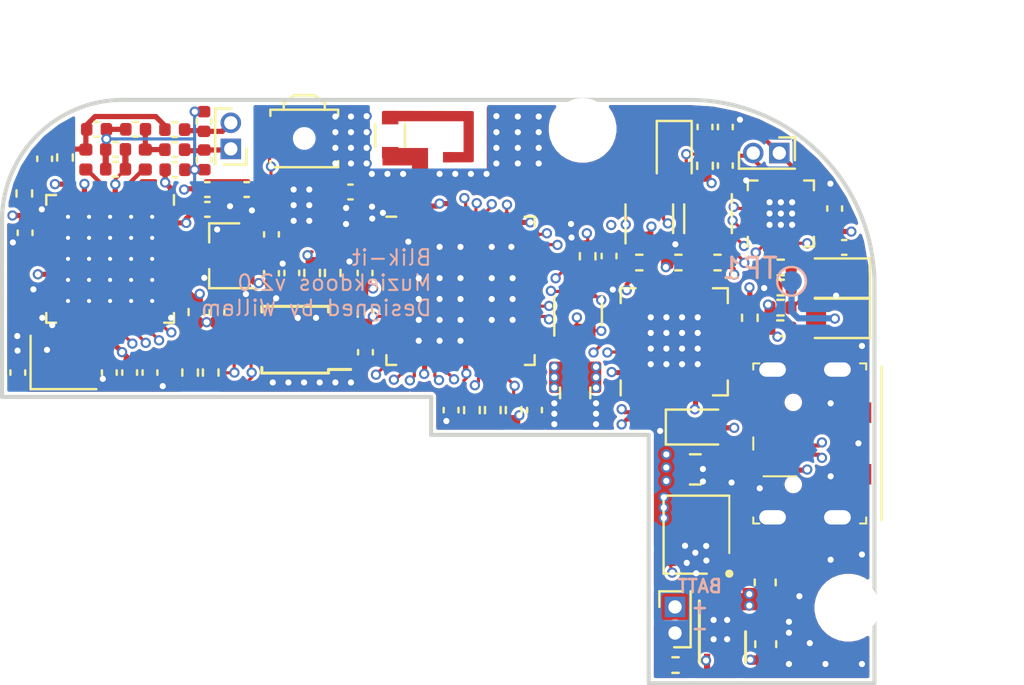
<source format=kicad_pcb>
(kicad_pcb (version 20171130) (host pcbnew "(5.1.9-0-10_14)")

  (general
    (thickness 1.6)
    (drawings 36)
    (tracks 1159)
    (zones 0)
    (modules 88)
    (nets 118)
  )

  (page A4)
  (layers
    (0 F.Cu signal)
    (1 In1.Cu signal)
    (2 In2.Cu signal)
    (31 B.Cu signal)
    (32 B.Adhes user hide)
    (33 F.Adhes user hide)
    (34 B.Paste user hide)
    (35 F.Paste user hide)
    (36 B.SilkS user hide)
    (37 F.SilkS user hide)
    (38 B.Mask user hide)
    (39 F.Mask user hide)
    (40 Dwgs.User user)
    (41 Cmts.User user hide)
    (42 Eco1.User user)
    (43 Eco2.User user hide)
    (44 Edge.Cuts user)
    (45 Margin user hide)
    (46 B.CrtYd user hide)
    (47 F.CrtYd user hide)
    (48 B.Fab user hide)
    (49 F.Fab user hide)
  )

  (setup
    (last_trace_width 0.1524)
    (user_trace_width 0.1524)
    (user_trace_width 0.2032)
    (user_trace_width 0.254)
    (trace_clearance 0.1524)
    (zone_clearance 0.1524)
    (zone_45_only no)
    (trace_min 0.14986)
    (via_size 0.5)
    (via_drill 0.3)
    (via_min_size 0.4)
    (via_min_drill 0.3)
    (user_via 0.5 0.3)
    (uvia_size 0.3)
    (uvia_drill 0.1)
    (uvias_allowed no)
    (uvia_min_size 0.2)
    (uvia_min_drill 0.1)
    (edge_width 0.05)
    (segment_width 0.2)
    (pcb_text_width 0.3)
    (pcb_text_size 1.5 1.5)
    (mod_edge_width 0.12)
    (mod_text_size 1 1)
    (mod_text_width 0.15)
    (pad_size 1 1)
    (pad_drill 0)
    (pad_to_mask_clearance 0)
    (aux_axis_origin 0 0)
    (visible_elements FFFFFF7F)
    (pcbplotparams
      (layerselection 0x010fc_ffffffff)
      (usegerberextensions false)
      (usegerberattributes true)
      (usegerberadvancedattributes true)
      (creategerberjobfile true)
      (excludeedgelayer true)
      (linewidth 0.100000)
      (plotframeref false)
      (viasonmask false)
      (mode 1)
      (useauxorigin false)
      (hpglpennumber 1)
      (hpglpenspeed 20)
      (hpglpendiameter 15.000000)
      (psnegative false)
      (psa4output false)
      (plotreference true)
      (plotvalue false)
      (plotinvisibletext false)
      (padsonsilk false)
      (subtractmaskfromsilk true)
      (outputformat 1)
      (mirror false)
      (drillshape 0)
      (scaleselection 1)
      (outputdirectory "OUTPUT"))
  )

  (net 0 "")
  (net 1 GND)
  (net 2 VBUS)
  (net 3 /CPU/ADC1_IN2)
  (net 4 +BATT)
  (net 5 /Power/PSU_BTN_RAW)
  (net 6 +3V3)
  (net 7 "Net-(C15-Pad1)")
  (net 8 /I2S_DAC_AMP/SPK_OUT-)
  (net 9 /I2S_DAC_AMP/SPKOUT+)
  (net 10 /Power/CHG_STAT_LED)
  (net 11 /Power/CHG_5V_LED)
  (net 12 /Power/PSU_EN)
  (net 13 /CPU/MEAS_EN)
  (net 14 /CPU/BTN_PWR)
  (net 15 /CPU/PW_HOLD)
  (net 16 /Power/PSU_EN_BUF)
  (net 17 /Power/CHG_PROG)
  (net 18 /I2S_DAC_AMP/GAIN)
  (net 19 /I2S_DAC_AMP/I2S_SD_MODE)
  (net 20 /CPU/DAC_BCLK)
  (net 21 /CPU/DAC_LRCK)
  (net 22 /CPU/NFC_SPI_MOSI)
  (net 23 /CPU/NFC_SPI_SCK)
  (net 24 /CPU/NFC_SPI_CS)
  (net 25 /CPU/DAC_DATA)
  (net 26 "Net-(U3-Pad26)")
  (net 27 "Net-(U3-Pad25)")
  (net 28 "Net-(U3-Pad24)")
  (net 29 "Net-(U1-Pad7)")
  (net 30 /CPU/HALL_OUT)
  (net 31 /CPU/VDD_SDIO)
  (net 32 /CPU/ESP_RST)
  (net 33 /CPU/ESP_GPIO0)
  (net 34 /CPU/ESP_GPIO2)
  (net 35 /CPU/ESP_GPIO15)
  (net 36 "Net-(U4-Pad48)")
  (net 37 "Net-(U4-Pad47)")
  (net 38 "Net-(U4-Pad45)")
  (net 39 "Net-(U4-Pad44)")
  (net 40 "Net-(U4-Pad39)")
  (net 41 "Net-(U4-Pad10)")
  (net 42 "Net-(U4-Pad8)")
  (net 43 "Net-(U4-Pad7)")
  (net 44 "Net-(U4-Pad6)")
  (net 45 "Net-(U10-Pad27)")
  (net 46 "Net-(U10-Pad23)")
  (net 47 "Net-(U10-Pad22)")
  (net 48 "Net-(U10-Pad21)")
  (net 49 "Net-(U10-Pad20)")
  (net 50 "Net-(U10-Pad19)")
  (net 51 "Net-(U10-Pad18)")
  (net 52 "Net-(U10-Pad17)")
  (net 53 "Net-(U10-Pad16)")
  (net 54 "Net-(U10-Pad15)")
  (net 55 "Net-(U10-Pad14)")
  (net 56 "Net-(U10-Pad13)")
  (net 57 "Net-(U10-Pad12)")
  (net 58 "Net-(U10-Pad11)")
  (net 59 "Net-(U10-Pad10)")
  (net 60 "Net-(U10-Pad2)")
  (net 61 "Net-(U10-Pad1)")
  (net 62 /programmer/CP_DTR)
  (net 63 /programmer/CP_RTS)
  (net 64 /CPU/ESP_TX)
  (net 65 /CPU/ESP_RX)
  (net 66 /CPU/WIFI_ANT)
  (net 67 /CPU/ESP_LNA_IN)
  (net 68 /programmer/CP_RST)
  (net 69 /CPU/A2)
  (net 70 /Power/MCP_STAT)
  (net 71 /Power/USB_D-)
  (net 72 /Power/USB_D+)
  (net 73 "Net-(U2-Pad2)")
  (net 74 /Power/Lx_L1)
  (net 75 "Net-(D4-Pad1)")
  (net 76 "Net-(U4-Pad33)")
  (net 77 "Net-(U4-Pad32)")
  (net 78 "Net-(U4-Pad31)")
  (net 79 "Net-(U4-Pad30)")
  (net 80 "Net-(U4-Pad27)")
  (net 81 "Net-(U4-Pad25)")
  (net 82 "Net-(U6-Pad7)")
  (net 83 "Net-(U6-Pad6)")
  (net 84 "Net-(U4-Pad11)")
  (net 85 "Net-(U4-Pad5)")
  (net 86 /CPU/ADS_SCL)
  (net 87 /CPU/ADS_SDA)
  (net 88 /CPU/ADS_RDY)
  (net 89 "Net-(U4-Pad24)")
  (net 90 /CPU/NFC_SPI_MISO)
  (net 91 /Power/BATT_MEAS)
  (net 92 "Net-(U4-Pad18)")
  (net 93 "Net-(U3-Pad37)")
  (net 94 "Net-(U3-Pad36)")
  (net 95 "Net-(U3-Pad35)")
  (net 96 "Net-(U3-Pad34)")
  (net 97 "Net-(U3-Pad33)")
  (net 98 "Net-(U3-Pad32)")
  (net 99 "Net-(U3-Pad31)")
  (net 100 "Net-(U3-Pad22)")
  (net 101 "Net-(U3-Pad21)")
  (net 102 "Net-(U3-Pad20)")
  (net 103 "Net-(U3-Pad19)")
  (net 104 "Net-(U3-Pad13)")
  (net 105 "Net-(U3-Pad12)")
  (net 106 "Net-(U3-Pad2)")
  (net 107 /NFC/OSC_in)
  (net 108 /NFC/OSC_OUT)
  (net 109 /NFC/RX)
  (net 110 /NFC/TXL1)
  (net 111 /NFC/TXL2)
  (net 112 /NFC/TXANT1)
  (net 113 /NFC/TXANT2)
  (net 114 /NFC/VMID)
  (net 115 /NFC/TX1)
  (net 116 /NFC/TX2)
  (net 117 /CPU/~NFC_RST)

  (net_class Default "This is the default net class."
    (clearance 0.1524)
    (trace_width 0.1524)
    (via_dia 0.5)
    (via_drill 0.3)
    (uvia_dia 0.3)
    (uvia_drill 0.1)
    (add_net +3V3)
    (add_net +BATT)
    (add_net /CPU/A2)
    (add_net /CPU/ADC1_IN2)
    (add_net /CPU/ADS_RDY)
    (add_net /CPU/ADS_SCL)
    (add_net /CPU/ADS_SDA)
    (add_net /CPU/BTN_PWR)
    (add_net /CPU/DAC_BCLK)
    (add_net /CPU/DAC_DATA)
    (add_net /CPU/DAC_LRCK)
    (add_net /CPU/ESP_GPIO0)
    (add_net /CPU/ESP_GPIO15)
    (add_net /CPU/ESP_GPIO2)
    (add_net /CPU/ESP_LNA_IN)
    (add_net /CPU/ESP_RST)
    (add_net /CPU/ESP_RX)
    (add_net /CPU/ESP_TX)
    (add_net /CPU/HALL_OUT)
    (add_net /CPU/MEAS_EN)
    (add_net /CPU/NFC_SPI_CS)
    (add_net /CPU/NFC_SPI_MISO)
    (add_net /CPU/NFC_SPI_MOSI)
    (add_net /CPU/NFC_SPI_SCK)
    (add_net /CPU/PW_HOLD)
    (add_net /CPU/VDD_SDIO)
    (add_net /CPU/WIFI_ANT)
    (add_net /CPU/~NFC_RST)
    (add_net /I2S_DAC_AMP/GAIN)
    (add_net /I2S_DAC_AMP/I2S_SD_MODE)
    (add_net /I2S_DAC_AMP/SPKOUT+)
    (add_net /I2S_DAC_AMP/SPK_OUT-)
    (add_net /NFC/OSC_OUT)
    (add_net /NFC/OSC_in)
    (add_net /NFC/RX)
    (add_net /NFC/TX1)
    (add_net /NFC/TX2)
    (add_net /NFC/TXANT1)
    (add_net /NFC/TXANT2)
    (add_net /NFC/TXL1)
    (add_net /NFC/TXL2)
    (add_net /NFC/VMID)
    (add_net /Power/BATT_MEAS)
    (add_net /Power/CHG_5V_LED)
    (add_net /Power/CHG_PROG)
    (add_net /Power/CHG_STAT_LED)
    (add_net /Power/Lx_L1)
    (add_net /Power/MCP_STAT)
    (add_net /Power/PSU_BTN_RAW)
    (add_net /Power/PSU_EN)
    (add_net /Power/PSU_EN_BUF)
    (add_net /Power/USB_D+)
    (add_net /Power/USB_D-)
    (add_net /programmer/CP_DTR)
    (add_net /programmer/CP_RST)
    (add_net /programmer/CP_RTS)
    (add_net GND)
    (add_net "Net-(C15-Pad1)")
    (add_net "Net-(D4-Pad1)")
    (add_net "Net-(U1-Pad7)")
    (add_net "Net-(U10-Pad1)")
    (add_net "Net-(U10-Pad10)")
    (add_net "Net-(U10-Pad11)")
    (add_net "Net-(U10-Pad12)")
    (add_net "Net-(U10-Pad13)")
    (add_net "Net-(U10-Pad14)")
    (add_net "Net-(U10-Pad15)")
    (add_net "Net-(U10-Pad16)")
    (add_net "Net-(U10-Pad17)")
    (add_net "Net-(U10-Pad18)")
    (add_net "Net-(U10-Pad19)")
    (add_net "Net-(U10-Pad2)")
    (add_net "Net-(U10-Pad20)")
    (add_net "Net-(U10-Pad21)")
    (add_net "Net-(U10-Pad22)")
    (add_net "Net-(U10-Pad23)")
    (add_net "Net-(U10-Pad27)")
    (add_net "Net-(U2-Pad2)")
    (add_net "Net-(U3-Pad12)")
    (add_net "Net-(U3-Pad13)")
    (add_net "Net-(U3-Pad19)")
    (add_net "Net-(U3-Pad2)")
    (add_net "Net-(U3-Pad20)")
    (add_net "Net-(U3-Pad21)")
    (add_net "Net-(U3-Pad22)")
    (add_net "Net-(U3-Pad24)")
    (add_net "Net-(U3-Pad25)")
    (add_net "Net-(U3-Pad26)")
    (add_net "Net-(U3-Pad31)")
    (add_net "Net-(U3-Pad32)")
    (add_net "Net-(U3-Pad33)")
    (add_net "Net-(U3-Pad34)")
    (add_net "Net-(U3-Pad35)")
    (add_net "Net-(U3-Pad36)")
    (add_net "Net-(U3-Pad37)")
    (add_net "Net-(U4-Pad10)")
    (add_net "Net-(U4-Pad11)")
    (add_net "Net-(U4-Pad18)")
    (add_net "Net-(U4-Pad24)")
    (add_net "Net-(U4-Pad25)")
    (add_net "Net-(U4-Pad27)")
    (add_net "Net-(U4-Pad30)")
    (add_net "Net-(U4-Pad31)")
    (add_net "Net-(U4-Pad32)")
    (add_net "Net-(U4-Pad33)")
    (add_net "Net-(U4-Pad39)")
    (add_net "Net-(U4-Pad44)")
    (add_net "Net-(U4-Pad45)")
    (add_net "Net-(U4-Pad47)")
    (add_net "Net-(U4-Pad48)")
    (add_net "Net-(U4-Pad5)")
    (add_net "Net-(U4-Pad6)")
    (add_net "Net-(U4-Pad7)")
    (add_net "Net-(U4-Pad8)")
    (add_net "Net-(U6-Pad6)")
    (add_net "Net-(U6-Pad7)")
    (add_net VBUS)
  )

  (module Package_DFN_QFN:QFN-28-1EP_5x5mm_P0.5mm_EP3.35x3.35mm locked (layer F.Cu) (tedit 5DC5F6A4) (tstamp 617D7126)
    (at 73.914 75.7428 90)
    (descr "QFN, 28 Pin (http://ww1.microchip.com/downloads/en/PackagingSpec/00000049BQ.pdf#page=283), generated with kicad-footprint-generator ipc_noLead_generator.py")
    (tags "QFN NoLead")
    (path /613CB1D0/613CD9B7)
    (attr smd)
    (fp_text reference U10 (at 0 -3.8 90) (layer F.SilkS) hide
      (effects (font (size 1 1) (thickness 0.15)))
    )
    (fp_text value CP2109-InterfaceUSB (at 0 3.8 90) (layer F.Fab) hide
      (effects (font (size 1 1) (thickness 0.15)))
    )
    (fp_text user %R (at 0 0 90) (layer F.Fab)
      (effects (font (size 1 1) (thickness 0.15)))
    )
    (fp_line (start 1.885 -2.61) (end 2.61 -2.61) (layer F.SilkS) (width 0.12))
    (fp_line (start 2.61 -2.61) (end 2.61 -1.885) (layer F.SilkS) (width 0.12))
    (fp_line (start -1.885 2.61) (end -2.61 2.61) (layer F.SilkS) (width 0.12))
    (fp_line (start -2.61 2.61) (end -2.61 1.885) (layer F.SilkS) (width 0.12))
    (fp_line (start 1.885 2.61) (end 2.61 2.61) (layer F.SilkS) (width 0.12))
    (fp_line (start 2.61 2.61) (end 2.61 1.885) (layer F.SilkS) (width 0.12))
    (fp_line (start -1.885 -2.61) (end -2.61 -2.61) (layer F.SilkS) (width 0.12))
    (fp_line (start -1.5 -2.5) (end 2.5 -2.5) (layer F.Fab) (width 0.1))
    (fp_line (start 2.5 -2.5) (end 2.5 2.5) (layer F.Fab) (width 0.1))
    (fp_line (start 2.5 2.5) (end -2.5 2.5) (layer F.Fab) (width 0.1))
    (fp_line (start -2.5 2.5) (end -2.5 -1.5) (layer F.Fab) (width 0.1))
    (fp_line (start -2.5 -1.5) (end -1.5 -2.5) (layer F.Fab) (width 0.1))
    (fp_line (start -3.1 -3.1) (end -3.1 3.1) (layer F.CrtYd) (width 0.05))
    (fp_line (start -3.1 3.1) (end 3.1 3.1) (layer F.CrtYd) (width 0.05))
    (fp_line (start 3.1 3.1) (end 3.1 -3.1) (layer F.CrtYd) (width 0.05))
    (fp_line (start 3.1 -3.1) (end -3.1 -3.1) (layer F.CrtYd) (width 0.05))
    (pad "" smd roundrect (at 1.12 1.12 90) (size 0.9 0.9) (layers F.Paste) (roundrect_rratio 0.25))
    (pad "" smd roundrect (at 1.12 0 90) (size 0.9 0.9) (layers F.Paste) (roundrect_rratio 0.25))
    (pad "" smd roundrect (at 1.12 -1.12 90) (size 0.9 0.9) (layers F.Paste) (roundrect_rratio 0.25))
    (pad "" smd roundrect (at 0 1.12 90) (size 0.9 0.9) (layers F.Paste) (roundrect_rratio 0.25))
    (pad "" smd roundrect (at 0 0 90) (size 0.9 0.9) (layers F.Paste) (roundrect_rratio 0.25))
    (pad "" smd roundrect (at 0 -1.12 90) (size 0.9 0.9) (layers F.Paste) (roundrect_rratio 0.25))
    (pad "" smd roundrect (at -1.12 1.12 90) (size 0.9 0.9) (layers F.Paste) (roundrect_rratio 0.25))
    (pad "" smd roundrect (at -1.12 0 90) (size 0.9 0.9) (layers F.Paste) (roundrect_rratio 0.25))
    (pad "" smd roundrect (at -1.12 -1.12 90) (size 0.9 0.9) (layers F.Paste) (roundrect_rratio 0.25))
    (pad 29 smd rect (at 0 0 90) (size 3.35 3.35) (layers F.Cu F.Mask)
      (net 1 GND))
    (pad 28 smd roundrect (at -1.5 -2.45 90) (size 0.25 0.8) (layers F.Cu F.Paste F.Mask) (roundrect_rratio 0.25)
      (net 62 /programmer/CP_DTR))
    (pad 27 smd roundrect (at -1 -2.45 90) (size 0.25 0.8) (layers F.Cu F.Paste F.Mask) (roundrect_rratio 0.25)
      (net 45 "Net-(U10-Pad27)"))
    (pad 26 smd roundrect (at -0.5 -2.45 90) (size 0.25 0.8) (layers F.Cu F.Paste F.Mask) (roundrect_rratio 0.25)
      (net 65 /CPU/ESP_RX))
    (pad 25 smd roundrect (at 0 -2.45 90) (size 0.25 0.8) (layers F.Cu F.Paste F.Mask) (roundrect_rratio 0.25)
      (net 64 /CPU/ESP_TX))
    (pad 24 smd roundrect (at 0.5 -2.45 90) (size 0.25 0.8) (layers F.Cu F.Paste F.Mask) (roundrect_rratio 0.25)
      (net 63 /programmer/CP_RTS))
    (pad 23 smd roundrect (at 1 -2.45 90) (size 0.25 0.8) (layers F.Cu F.Paste F.Mask) (roundrect_rratio 0.25)
      (net 46 "Net-(U10-Pad23)"))
    (pad 22 smd roundrect (at 1.5 -2.45 90) (size 0.25 0.8) (layers F.Cu F.Paste F.Mask) (roundrect_rratio 0.25)
      (net 47 "Net-(U10-Pad22)"))
    (pad 21 smd roundrect (at 2.45 -1.5 90) (size 0.8 0.25) (layers F.Cu F.Paste F.Mask) (roundrect_rratio 0.25)
      (net 48 "Net-(U10-Pad21)"))
    (pad 20 smd roundrect (at 2.45 -1 90) (size 0.8 0.25) (layers F.Cu F.Paste F.Mask) (roundrect_rratio 0.25)
      (net 49 "Net-(U10-Pad20)"))
    (pad 19 smd roundrect (at 2.45 -0.5 90) (size 0.8 0.25) (layers F.Cu F.Paste F.Mask) (roundrect_rratio 0.25)
      (net 50 "Net-(U10-Pad19)"))
    (pad 18 smd roundrect (at 2.45 0 90) (size 0.8 0.25) (layers F.Cu F.Paste F.Mask) (roundrect_rratio 0.25)
      (net 51 "Net-(U10-Pad18)"))
    (pad 17 smd roundrect (at 2.45 0.5 90) (size 0.8 0.25) (layers F.Cu F.Paste F.Mask) (roundrect_rratio 0.25)
      (net 52 "Net-(U10-Pad17)"))
    (pad 16 smd roundrect (at 2.45 1 90) (size 0.8 0.25) (layers F.Cu F.Paste F.Mask) (roundrect_rratio 0.25)
      (net 53 "Net-(U10-Pad16)"))
    (pad 15 smd roundrect (at 2.45 1.5 90) (size 0.8 0.25) (layers F.Cu F.Paste F.Mask) (roundrect_rratio 0.25)
      (net 54 "Net-(U10-Pad15)"))
    (pad 14 smd roundrect (at 1.5 2.45 90) (size 0.25 0.8) (layers F.Cu F.Paste F.Mask) (roundrect_rratio 0.25)
      (net 55 "Net-(U10-Pad14)"))
    (pad 13 smd roundrect (at 1 2.45 90) (size 0.25 0.8) (layers F.Cu F.Paste F.Mask) (roundrect_rratio 0.25)
      (net 56 "Net-(U10-Pad13)"))
    (pad 12 smd roundrect (at 0.5 2.45 90) (size 0.25 0.8) (layers F.Cu F.Paste F.Mask) (roundrect_rratio 0.25)
      (net 57 "Net-(U10-Pad12)"))
    (pad 11 smd roundrect (at 0 2.45 90) (size 0.25 0.8) (layers F.Cu F.Paste F.Mask) (roundrect_rratio 0.25)
      (net 58 "Net-(U10-Pad11)"))
    (pad 10 smd roundrect (at -0.5 2.45 90) (size 0.25 0.8) (layers F.Cu F.Paste F.Mask) (roundrect_rratio 0.25)
      (net 59 "Net-(U10-Pad10)"))
    (pad 9 smd roundrect (at -1 2.45 90) (size 0.25 0.8) (layers F.Cu F.Paste F.Mask) (roundrect_rratio 0.25)
      (net 68 /programmer/CP_RST))
    (pad 8 smd roundrect (at -1.5 2.45 90) (size 0.25 0.8) (layers F.Cu F.Paste F.Mask) (roundrect_rratio 0.25)
      (net 2 VBUS))
    (pad 7 smd roundrect (at -2.45 1.5 90) (size 0.8 0.25) (layers F.Cu F.Paste F.Mask) (roundrect_rratio 0.25)
      (net 75 "Net-(D4-Pad1)"))
    (pad 6 smd roundrect (at -2.45 1 90) (size 0.8 0.25) (layers F.Cu F.Paste F.Mask) (roundrect_rratio 0.25)
      (net 6 +3V3))
    (pad 5 smd roundrect (at -2.45 0.5 90) (size 0.8 0.25) (layers F.Cu F.Paste F.Mask) (roundrect_rratio 0.25)
      (net 71 /Power/USB_D-))
    (pad 4 smd roundrect (at -2.45 0 90) (size 0.8 0.25) (layers F.Cu F.Paste F.Mask) (roundrect_rratio 0.25)
      (net 72 /Power/USB_D+))
    (pad 3 smd roundrect (at -2.45 -0.5 90) (size 0.8 0.25) (layers F.Cu F.Paste F.Mask) (roundrect_rratio 0.25)
      (net 1 GND))
    (pad 2 smd roundrect (at -2.45 -1 90) (size 0.8 0.25) (layers F.Cu F.Paste F.Mask) (roundrect_rratio 0.25)
      (net 60 "Net-(U10-Pad2)"))
    (pad 1 smd roundrect (at -2.45 -1.5 90) (size 0.8 0.25) (layers F.Cu F.Paste F.Mask) (roundrect_rratio 0.25)
      (net 61 "Net-(U10-Pad1)"))
    (model ${KISYS3DMOD}/Package_DFN_QFN.3dshapes/QFN-28-1EP_5x5mm_P0.5mm_EP3.35x3.35mm.wrl
      (at (xyz 0 0 0))
      (scale (xyz 1 1 1))
      (rotate (xyz 0 0 0))
    )
  )

  (module Package_DFN_QFN:QFN-40-1EP_6x6mm_P0.5mm_EP4.6x4.6mm_ThermalVias locked (layer F.Cu) (tedit 5DC5F6A5) (tstamp 617AB412)
    (at 46.4312 71.7042 270)
    (descr "QFN, 40 Pin (http://ww1.microchip.com/downloads/en/PackagingSpec/00000049BQ.pdf#page=295), generated with kicad-footprint-generator ipc_noLead_generator.py")
    (tags "QFN NoLead")
    (path /60FE21EE/617AC9C8)
    (attr smd)
    (fp_text reference U3 (at 0 -4.3 90) (layer F.SilkS) hide
      (effects (font (size 1 1) (thickness 0.15)))
    )
    (fp_text value PN5321A3HN_C1xx (at 0 4.3 90) (layer F.Fab) hide
      (effects (font (size 1 1) (thickness 0.15)))
    )
    (fp_line (start 2.635 -3.11) (end 3.11 -3.11) (layer F.SilkS) (width 0.12))
    (fp_line (start 3.11 -3.11) (end 3.11 -2.635) (layer F.SilkS) (width 0.12))
    (fp_line (start -2.635 3.11) (end -3.11 3.11) (layer F.SilkS) (width 0.12))
    (fp_line (start -3.11 3.11) (end -3.11 2.635) (layer F.SilkS) (width 0.12))
    (fp_line (start 2.635 3.11) (end 3.11 3.11) (layer F.SilkS) (width 0.12))
    (fp_line (start 3.11 3.11) (end 3.11 2.635) (layer F.SilkS) (width 0.12))
    (fp_line (start -2.635 -3.11) (end -3.11 -3.11) (layer F.SilkS) (width 0.12))
    (fp_line (start -2 -3) (end 3 -3) (layer F.Fab) (width 0.1))
    (fp_line (start 3 -3) (end 3 3) (layer F.Fab) (width 0.1))
    (fp_line (start 3 3) (end -3 3) (layer F.Fab) (width 0.1))
    (fp_line (start -3 3) (end -3 -2) (layer F.Fab) (width 0.1))
    (fp_line (start -3 -2) (end -2 -3) (layer F.Fab) (width 0.1))
    (fp_line (start -3.6 -3.6) (end -3.6 3.6) (layer F.CrtYd) (width 0.05))
    (fp_line (start -3.6 3.6) (end 3.6 3.6) (layer F.CrtYd) (width 0.05))
    (fp_line (start 3.6 3.6) (end 3.6 -3.6) (layer F.CrtYd) (width 0.05))
    (fp_line (start 3.6 -3.6) (end -3.6 -3.6) (layer F.CrtYd) (width 0.05))
    (fp_text user %R (at -0.0254 0.2413 180) (layer F.Fab)
      (effects (font (size 1 1) (thickness 0.15)))
    )
    (pad "" smd custom (at 1.5375 1.5375 270) (size 0.78569 0.78569) (layers F.Paste)
      (options (clearance outline) (anchor circle))
      (primitives
        (gr_poly (pts
           (xy -0.340297 -0.253232) (xy -0.253232 -0.340297) (xy 0.253232 -0.340297) (xy 0.340297 -0.253232) (xy 0.340297 0.253232)
           (xy 0.253232 0.340297) (xy -0.253232 0.340297) (xy -0.340297 0.253232)) (width 0.210193))
      ))
    (pad "" smd custom (at 1.5375 0.5125 270) (size 0.78569 0.78569) (layers F.Paste)
      (options (clearance outline) (anchor circle))
      (primitives
        (gr_poly (pts
           (xy -0.340297 -0.253232) (xy -0.253232 -0.340297) (xy 0.253232 -0.340297) (xy 0.340297 -0.253232) (xy 0.340297 0.253232)
           (xy 0.253232 0.340297) (xy -0.253232 0.340297) (xy -0.340297 0.253232)) (width 0.210193))
      ))
    (pad "" smd custom (at 1.5375 -0.5125 270) (size 0.78569 0.78569) (layers F.Paste)
      (options (clearance outline) (anchor circle))
      (primitives
        (gr_poly (pts
           (xy -0.340297 -0.253232) (xy -0.253232 -0.340297) (xy 0.253232 -0.340297) (xy 0.340297 -0.253232) (xy 0.340297 0.253232)
           (xy 0.253232 0.340297) (xy -0.253232 0.340297) (xy -0.340297 0.253232)) (width 0.210193))
      ))
    (pad "" smd custom (at 1.5375 -1.5375 270) (size 0.78569 0.78569) (layers F.Paste)
      (options (clearance outline) (anchor circle))
      (primitives
        (gr_poly (pts
           (xy -0.340297 -0.253232) (xy -0.253232 -0.340297) (xy 0.253232 -0.340297) (xy 0.340297 -0.253232) (xy 0.340297 0.253232)
           (xy 0.253232 0.340297) (xy -0.253232 0.340297) (xy -0.340297 0.253232)) (width 0.210193))
      ))
    (pad "" smd custom (at 0.5125 1.5375 270) (size 0.78569 0.78569) (layers F.Paste)
      (options (clearance outline) (anchor circle))
      (primitives
        (gr_poly (pts
           (xy -0.340297 -0.253232) (xy -0.253232 -0.340297) (xy 0.253232 -0.340297) (xy 0.340297 -0.253232) (xy 0.340297 0.253232)
           (xy 0.253232 0.340297) (xy -0.253232 0.340297) (xy -0.340297 0.253232)) (width 0.210193))
      ))
    (pad "" smd custom (at 0.5125 0.5125 270) (size 0.78569 0.78569) (layers F.Paste)
      (options (clearance outline) (anchor circle))
      (primitives
        (gr_poly (pts
           (xy -0.340297 -0.253232) (xy -0.253232 -0.340297) (xy 0.253232 -0.340297) (xy 0.340297 -0.253232) (xy 0.340297 0.253232)
           (xy 0.253232 0.340297) (xy -0.253232 0.340297) (xy -0.340297 0.253232)) (width 0.210193))
      ))
    (pad "" smd custom (at 0.5125 -0.5125 270) (size 0.78569 0.78569) (layers F.Paste)
      (options (clearance outline) (anchor circle))
      (primitives
        (gr_poly (pts
           (xy -0.340297 -0.253232) (xy -0.253232 -0.340297) (xy 0.253232 -0.340297) (xy 0.340297 -0.253232) (xy 0.340297 0.253232)
           (xy 0.253232 0.340297) (xy -0.253232 0.340297) (xy -0.340297 0.253232)) (width 0.210193))
      ))
    (pad "" smd custom (at 0.5125 -1.5375 270) (size 0.78569 0.78569) (layers F.Paste)
      (options (clearance outline) (anchor circle))
      (primitives
        (gr_poly (pts
           (xy -0.340297 -0.253232) (xy -0.253232 -0.340297) (xy 0.253232 -0.340297) (xy 0.340297 -0.253232) (xy 0.340297 0.253232)
           (xy 0.253232 0.340297) (xy -0.253232 0.340297) (xy -0.340297 0.253232)) (width 0.210193))
      ))
    (pad "" smd custom (at -0.5125 1.5375 270) (size 0.78569 0.78569) (layers F.Paste)
      (options (clearance outline) (anchor circle))
      (primitives
        (gr_poly (pts
           (xy -0.340297 -0.253232) (xy -0.253232 -0.340297) (xy 0.253232 -0.340297) (xy 0.340297 -0.253232) (xy 0.340297 0.253232)
           (xy 0.253232 0.340297) (xy -0.253232 0.340297) (xy -0.340297 0.253232)) (width 0.210193))
      ))
    (pad "" smd custom (at -0.5125 0.5125 270) (size 0.78569 0.78569) (layers F.Paste)
      (options (clearance outline) (anchor circle))
      (primitives
        (gr_poly (pts
           (xy -0.340297 -0.253232) (xy -0.253232 -0.340297) (xy 0.253232 -0.340297) (xy 0.340297 -0.253232) (xy 0.340297 0.253232)
           (xy 0.253232 0.340297) (xy -0.253232 0.340297) (xy -0.340297 0.253232)) (width 0.210193))
      ))
    (pad "" smd custom (at -0.5125 -0.5125 270) (size 0.78569 0.78569) (layers F.Paste)
      (options (clearance outline) (anchor circle))
      (primitives
        (gr_poly (pts
           (xy -0.340297 -0.253232) (xy -0.253232 -0.340297) (xy 0.253232 -0.340297) (xy 0.340297 -0.253232) (xy 0.340297 0.253232)
           (xy 0.253232 0.340297) (xy -0.253232 0.340297) (xy -0.340297 0.253232)) (width 0.210193))
      ))
    (pad "" smd custom (at -0.5125 -1.5375 270) (size 0.78569 0.78569) (layers F.Paste)
      (options (clearance outline) (anchor circle))
      (primitives
        (gr_poly (pts
           (xy -0.340297 -0.253232) (xy -0.253232 -0.340297) (xy 0.253232 -0.340297) (xy 0.340297 -0.253232) (xy 0.340297 0.253232)
           (xy 0.253232 0.340297) (xy -0.253232 0.340297) (xy -0.340297 0.253232)) (width 0.210193))
      ))
    (pad "" smd custom (at -1.5375 1.5375 270) (size 0.78569 0.78569) (layers F.Paste)
      (options (clearance outline) (anchor circle))
      (primitives
        (gr_poly (pts
           (xy -0.340297 -0.253232) (xy -0.253232 -0.340297) (xy 0.253232 -0.340297) (xy 0.340297 -0.253232) (xy 0.340297 0.253232)
           (xy 0.253232 0.340297) (xy -0.253232 0.340297) (xy -0.340297 0.253232)) (width 0.210193))
      ))
    (pad "" smd custom (at -1.5375 0.5125 270) (size 0.78569 0.78569) (layers F.Paste)
      (options (clearance outline) (anchor circle))
      (primitives
        (gr_poly (pts
           (xy -0.340297 -0.253232) (xy -0.253232 -0.340297) (xy 0.253232 -0.340297) (xy 0.340297 -0.253232) (xy 0.340297 0.253232)
           (xy 0.253232 0.340297) (xy -0.253232 0.340297) (xy -0.340297 0.253232)) (width 0.210193))
      ))
    (pad "" smd custom (at -1.5375 -0.5125 270) (size 0.78569 0.78569) (layers F.Paste)
      (options (clearance outline) (anchor circle))
      (primitives
        (gr_poly (pts
           (xy -0.340297 -0.253232) (xy -0.253232 -0.340297) (xy 0.253232 -0.340297) (xy 0.340297 -0.253232) (xy 0.340297 0.253232)
           (xy 0.253232 0.340297) (xy -0.253232 0.340297) (xy -0.340297 0.253232)) (width 0.210193))
      ))
    (pad "" smd custom (at -1.5375 -1.5375 270) (size 0.78569 0.78569) (layers F.Paste)
      (options (clearance outline) (anchor circle))
      (primitives
        (gr_poly (pts
           (xy -0.340297 -0.253232) (xy -0.253232 -0.340297) (xy 0.253232 -0.340297) (xy 0.340297 -0.253232) (xy 0.340297 0.253232)
           (xy 0.253232 0.340297) (xy -0.253232 0.340297) (xy -0.340297 0.253232)) (width 0.210193))
      ))
    (pad 41 smd rect (at 0 0 270) (size 4.6 4.6) (layers B.Cu)
      (net 1 GND))
    (pad 41 thru_hole circle (at 2.05 2.05 270) (size 0.5 0.5) (drill 0.2) (layers *.Cu)
      (net 1 GND))
    (pad 41 thru_hole circle (at 1.025 2.05 270) (size 0.5 0.5) (drill 0.2) (layers *.Cu)
      (net 1 GND))
    (pad 41 thru_hole circle (at 0 2.05 270) (size 0.5 0.5) (drill 0.2) (layers *.Cu)
      (net 1 GND))
    (pad 41 thru_hole circle (at -1.025 2.05 270) (size 0.5 0.5) (drill 0.2) (layers *.Cu)
      (net 1 GND))
    (pad 41 thru_hole circle (at -2.05 2.05 270) (size 0.5 0.5) (drill 0.2) (layers *.Cu)
      (net 1 GND))
    (pad 41 thru_hole circle (at 2.05 1.025 270) (size 0.5 0.5) (drill 0.2) (layers *.Cu)
      (net 1 GND))
    (pad 41 thru_hole circle (at 1.025 1.025 270) (size 0.5 0.5) (drill 0.2) (layers *.Cu)
      (net 1 GND))
    (pad 41 thru_hole circle (at 0 1.025 270) (size 0.5 0.5) (drill 0.2) (layers *.Cu)
      (net 1 GND))
    (pad 41 thru_hole circle (at -1.025 1.025 270) (size 0.5 0.5) (drill 0.2) (layers *.Cu)
      (net 1 GND))
    (pad 41 thru_hole circle (at -2.05 1.025 270) (size 0.5 0.5) (drill 0.2) (layers *.Cu)
      (net 1 GND))
    (pad 41 thru_hole circle (at 2.05 0 270) (size 0.5 0.5) (drill 0.2) (layers *.Cu)
      (net 1 GND))
    (pad 41 thru_hole circle (at 1.025 0 270) (size 0.5 0.5) (drill 0.2) (layers *.Cu)
      (net 1 GND))
    (pad 41 thru_hole circle (at 0 0 270) (size 0.5 0.5) (drill 0.2) (layers *.Cu)
      (net 1 GND))
    (pad 41 thru_hole circle (at -1.025 0 270) (size 0.5 0.5) (drill 0.2) (layers *.Cu)
      (net 1 GND))
    (pad 41 thru_hole circle (at -2.05 0 270) (size 0.5 0.5) (drill 0.2) (layers *.Cu)
      (net 1 GND))
    (pad 41 thru_hole circle (at 2.05 -1.025 270) (size 0.5 0.5) (drill 0.2) (layers *.Cu)
      (net 1 GND))
    (pad 41 thru_hole circle (at 1.025 -1.025 270) (size 0.5 0.5) (drill 0.2) (layers *.Cu)
      (net 1 GND))
    (pad 41 thru_hole circle (at 0 -1.025 270) (size 0.5 0.5) (drill 0.2) (layers *.Cu)
      (net 1 GND))
    (pad 41 thru_hole circle (at -1.025 -1.025 270) (size 0.5 0.5) (drill 0.2) (layers *.Cu)
      (net 1 GND))
    (pad 41 thru_hole circle (at -2.05 -1.025 270) (size 0.5 0.5) (drill 0.2) (layers *.Cu)
      (net 1 GND))
    (pad 41 thru_hole circle (at 2.05 -2.05 270) (size 0.5 0.5) (drill 0.2) (layers *.Cu)
      (net 1 GND))
    (pad 41 thru_hole circle (at 1.025 -2.05 270) (size 0.5 0.5) (drill 0.2) (layers *.Cu)
      (net 1 GND))
    (pad 41 thru_hole circle (at 0 -2.05 270) (size 0.5 0.5) (drill 0.2) (layers *.Cu)
      (net 1 GND))
    (pad 41 thru_hole circle (at -1.025 -2.05 270) (size 0.5 0.5) (drill 0.2) (layers *.Cu)
      (net 1 GND))
    (pad 41 thru_hole circle (at -2.05 -2.05 270) (size 0.5 0.5) (drill 0.2) (layers *.Cu)
      (net 1 GND))
    (pad 41 smd rect (at 0 0 270) (size 4.6 4.6) (layers F.Cu F.Mask)
      (net 1 GND))
    (pad 40 smd roundrect (at -2.25 -2.9375 270) (size 0.25 0.825) (layers F.Cu F.Paste F.Mask) (roundrect_rratio 0.25)
      (net 6 +3V3))
    (pad 39 smd roundrect (at -1.75 -2.9375 270) (size 0.25 0.825) (layers F.Cu F.Paste F.Mask) (roundrect_rratio 0.25)
      (net 6 +3V3))
    (pad 38 smd roundrect (at -1.25 -2.9375 270) (size 0.25 0.825) (layers F.Cu F.Paste F.Mask) (roundrect_rratio 0.25)
      (net 117 /CPU/~NFC_RST))
    (pad 37 smd roundrect (at -0.75 -2.9375 270) (size 0.25 0.825) (layers F.Cu F.Paste F.Mask) (roundrect_rratio 0.25)
      (net 93 "Net-(U3-Pad37)"))
    (pad 36 smd roundrect (at -0.25 -2.9375 270) (size 0.25 0.825) (layers F.Cu F.Paste F.Mask) (roundrect_rratio 0.25)
      (net 94 "Net-(U3-Pad36)"))
    (pad 35 smd roundrect (at 0.25 -2.9375 270) (size 0.25 0.825) (layers F.Cu F.Paste F.Mask) (roundrect_rratio 0.25)
      (net 95 "Net-(U3-Pad35)"))
    (pad 34 smd roundrect (at 0.75 -2.9375 270) (size 0.25 0.825) (layers F.Cu F.Paste F.Mask) (roundrect_rratio 0.25)
      (net 96 "Net-(U3-Pad34)"))
    (pad 33 smd roundrect (at 1.25 -2.9375 270) (size 0.25 0.825) (layers F.Cu F.Paste F.Mask) (roundrect_rratio 0.25)
      (net 97 "Net-(U3-Pad33)"))
    (pad 32 smd roundrect (at 1.75 -2.9375 270) (size 0.25 0.825) (layers F.Cu F.Paste F.Mask) (roundrect_rratio 0.25)
      (net 98 "Net-(U3-Pad32)"))
    (pad 31 smd roundrect (at 2.25 -2.9375 270) (size 0.25 0.825) (layers F.Cu F.Paste F.Mask) (roundrect_rratio 0.25)
      (net 99 "Net-(U3-Pad31)"))
    (pad 30 smd roundrect (at 2.9375 -2.25 270) (size 0.825 0.25) (layers F.Cu F.Paste F.Mask) (roundrect_rratio 0.25)
      (net 23 /CPU/NFC_SPI_SCK))
    (pad 29 smd roundrect (at 2.9375 -1.75 270) (size 0.825 0.25) (layers F.Cu F.Paste F.Mask) (roundrect_rratio 0.25)
      (net 90 /CPU/NFC_SPI_MISO))
    (pad 28 smd roundrect (at 2.9375 -1.25 270) (size 0.825 0.25) (layers F.Cu F.Paste F.Mask) (roundrect_rratio 0.25)
      (net 22 /CPU/NFC_SPI_MOSI))
    (pad 27 smd roundrect (at 2.9375 -0.75 270) (size 0.825 0.25) (layers F.Cu F.Paste F.Mask) (roundrect_rratio 0.25)
      (net 24 /CPU/NFC_SPI_CS))
    (pad 26 smd roundrect (at 2.9375 -0.25 270) (size 0.825 0.25) (layers F.Cu F.Paste F.Mask) (roundrect_rratio 0.25)
      (net 26 "Net-(U3-Pad26)"))
    (pad 25 smd roundrect (at 2.9375 0.25 270) (size 0.825 0.25) (layers F.Cu F.Paste F.Mask) (roundrect_rratio 0.25)
      (net 27 "Net-(U3-Pad25)"))
    (pad 24 smd roundrect (at 2.9375 0.75 270) (size 0.825 0.25) (layers F.Cu F.Paste F.Mask) (roundrect_rratio 0.25)
      (net 28 "Net-(U3-Pad24)"))
    (pad 23 smd roundrect (at 2.9375 1.25 270) (size 0.825 0.25) (layers F.Cu F.Paste F.Mask) (roundrect_rratio 0.25)
      (net 6 +3V3))
    (pad 22 smd roundrect (at 2.9375 1.75 270) (size 0.825 0.25) (layers F.Cu F.Paste F.Mask) (roundrect_rratio 0.25)
      (net 100 "Net-(U3-Pad22)"))
    (pad 21 smd roundrect (at 2.9375 2.25 270) (size 0.825 0.25) (layers F.Cu F.Paste F.Mask) (roundrect_rratio 0.25)
      (net 101 "Net-(U3-Pad21)"))
    (pad 20 smd roundrect (at 2.25 2.9375 270) (size 0.25 0.825) (layers F.Cu F.Paste F.Mask) (roundrect_rratio 0.25)
      (net 102 "Net-(U3-Pad20)"))
    (pad 19 smd roundrect (at 1.75 2.9375 270) (size 0.25 0.825) (layers F.Cu F.Paste F.Mask) (roundrect_rratio 0.25)
      (net 103 "Net-(U3-Pad19)"))
    (pad 18 smd roundrect (at 1.25 2.9375 270) (size 0.25 0.825) (layers F.Cu F.Paste F.Mask) (roundrect_rratio 0.25)
      (net 1 GND))
    (pad 17 smd roundrect (at 0.75 2.9375 270) (size 0.25 0.825) (layers F.Cu F.Paste F.Mask) (roundrect_rratio 0.25)
      (net 6 +3V3))
    (pad 16 smd roundrect (at 0.25 2.9375 270) (size 0.25 0.825) (layers F.Cu F.Paste F.Mask) (roundrect_rratio 0.25)
      (net 1 GND))
    (pad 15 smd roundrect (at -0.25 2.9375 270) (size 0.25 0.825) (layers F.Cu F.Paste F.Mask) (roundrect_rratio 0.25)
      (net 108 /NFC/OSC_OUT))
    (pad 14 smd roundrect (at -0.75 2.9375 270) (size 0.25 0.825) (layers F.Cu F.Paste F.Mask) (roundrect_rratio 0.25)
      (net 107 /NFC/OSC_in))
    (pad 13 smd roundrect (at -1.25 2.9375 270) (size 0.25 0.825) (layers F.Cu F.Paste F.Mask) (roundrect_rratio 0.25)
      (net 104 "Net-(U3-Pad13)"))
    (pad 12 smd roundrect (at -1.75 2.9375 270) (size 0.25 0.825) (layers F.Cu F.Paste F.Mask) (roundrect_rratio 0.25)
      (net 105 "Net-(U3-Pad12)"))
    (pad 11 smd roundrect (at -2.25 2.9375 270) (size 0.25 0.825) (layers F.Cu F.Paste F.Mask) (roundrect_rratio 0.25)
      (net 1 GND))
    (pad 10 smd roundrect (at -2.9375 2.25 270) (size 0.825 0.25) (layers F.Cu F.Paste F.Mask) (roundrect_rratio 0.25)
      (net 109 /NFC/RX))
    (pad 9 smd roundrect (at -2.9375 1.75 270) (size 0.825 0.25) (layers F.Cu F.Paste F.Mask) (roundrect_rratio 0.25)
      (net 114 /NFC/VMID))
    (pad 8 smd roundrect (at -2.9375 1.25 270) (size 0.825 0.25) (layers F.Cu F.Paste F.Mask) (roundrect_rratio 0.25)
      (net 6 +3V3))
    (pad 7 smd roundrect (at -2.9375 0.75 270) (size 0.825 0.25) (layers F.Cu F.Paste F.Mask) (roundrect_rratio 0.25)
      (net 1 GND))
    (pad 6 smd roundrect (at -2.9375 0.25 270) (size 0.825 0.25) (layers F.Cu F.Paste F.Mask) (roundrect_rratio 0.25)
      (net 116 /NFC/TX2))
    (pad 5 smd roundrect (at -2.9375 -0.25 270) (size 0.825 0.25) (layers F.Cu F.Paste F.Mask) (roundrect_rratio 0.25)
      (net 6 +3V3))
    (pad 4 smd roundrect (at -2.9375 -0.75 270) (size 0.825 0.25) (layers F.Cu F.Paste F.Mask) (roundrect_rratio 0.25)
      (net 115 /NFC/TX1))
    (pad 3 smd roundrect (at -2.9375 -1.25 270) (size 0.825 0.25) (layers F.Cu F.Paste F.Mask) (roundrect_rratio 0.25)
      (net 1 GND))
    (pad 2 smd roundrect (at -2.9375 -1.75 270) (size 0.825 0.25) (layers F.Cu F.Paste F.Mask) (roundrect_rratio 0.25)
      (net 106 "Net-(U3-Pad2)"))
    (pad 1 smd roundrect (at -2.9375 -2.25 270) (size 0.825 0.25) (layers F.Cu F.Paste F.Mask) (roundrect_rratio 0.25)
      (net 1 GND))
    (model ${KISYS3DMOD}/Package_DFN_QFN.3dshapes/QFN-40-1EP_6x6mm_P0.5mm_EP4.6x4.6mm.wrl
      (at (xyz 0 0 0))
      (scale (xyz 1 1 1))
      (rotate (xyz 0 0 0))
    )
  )

  (module Capacitor_SMD:C_0805_2012Metric (layer F.Cu) (tedit 5F68FEEE) (tstamp 617C0ADC)
    (at 69.088 78.232 270)
    (descr "Capacitor SMD 0805 (2012 Metric), square (rectangular) end terminal, IPC_7351 nominal, (Body size source: IPC-SM-782 page 76, https://www.pcb-3d.com/wordpress/wp-content/uploads/ipc-sm-782a_amendment_1_and_2.pdf, https://docs.google.com/spreadsheets/d/1BsfQQcO9C6DZCsRaXUlFlo91Tg2WpOkGARC1WS5S8t0/edit?usp=sharing), generated with kicad-footprint-generator")
    (tags capacitor)
    (path /60FE1698/617D88E1)
    (attr smd)
    (fp_text reference C37 (at 0 -1.68 90) (layer F.SilkS) hide
      (effects (font (size 1 1) (thickness 0.15)))
    )
    (fp_text value 10uF (at 0 1.68 90) (layer F.Fab) hide
      (effects (font (size 1 1) (thickness 0.15)))
    )
    (fp_text user %R (at 0 0 90) (layer F.Fab)
      (effects (font (size 0.5 0.5) (thickness 0.08)))
    )
    (fp_line (start -1 0.625) (end -1 -0.625) (layer F.Fab) (width 0.1))
    (fp_line (start -1 -0.625) (end 1 -0.625) (layer F.Fab) (width 0.1))
    (fp_line (start 1 -0.625) (end 1 0.625) (layer F.Fab) (width 0.1))
    (fp_line (start 1 0.625) (end -1 0.625) (layer F.Fab) (width 0.1))
    (fp_line (start -0.261252 -0.735) (end 0.261252 -0.735) (layer F.SilkS) (width 0.12))
    (fp_line (start -0.261252 0.735) (end 0.261252 0.735) (layer F.SilkS) (width 0.12))
    (fp_line (start -1.7 0.98) (end -1.7 -0.98) (layer F.CrtYd) (width 0.05))
    (fp_line (start -1.7 -0.98) (end 1.7 -0.98) (layer F.CrtYd) (width 0.05))
    (fp_line (start 1.7 -0.98) (end 1.7 0.98) (layer F.CrtYd) (width 0.05))
    (fp_line (start 1.7 0.98) (end -1.7 0.98) (layer F.CrtYd) (width 0.05))
    (pad 2 smd roundrect (at 0.95 0 270) (size 1 1.45) (layers F.Cu F.Paste F.Mask) (roundrect_rratio 0.25)
      (net 1 GND))
    (pad 1 smd roundrect (at -0.95 0 270) (size 1 1.45) (layers F.Cu F.Paste F.Mask) (roundrect_rratio 0.25)
      (net 6 +3V3))
    (model ${KISYS3DMOD}/Capacitor_SMD.3dshapes/C_0805_2012Metric.wrl
      (at (xyz 0 0 0))
      (scale (xyz 1 1 1))
      (rotate (xyz 0 0 0))
    )
  )

  (module Resistor_SMD:R_0402_1005Metric (layer F.Cu) (tedit 5F68FEEE) (tstamp 6141791E)
    (at 66.0908 79.0702 90)
    (descr "Resistor SMD 0402 (1005 Metric), square (rectangular) end terminal, IPC_7351 nominal, (Body size source: IPC-SM-782 page 72, https://www.pcb-3d.com/wordpress/wp-content/uploads/ipc-sm-782a_amendment_1_and_2.pdf), generated with kicad-footprint-generator")
    (tags resistor)
    (path /60FFCEAC/613CA3A9)
    (attr smd)
    (fp_text reference R22 (at 0 -1.17 90) (layer F.SilkS) hide
      (effects (font (size 1 1) (thickness 0.15)))
    )
    (fp_text value 10K (at 0 1.17 90) (layer F.Fab) hide
      (effects (font (size 1 1) (thickness 0.15)))
    )
    (fp_line (start -0.525 0.27) (end -0.525 -0.27) (layer F.Fab) (width 0.1))
    (fp_line (start -0.525 -0.27) (end 0.525 -0.27) (layer F.Fab) (width 0.1))
    (fp_line (start 0.525 -0.27) (end 0.525 0.27) (layer F.Fab) (width 0.1))
    (fp_line (start 0.525 0.27) (end -0.525 0.27) (layer F.Fab) (width 0.1))
    (fp_line (start -0.153641 -0.38) (end 0.153641 -0.38) (layer F.SilkS) (width 0.12))
    (fp_line (start -0.153641 0.38) (end 0.153641 0.38) (layer F.SilkS) (width 0.12))
    (fp_line (start -0.93 0.47) (end -0.93 -0.47) (layer F.CrtYd) (width 0.05))
    (fp_line (start -0.93 -0.47) (end 0.93 -0.47) (layer F.CrtYd) (width 0.05))
    (fp_line (start 0.93 -0.47) (end 0.93 0.47) (layer F.CrtYd) (width 0.05))
    (fp_line (start 0.93 0.47) (end -0.93 0.47) (layer F.CrtYd) (width 0.05))
    (fp_text user %R (at 0 0 90) (layer F.Fab)
      (effects (font (size 0.26 0.26) (thickness 0.04)))
    )
    (pad 2 smd roundrect (at 0.51 0 90) (size 0.54 0.64) (layers F.Cu F.Paste F.Mask) (roundrect_rratio 0.25)
      (net 33 /CPU/ESP_GPIO0))
    (pad 1 smd roundrect (at -0.51 0 90) (size 0.54 0.64) (layers F.Cu F.Paste F.Mask) (roundrect_rratio 0.25)
      (net 6 +3V3))
    (model ${KISYS3DMOD}/Resistor_SMD.3dshapes/R_0402_1005Metric.wrl
      (at (xyz 0 0 0))
      (scale (xyz 1 1 1))
      (rotate (xyz 0 0 0))
    )
  )

  (module Button_Switch_SMD:SW_SPST_B3U-3000P-B (layer F.Cu) (tedit 5A02FC95) (tstamp 610F18FB)
    (at 55.89 65.8368)
    (descr "Ultra-small-sized Tactile Switch with High Contact Reliability, Side-actuated Model, without Ground Terminal, with Boss")
    (tags "Tactile Switch")
    (path /60FE1698/615B2DE1)
    (attr smd)
    (fp_text reference SW1 (at 0 -3) (layer F.SilkS) hide
      (effects (font (size 1 1) (thickness 0.15)))
    )
    (fp_text value SW_Push (at 0 2.5) (layer F.Fab) hide
      (effects (font (size 1 1) (thickness 0.15)))
    )
    (fp_line (start -1.25 -1.65) (end -1.25 -2.35) (layer F.CrtYd) (width 0.05))
    (fp_line (start -1.25 -2.35) (end 1.25 -2.35) (layer F.CrtYd) (width 0.05))
    (fp_line (start 1.25 -2.35) (end 1.25 -1.65) (layer F.CrtYd) (width 0.05))
    (fp_line (start 1.25 -1.65) (end 2.4 -1.65) (layer F.CrtYd) (width 0.05))
    (fp_line (start -0.5 -2.1) (end -1 -1.72) (layer F.SilkS) (width 0.12))
    (fp_line (start -1 -1.72) (end -1 -1.4) (layer F.SilkS) (width 0.12))
    (fp_line (start -0.5 -2.1) (end 0.5 -2.1) (layer F.SilkS) (width 0.12))
    (fp_line (start 0.5 -2.1) (end 1 -1.72) (layer F.SilkS) (width 0.12))
    (fp_line (start 1 -1.72) (end 1 -1.4) (layer F.SilkS) (width 0.12))
    (fp_line (start -0.85 -1.25) (end -0.85 -1.65) (layer F.Fab) (width 0.1))
    (fp_line (start -0.85 -1.65) (end -0.45 -1.95) (layer F.Fab) (width 0.1))
    (fp_line (start -0.45 -1.95) (end 0.45 -1.95) (layer F.Fab) (width 0.1))
    (fp_line (start 0.45 -1.95) (end 0.85 -1.65) (layer F.Fab) (width 0.1))
    (fp_line (start 0.85 -1.65) (end 0.85 -1.25) (layer F.Fab) (width 0.1))
    (fp_line (start -1.65 1.4) (end 1.65 1.4) (layer F.SilkS) (width 0.12))
    (fp_line (start -2.4 1.65) (end 2.4 1.65) (layer F.CrtYd) (width 0.05))
    (fp_line (start 2.4 1.65) (end 2.4 -1.65) (layer F.CrtYd) (width 0.05))
    (fp_line (start -1.25 -1.65) (end -2.4 -1.65) (layer F.CrtYd) (width 0.05))
    (fp_line (start -2.4 -1.65) (end -2.4 1.65) (layer F.CrtYd) (width 0.05))
    (fp_line (start -1.65 1.1) (end -1.65 1.4) (layer F.SilkS) (width 0.12))
    (fp_line (start 1.65 1.4) (end 1.65 1.1) (layer F.SilkS) (width 0.12))
    (fp_line (start -1.65 -1.1) (end -1.65 -1.4) (layer F.SilkS) (width 0.12))
    (fp_line (start -1.65 -1.4) (end 1.65 -1.4) (layer F.SilkS) (width 0.12))
    (fp_line (start 1.65 -1.4) (end 1.65 -1.1) (layer F.SilkS) (width 0.12))
    (fp_line (start -1.5 -1.25) (end 1.5 -1.25) (layer F.Fab) (width 0.1))
    (fp_line (start 1.5 -1.25) (end 1.5 1.25) (layer F.Fab) (width 0.1))
    (fp_line (start 1.5 1.25) (end -1.5 1.25) (layer F.Fab) (width 0.1))
    (fp_line (start -1.5 1.25) (end -1.5 -1.25) (layer F.Fab) (width 0.1))
    (fp_text user %R (at -0.6096 -0.635 180) (layer F.Fab)
      (effects (font (size 0.508 0.508) (thickness 0.0762)))
    )
    (pad "" np_thru_hole circle (at 0 0) (size 0.8 0.8) (drill 0.8) (layers *.Cu *.Mask))
    (pad 2 smd rect (at 1.7 0) (size 0.9 1.7) (layers F.Cu F.Paste F.Mask)
      (net 1 GND))
    (pad 1 smd rect (at -1.7 0) (size 0.9 1.7) (layers F.Cu F.Paste F.Mask)
      (net 5 /Power/PSU_BTN_RAW))
    (model ${KISYS3DMOD}/Button_Switch_SMD.3dshapes/SW_SPST_B3U-3000P-B.wrl
      (at (xyz 0 0 0))
      (scale (xyz 1 1 1))
      (rotate (xyz 0 0 0))
    )
  )

  (module Capacitor_SMD:C_0402_1005Metric (layer F.Cu) (tedit 5F68FEEE) (tstamp 617EF58A)
    (at 53.086 68.326 180)
    (descr "Capacitor SMD 0402 (1005 Metric), square (rectangular) end terminal, IPC_7351 nominal, (Body size source: IPC-SM-782 page 76, https://www.pcb-3d.com/wordpress/wp-content/uploads/ipc-sm-782a_amendment_1_and_2.pdf), generated with kicad-footprint-generator")
    (tags capacitor)
    (path /60FE1698/61B98B8E)
    (attr smd)
    (fp_text reference C36 (at 0 -1.16) (layer F.SilkS) hide
      (effects (font (size 1 1) (thickness 0.15)))
    )
    (fp_text value 100nF (at 0 1.16) (layer F.Fab) hide
      (effects (font (size 1 1) (thickness 0.15)))
    )
    (fp_line (start -0.5 0.25) (end -0.5 -0.25) (layer F.Fab) (width 0.1))
    (fp_line (start -0.5 -0.25) (end 0.5 -0.25) (layer F.Fab) (width 0.1))
    (fp_line (start 0.5 -0.25) (end 0.5 0.25) (layer F.Fab) (width 0.1))
    (fp_line (start 0.5 0.25) (end -0.5 0.25) (layer F.Fab) (width 0.1))
    (fp_line (start -0.107836 -0.36) (end 0.107836 -0.36) (layer F.SilkS) (width 0.12))
    (fp_line (start -0.107836 0.36) (end 0.107836 0.36) (layer F.SilkS) (width 0.12))
    (fp_line (start -0.91 0.46) (end -0.91 -0.46) (layer F.CrtYd) (width 0.05))
    (fp_line (start -0.91 -0.46) (end 0.91 -0.46) (layer F.CrtYd) (width 0.05))
    (fp_line (start 0.91 -0.46) (end 0.91 0.46) (layer F.CrtYd) (width 0.05))
    (fp_line (start 0.91 0.46) (end -0.91 0.46) (layer F.CrtYd) (width 0.05))
    (fp_text user %R (at 0 0) (layer F.Fab)
      (effects (font (size 0.25 0.25) (thickness 0.04)))
    )
    (pad 2 smd roundrect (at 0.48 0 180) (size 0.56 0.62) (layers F.Cu F.Paste F.Mask) (roundrect_rratio 0.25)
      (net 1 GND))
    (pad 1 smd roundrect (at -0.48 0 180) (size 0.56 0.62) (layers F.Cu F.Paste F.Mask) (roundrect_rratio 0.25)
      (net 5 /Power/PSU_BTN_RAW))
    (model ${KISYS3DMOD}/Capacitor_SMD.3dshapes/C_0402_1005Metric.wrl
      (at (xyz 0 0 0))
      (scale (xyz 1 1 1))
      (rotate (xyz 0 0 0))
    )
  )

  (module Capacitor_SMD:C_0402_1005Metric (layer F.Cu) (tedit 5F68FEEE) (tstamp 6177F115)
    (at 51.6382 74.3077 90)
    (descr "Capacitor SMD 0402 (1005 Metric), square (rectangular) end terminal, IPC_7351 nominal, (Body size source: IPC-SM-782 page 76, https://www.pcb-3d.com/wordpress/wp-content/uploads/ipc-sm-782a_amendment_1_and_2.pdf), generated with kicad-footprint-generator")
    (tags capacitor)
    (path /60FFCEAC/617A1EF2)
    (attr smd)
    (fp_text reference C18 (at 0 -1.16 90) (layer F.SilkS) hide
      (effects (font (size 1 1) (thickness 0.15)))
    )
    (fp_text value 100nF (at 0 1.16 90) (layer F.Fab) hide
      (effects (font (size 1 1) (thickness 0.15)))
    )
    (fp_line (start -0.5 0.25) (end -0.5 -0.25) (layer F.Fab) (width 0.1))
    (fp_line (start -0.5 -0.25) (end 0.5 -0.25) (layer F.Fab) (width 0.1))
    (fp_line (start 0.5 -0.25) (end 0.5 0.25) (layer F.Fab) (width 0.1))
    (fp_line (start 0.5 0.25) (end -0.5 0.25) (layer F.Fab) (width 0.1))
    (fp_line (start -0.107836 -0.36) (end 0.107836 -0.36) (layer F.SilkS) (width 0.12))
    (fp_line (start -0.107836 0.36) (end 0.107836 0.36) (layer F.SilkS) (width 0.12))
    (fp_line (start -0.91 0.46) (end -0.91 -0.46) (layer F.CrtYd) (width 0.05))
    (fp_line (start -0.91 -0.46) (end 0.91 -0.46) (layer F.CrtYd) (width 0.05))
    (fp_line (start 0.91 -0.46) (end 0.91 0.46) (layer F.CrtYd) (width 0.05))
    (fp_line (start 0.91 0.46) (end -0.91 0.46) (layer F.CrtYd) (width 0.05))
    (fp_text user %R (at 0 0 90) (layer F.Fab)
      (effects (font (size 0.25 0.25) (thickness 0.04)))
    )
    (pad 2 smd roundrect (at 0.48 0 90) (size 0.56 0.62) (layers F.Cu F.Paste F.Mask) (roundrect_rratio 0.25)
      (net 1 GND))
    (pad 1 smd roundrect (at -0.48 0 90) (size 0.56 0.62) (layers F.Cu F.Paste F.Mask) (roundrect_rratio 0.25)
      (net 6 +3V3))
    (model ${KISYS3DMOD}/Capacitor_SMD.3dshapes/C_0402_1005Metric.wrl
      (at (xyz 0 0 0))
      (scale (xyz 1 1 1))
      (rotate (xyz 0 0 0))
    )
  )

  (module Package_SO:TSSOP-10_3x3mm_P0.5mm (layer F.Cu) (tedit 5F3E4A84) (tstamp 6177CF31)
    (at 55.4482 75.6412 180)
    (descr "TSSOP10: plastic thin shrink small outline package; 10 leads; body width 3 mm; (see NXP SSOP-TSSOP-VSO-REFLOW.pdf and sot552-1_po.pdf)")
    (tags "SSOP 0.5")
    (path /60FFCEAC/6177DA48)
    (attr smd)
    (fp_text reference U6 (at 0 -2.55) (layer F.SilkS) hide
      (effects (font (size 1 1) (thickness 0.15)))
    )
    (fp_text value ADS1114IDGS (at 0 2.55) (layer F.Fab) hide
      (effects (font (size 1 1) (thickness 0.15)))
    )
    (fp_line (start -1.625 -1.45) (end -2.7 -1.45) (layer F.SilkS) (width 0.15))
    (fp_line (start -1.625 1.625) (end 1.625 1.625) (layer F.SilkS) (width 0.15))
    (fp_line (start -1.625 -1.625) (end 1.625 -1.625) (layer F.SilkS) (width 0.15))
    (fp_line (start -1.625 1.625) (end -1.625 1.35) (layer F.SilkS) (width 0.15))
    (fp_line (start 1.625 1.625) (end 1.625 1.35) (layer F.SilkS) (width 0.15))
    (fp_line (start 1.625 -1.625) (end 1.625 -1.35) (layer F.SilkS) (width 0.15))
    (fp_line (start -1.625 -1.625) (end -1.625 -1.45) (layer F.SilkS) (width 0.15))
    (fp_line (start -2.95 1.8) (end 2.95 1.8) (layer F.CrtYd) (width 0.05))
    (fp_line (start -2.95 -1.8) (end 2.95 -1.8) (layer F.CrtYd) (width 0.05))
    (fp_line (start 2.95 -1.8) (end 2.95 1.8) (layer F.CrtYd) (width 0.05))
    (fp_line (start -2.95 -1.8) (end -2.95 1.8) (layer F.CrtYd) (width 0.05))
    (fp_line (start -1.5 -0.5) (end -0.5 -1.5) (layer F.Fab) (width 0.1))
    (fp_line (start -1.5 1.5) (end -1.5 -0.5) (layer F.Fab) (width 0.1))
    (fp_line (start 1.5 1.5) (end -1.5 1.5) (layer F.Fab) (width 0.1))
    (fp_line (start 1.5 -1.5) (end 1.5 1.5) (layer F.Fab) (width 0.1))
    (fp_line (start -0.5 -1.5) (end 1.5 -1.5) (layer F.Fab) (width 0.1))
    (fp_text user %R (at 0 0 270) (layer F.Fab)
      (effects (font (size 0.6 0.6) (thickness 0.1)))
    )
    (pad 10 smd rect (at 2.15 -1 180) (size 1.1 0.25) (layers F.Cu F.Paste F.Mask)
      (net 86 /CPU/ADS_SCL))
    (pad 9 smd rect (at 2.15 -0.5 180) (size 1.1 0.25) (layers F.Cu F.Paste F.Mask)
      (net 87 /CPU/ADS_SDA))
    (pad 8 smd rect (at 2.15 0 180) (size 1.1 0.25) (layers F.Cu F.Paste F.Mask)
      (net 6 +3V3))
    (pad 7 smd rect (at 2.15 0.5 180) (size 1.1 0.25) (layers F.Cu F.Paste F.Mask)
      (net 82 "Net-(U6-Pad7)"))
    (pad 6 smd rect (at 2.15 1 180) (size 1.1 0.25) (layers F.Cu F.Paste F.Mask)
      (net 83 "Net-(U6-Pad6)"))
    (pad 5 smd rect (at -2.15 1 180) (size 1.1 0.25) (layers F.Cu F.Paste F.Mask)
      (net 3 /CPU/ADC1_IN2))
    (pad 4 smd rect (at -2.15 0.5 180) (size 1.1 0.25) (layers F.Cu F.Paste F.Mask)
      (net 30 /CPU/HALL_OUT))
    (pad 3 smd rect (at -2.15 0 180) (size 1.1 0.25) (layers F.Cu F.Paste F.Mask)
      (net 1 GND))
    (pad 2 smd rect (at -2.15 -0.5 180) (size 1.1 0.25) (layers F.Cu F.Paste F.Mask)
      (net 88 /CPU/ADS_RDY))
    (pad 1 smd rect (at -2.15 -1 180) (size 1.1 0.25) (layers F.Cu F.Paste F.Mask)
      (net 1 GND))
    (model ${KISYS3DMOD}/Package_SO.3dshapes/TSSOP-10_3x3mm_P0.5mm.wrl
      (at (xyz 0 0 0))
      (scale (xyz 1 1 1))
      (rotate (xyz 0 0 0))
    )
  )

  (module Resistor_SMD:R_0402_1005Metric (layer F.Cu) (tedit 5F68FEEE) (tstamp 617A97AE)
    (at 42.2529 68.5165 270)
    (descr "Resistor SMD 0402 (1005 Metric), square (rectangular) end terminal, IPC_7351 nominal, (Body size source: IPC-SM-782 page 72, https://www.pcb-3d.com/wordpress/wp-content/uploads/ipc-sm-782a_amendment_1_and_2.pdf), generated with kicad-footprint-generator")
    (tags resistor)
    (path /60FE21EE/614DFEA8)
    (attr smd)
    (fp_text reference R17 (at 0 -1.17 90) (layer F.SilkS) hide
      (effects (font (size 1 1) (thickness 0.15)))
    )
    (fp_text value 1K (at 0 1.17 90) (layer F.Fab) hide
      (effects (font (size 1 1) (thickness 0.15)))
    )
    (fp_line (start -0.525 0.27) (end -0.525 -0.27) (layer F.Fab) (width 0.1))
    (fp_line (start -0.525 -0.27) (end 0.525 -0.27) (layer F.Fab) (width 0.1))
    (fp_line (start 0.525 -0.27) (end 0.525 0.27) (layer F.Fab) (width 0.1))
    (fp_line (start 0.525 0.27) (end -0.525 0.27) (layer F.Fab) (width 0.1))
    (fp_line (start -0.153641 -0.38) (end 0.153641 -0.38) (layer F.SilkS) (width 0.12))
    (fp_line (start -0.153641 0.38) (end 0.153641 0.38) (layer F.SilkS) (width 0.12))
    (fp_line (start -0.93 0.47) (end -0.93 -0.47) (layer F.CrtYd) (width 0.05))
    (fp_line (start -0.93 -0.47) (end 0.93 -0.47) (layer F.CrtYd) (width 0.05))
    (fp_line (start 0.93 -0.47) (end 0.93 0.47) (layer F.CrtYd) (width 0.05))
    (fp_line (start 0.93 0.47) (end -0.93 0.47) (layer F.CrtYd) (width 0.05))
    (fp_text user %R (at 0 0 90) (layer F.Fab)
      (effects (font (size 0.26 0.26) (thickness 0.04)))
    )
    (pad 2 smd roundrect (at 0.51 0 270) (size 0.54 0.64) (layers F.Cu F.Paste F.Mask) (roundrect_rratio 0.25)
      (net 114 /NFC/VMID))
    (pad 1 smd roundrect (at -0.51 0 270) (size 0.54 0.64) (layers F.Cu F.Paste F.Mask) (roundrect_rratio 0.25)
      (net 109 /NFC/RX))
    (model ${KISYS3DMOD}/Resistor_SMD.3dshapes/R_0402_1005Metric.wrl
      (at (xyz 0 0 0))
      (scale (xyz 1 1 1))
      (rotate (xyz 0 0 0))
    )
  )

  (module Resistor_SMD:R_0402_1005Metric (layer F.Cu) (tedit 5F68FEEE) (tstamp 617A977D)
    (at 44.2341 66.7639 270)
    (descr "Resistor SMD 0402 (1005 Metric), square (rectangular) end terminal, IPC_7351 nominal, (Body size source: IPC-SM-782 page 72, https://www.pcb-3d.com/wordpress/wp-content/uploads/ipc-sm-782a_amendment_1_and_2.pdf), generated with kicad-footprint-generator")
    (tags resistor)
    (path /60FE21EE/614DFEB7)
    (attr smd)
    (fp_text reference R15 (at 0 -1.17 90) (layer F.SilkS) hide
      (effects (font (size 1 1) (thickness 0.15)))
    )
    (fp_text value 1K6 (at 0 1.17 90) (layer F.Fab) hide
      (effects (font (size 1 1) (thickness 0.15)))
    )
    (fp_line (start -0.525 0.27) (end -0.525 -0.27) (layer F.Fab) (width 0.1))
    (fp_line (start -0.525 -0.27) (end 0.525 -0.27) (layer F.Fab) (width 0.1))
    (fp_line (start 0.525 -0.27) (end 0.525 0.27) (layer F.Fab) (width 0.1))
    (fp_line (start 0.525 0.27) (end -0.525 0.27) (layer F.Fab) (width 0.1))
    (fp_line (start -0.153641 -0.38) (end 0.153641 -0.38) (layer F.SilkS) (width 0.12))
    (fp_line (start -0.153641 0.38) (end 0.153641 0.38) (layer F.SilkS) (width 0.12))
    (fp_line (start -0.93 0.47) (end -0.93 -0.47) (layer F.CrtYd) (width 0.05))
    (fp_line (start -0.93 -0.47) (end 0.93 -0.47) (layer F.CrtYd) (width 0.05))
    (fp_line (start 0.93 -0.47) (end 0.93 0.47) (layer F.CrtYd) (width 0.05))
    (fp_line (start 0.93 0.47) (end -0.93 0.47) (layer F.CrtYd) (width 0.05))
    (fp_text user %R (at 0 0 90) (layer F.Fab)
      (effects (font (size 0.26 0.26) (thickness 0.04)))
    )
    (pad 2 smd roundrect (at 0.51 0 270) (size 0.54 0.64) (layers F.Cu F.Paste F.Mask) (roundrect_rratio 0.25)
      (net 7 "Net-(C15-Pad1)"))
    (pad 1 smd roundrect (at -0.51 0 270) (size 0.54 0.64) (layers F.Cu F.Paste F.Mask) (roundrect_rratio 0.25)
      (net 111 /NFC/TXL2))
    (model ${KISYS3DMOD}/Resistor_SMD.3dshapes/R_0402_1005Metric.wrl
      (at (xyz 0 0 0))
      (scale (xyz 1 1 1))
      (rotate (xyz 0 0 0))
    )
  )

  (module Resistor_SMD:R_0402_1005Metric (layer F.Cu) (tedit 5F68FEEE) (tstamp 617A972C)
    (at 50.6349 74.295 270)
    (descr "Resistor SMD 0402 (1005 Metric), square (rectangular) end terminal, IPC_7351 nominal, (Body size source: IPC-SM-782 page 72, https://www.pcb-3d.com/wordpress/wp-content/uploads/ipc-sm-782a_amendment_1_and_2.pdf), generated with kicad-footprint-generator")
    (tags resistor)
    (path /60FE21EE/61A5F850)
    (attr smd)
    (fp_text reference R12 (at 0 -1.17 90) (layer F.SilkS) hide
      (effects (font (size 1 1) (thickness 0.15)))
    )
    (fp_text value 10K (at 0 1.17 90) (layer F.Fab) hide
      (effects (font (size 1 1) (thickness 0.15)))
    )
    (fp_line (start -0.525 0.27) (end -0.525 -0.27) (layer F.Fab) (width 0.1))
    (fp_line (start -0.525 -0.27) (end 0.525 -0.27) (layer F.Fab) (width 0.1))
    (fp_line (start 0.525 -0.27) (end 0.525 0.27) (layer F.Fab) (width 0.1))
    (fp_line (start 0.525 0.27) (end -0.525 0.27) (layer F.Fab) (width 0.1))
    (fp_line (start -0.153641 -0.38) (end 0.153641 -0.38) (layer F.SilkS) (width 0.12))
    (fp_line (start -0.153641 0.38) (end 0.153641 0.38) (layer F.SilkS) (width 0.12))
    (fp_line (start -0.93 0.47) (end -0.93 -0.47) (layer F.CrtYd) (width 0.05))
    (fp_line (start -0.93 -0.47) (end 0.93 -0.47) (layer F.CrtYd) (width 0.05))
    (fp_line (start 0.93 -0.47) (end 0.93 0.47) (layer F.CrtYd) (width 0.05))
    (fp_line (start 0.93 0.47) (end -0.93 0.47) (layer F.CrtYd) (width 0.05))
    (fp_text user %R (at 0 0 90) (layer F.Fab)
      (effects (font (size 0.26 0.26) (thickness 0.04)))
    )
    (pad 2 smd roundrect (at 0.51 0 270) (size 0.54 0.64) (layers F.Cu F.Paste F.Mask) (roundrect_rratio 0.25)
      (net 6 +3V3))
    (pad 1 smd roundrect (at -0.51 0 270) (size 0.54 0.64) (layers F.Cu F.Paste F.Mask) (roundrect_rratio 0.25)
      (net 117 /CPU/~NFC_RST))
    (model ${KISYS3DMOD}/Resistor_SMD.3dshapes/R_0402_1005Metric.wrl
      (at (xyz 0 0 0))
      (scale (xyz 1 1 1))
      (rotate (xyz 0 0 0))
    )
  )

  (module Inductor_SMD:L_0402_1005Metric (layer F.Cu) (tedit 5F68FEF0) (tstamp 617A9505)
    (at 45.2501 66.8655 270)
    (descr "Inductor SMD 0402 (1005 Metric), square (rectangular) end terminal, IPC_7351 nominal, (Body size source: http://www.tortai-tech.com/upload/download/2011102023233369053.pdf), generated with kicad-footprint-generator")
    (tags inductor)
    (path /60FE21EE/614DFE00)
    (attr smd)
    (fp_text reference L2 (at 0 -1.17 90) (layer F.SilkS) hide
      (effects (font (size 1 1) (thickness 0.15)))
    )
    (fp_text value 560nH (at 0 1.17 90) (layer F.Fab) hide
      (effects (font (size 1 1) (thickness 0.15)))
    )
    (fp_line (start -0.5 0.25) (end -0.5 -0.25) (layer F.Fab) (width 0.1))
    (fp_line (start -0.5 -0.25) (end 0.5 -0.25) (layer F.Fab) (width 0.1))
    (fp_line (start 0.5 -0.25) (end 0.5 0.25) (layer F.Fab) (width 0.1))
    (fp_line (start 0.5 0.25) (end -0.5 0.25) (layer F.Fab) (width 0.1))
    (fp_line (start -0.93 0.47) (end -0.93 -0.47) (layer F.CrtYd) (width 0.05))
    (fp_line (start -0.93 -0.47) (end 0.93 -0.47) (layer F.CrtYd) (width 0.05))
    (fp_line (start 0.93 -0.47) (end 0.93 0.47) (layer F.CrtYd) (width 0.05))
    (fp_line (start 0.93 0.47) (end -0.93 0.47) (layer F.CrtYd) (width 0.05))
    (fp_text user %R (at 0 0 90) (layer F.Fab)
      (effects (font (size 0.25 0.25) (thickness 0.04)))
    )
    (pad 2 smd roundrect (at 0.485 0 270) (size 0.59 0.64) (layers F.Cu F.Paste F.Mask) (roundrect_rratio 0.25)
      (net 116 /NFC/TX2))
    (pad 1 smd roundrect (at -0.485 0 270) (size 0.59 0.64) (layers F.Cu F.Paste F.Mask) (roundrect_rratio 0.25)
      (net 111 /NFC/TXL2))
    (model ${KISYS3DMOD}/Inductor_SMD.3dshapes/L_0402_1005Metric.wrl
      (at (xyz 0 0 0))
      (scale (xyz 1 1 1))
      (rotate (xyz 0 0 0))
    )
  )

  (module Inductor_SMD:L_0402_1005Metric (layer F.Cu) (tedit 5F68FEF0) (tstamp 617A94F6)
    (at 48.1457 66.8655 270)
    (descr "Inductor SMD 0402 (1005 Metric), square (rectangular) end terminal, IPC_7351 nominal, (Body size source: http://www.tortai-tech.com/upload/download/2011102023233369053.pdf), generated with kicad-footprint-generator")
    (tags inductor)
    (path /60FE21EE/614DFD44)
    (attr smd)
    (fp_text reference L1 (at 0 -1.17 90) (layer F.SilkS) hide
      (effects (font (size 1 1) (thickness 0.15)))
    )
    (fp_text value 560nH (at 0 1.17 90) (layer F.Fab) hide
      (effects (font (size 1 1) (thickness 0.15)))
    )
    (fp_line (start -0.5 0.25) (end -0.5 -0.25) (layer F.Fab) (width 0.1))
    (fp_line (start -0.5 -0.25) (end 0.5 -0.25) (layer F.Fab) (width 0.1))
    (fp_line (start 0.5 -0.25) (end 0.5 0.25) (layer F.Fab) (width 0.1))
    (fp_line (start 0.5 0.25) (end -0.5 0.25) (layer F.Fab) (width 0.1))
    (fp_line (start -0.93 0.47) (end -0.93 -0.47) (layer F.CrtYd) (width 0.05))
    (fp_line (start -0.93 -0.47) (end 0.93 -0.47) (layer F.CrtYd) (width 0.05))
    (fp_line (start 0.93 -0.47) (end 0.93 0.47) (layer F.CrtYd) (width 0.05))
    (fp_line (start 0.93 0.47) (end -0.93 0.47) (layer F.CrtYd) (width 0.05))
    (fp_text user %R (at 0 0 90) (layer F.Fab)
      (effects (font (size 0.25 0.25) (thickness 0.04)))
    )
    (pad 2 smd roundrect (at 0.485 0 270) (size 0.59 0.64) (layers F.Cu F.Paste F.Mask) (roundrect_rratio 0.25)
      (net 115 /NFC/TX1))
    (pad 1 smd roundrect (at -0.485 0 270) (size 0.59 0.64) (layers F.Cu F.Paste F.Mask) (roundrect_rratio 0.25)
      (net 110 /NFC/TXL1))
    (model ${KISYS3DMOD}/Inductor_SMD.3dshapes/L_0402_1005Metric.wrl
      (at (xyz 0 0 0))
      (scale (xyz 1 1 1))
      (rotate (xyz 0 0 0))
    )
  )

  (module Capacitor_SMD:C_0402_1005Metric (layer F.Cu) (tedit 5F68FEEE) (tstamp 617B3752)
    (at 42.291 70.4342 270)
    (descr "Capacitor SMD 0402 (1005 Metric), square (rectangular) end terminal, IPC_7351 nominal, (Body size source: IPC-SM-782 page 76, https://www.pcb-3d.com/wordpress/wp-content/uploads/ipc-sm-782a_amendment_1_and_2.pdf), generated with kicad-footprint-generator")
    (tags capacitor)
    (path /60FE21EE/61A49595)
    (attr smd)
    (fp_text reference C31 (at 0 -1.16 90) (layer F.SilkS) hide
      (effects (font (size 1 1) (thickness 0.15)))
    )
    (fp_text value 100nF (at 0 1.16 90) (layer F.Fab) hide
      (effects (font (size 1 1) (thickness 0.15)))
    )
    (fp_line (start -0.5 0.25) (end -0.5 -0.25) (layer F.Fab) (width 0.1))
    (fp_line (start -0.5 -0.25) (end 0.5 -0.25) (layer F.Fab) (width 0.1))
    (fp_line (start 0.5 -0.25) (end 0.5 0.25) (layer F.Fab) (width 0.1))
    (fp_line (start 0.5 0.25) (end -0.5 0.25) (layer F.Fab) (width 0.1))
    (fp_line (start -0.107836 -0.36) (end 0.107836 -0.36) (layer F.SilkS) (width 0.12))
    (fp_line (start -0.107836 0.36) (end 0.107836 0.36) (layer F.SilkS) (width 0.12))
    (fp_line (start -0.91 0.46) (end -0.91 -0.46) (layer F.CrtYd) (width 0.05))
    (fp_line (start -0.91 -0.46) (end 0.91 -0.46) (layer F.CrtYd) (width 0.05))
    (fp_line (start 0.91 -0.46) (end 0.91 0.46) (layer F.CrtYd) (width 0.05))
    (fp_line (start 0.91 0.46) (end -0.91 0.46) (layer F.CrtYd) (width 0.05))
    (fp_text user %R (at 0 0 90) (layer F.Fab)
      (effects (font (size 0.25 0.25) (thickness 0.04)))
    )
    (pad 2 smd roundrect (at 0.48 0 270) (size 0.56 0.62) (layers F.Cu F.Paste F.Mask) (roundrect_rratio 0.25)
      (net 1 GND))
    (pad 1 smd roundrect (at -0.48 0 270) (size 0.56 0.62) (layers F.Cu F.Paste F.Mask) (roundrect_rratio 0.25)
      (net 114 /NFC/VMID))
    (model ${KISYS3DMOD}/Capacitor_SMD.3dshapes/C_0402_1005Metric.wrl
      (at (xyz 0 0 0))
      (scale (xyz 1 1 1))
      (rotate (xyz 0 0 0))
    )
  )

  (module Capacitor_SMD:C_0402_1005Metric (layer F.Cu) (tedit 5F68FEEE) (tstamp 617A92E8)
    (at 49.5935 67.3608)
    (descr "Capacitor SMD 0402 (1005 Metric), square (rectangular) end terminal, IPC_7351 nominal, (Body size source: IPC-SM-782 page 76, https://www.pcb-3d.com/wordpress/wp-content/uploads/ipc-sm-782a_amendment_1_and_2.pdf), generated with kicad-footprint-generator")
    (tags capacitor)
    (path /60FE21EE/61A57712)
    (attr smd)
    (fp_text reference C30 (at 0 -1.16) (layer F.SilkS) hide
      (effects (font (size 1 1) (thickness 0.15)))
    )
    (fp_text value 100nF (at 0 1.16) (layer F.Fab) hide
      (effects (font (size 1 1) (thickness 0.15)))
    )
    (fp_line (start -0.5 0.25) (end -0.5 -0.25) (layer F.Fab) (width 0.1))
    (fp_line (start -0.5 -0.25) (end 0.5 -0.25) (layer F.Fab) (width 0.1))
    (fp_line (start 0.5 -0.25) (end 0.5 0.25) (layer F.Fab) (width 0.1))
    (fp_line (start 0.5 0.25) (end -0.5 0.25) (layer F.Fab) (width 0.1))
    (fp_line (start -0.107836 -0.36) (end 0.107836 -0.36) (layer F.SilkS) (width 0.12))
    (fp_line (start -0.107836 0.36) (end 0.107836 0.36) (layer F.SilkS) (width 0.12))
    (fp_line (start -0.91 0.46) (end -0.91 -0.46) (layer F.CrtYd) (width 0.05))
    (fp_line (start -0.91 -0.46) (end 0.91 -0.46) (layer F.CrtYd) (width 0.05))
    (fp_line (start 0.91 -0.46) (end 0.91 0.46) (layer F.CrtYd) (width 0.05))
    (fp_line (start 0.91 0.46) (end -0.91 0.46) (layer F.CrtYd) (width 0.05))
    (fp_text user %R (at 0 0) (layer F.Fab)
      (effects (font (size 0.25 0.25) (thickness 0.04)))
    )
    (pad 2 smd roundrect (at 0.48 0) (size 0.56 0.62) (layers F.Cu F.Paste F.Mask) (roundrect_rratio 0.25)
      (net 1 GND))
    (pad 1 smd roundrect (at -0.48 0) (size 0.56 0.62) (layers F.Cu F.Paste F.Mask) (roundrect_rratio 0.25)
      (net 6 +3V3))
    (model ${KISYS3DMOD}/Capacitor_SMD.3dshapes/C_0402_1005Metric.wrl
      (at (xyz 0 0 0))
      (scale (xyz 1 1 1))
      (rotate (xyz 0 0 0))
    )
  )

  (module Capacitor_SMD:C_0402_1005Metric (layer F.Cu) (tedit 5F68FEEE) (tstamp 617A9257)
    (at 51.0032 65.0113 270)
    (descr "Capacitor SMD 0402 (1005 Metric), square (rectangular) end terminal, IPC_7351 nominal, (Body size source: IPC-SM-782 page 76, https://www.pcb-3d.com/wordpress/wp-content/uploads/ipc-sm-782a_amendment_1_and_2.pdf), generated with kicad-footprint-generator")
    (tags capacitor)
    (path /60FE21EE/614DFDAF)
    (attr smd)
    (fp_text reference C25 (at 0 -1.16 90) (layer F.SilkS) hide
      (effects (font (size 1 1) (thickness 0.15)))
    )
    (fp_text value 200pF (at 0 1.16 90) (layer F.Fab) hide
      (effects (font (size 1 1) (thickness 0.15)))
    )
    (fp_line (start -0.5 0.25) (end -0.5 -0.25) (layer F.Fab) (width 0.1))
    (fp_line (start -0.5 -0.25) (end 0.5 -0.25) (layer F.Fab) (width 0.1))
    (fp_line (start 0.5 -0.25) (end 0.5 0.25) (layer F.Fab) (width 0.1))
    (fp_line (start 0.5 0.25) (end -0.5 0.25) (layer F.Fab) (width 0.1))
    (fp_line (start -0.107836 -0.36) (end 0.107836 -0.36) (layer F.SilkS) (width 0.12))
    (fp_line (start -0.107836 0.36) (end 0.107836 0.36) (layer F.SilkS) (width 0.12))
    (fp_line (start -0.91 0.46) (end -0.91 -0.46) (layer F.CrtYd) (width 0.05))
    (fp_line (start -0.91 -0.46) (end 0.91 -0.46) (layer F.CrtYd) (width 0.05))
    (fp_line (start 0.91 -0.46) (end 0.91 0.46) (layer F.CrtYd) (width 0.05))
    (fp_line (start 0.91 0.46) (end -0.91 0.46) (layer F.CrtYd) (width 0.05))
    (fp_text user %R (at 0 0 90) (layer F.Fab)
      (effects (font (size 0.25 0.25) (thickness 0.04)))
    )
    (pad 2 smd roundrect (at 0.48 0 270) (size 0.56 0.62) (layers F.Cu F.Paste F.Mask) (roundrect_rratio 0.25)
      (net 113 /NFC/TXANT2))
    (pad 1 smd roundrect (at -0.48 0 270) (size 0.56 0.62) (layers F.Cu F.Paste F.Mask) (roundrect_rratio 0.25)
      (net 1 GND))
    (model ${KISYS3DMOD}/Capacitor_SMD.3dshapes/C_0402_1005Metric.wrl
      (at (xyz 0 0 0))
      (scale (xyz 1 1 1))
      (rotate (xyz 0 0 0))
    )
  )

  (module Capacitor_SMD:C_0402_1005Metric (layer F.Cu) (tedit 5F68FEEE) (tstamp 617AEBCD)
    (at 51.0159 66.8782 270)
    (descr "Capacitor SMD 0402 (1005 Metric), square (rectangular) end terminal, IPC_7351 nominal, (Body size source: IPC-SM-782 page 76, https://www.pcb-3d.com/wordpress/wp-content/uploads/ipc-sm-782a_amendment_1_and_2.pdf), generated with kicad-footprint-generator")
    (tags capacitor)
    (path /60FE21EE/614DFDA9)
    (attr smd)
    (fp_text reference C24 (at 0 -1.16 90) (layer F.SilkS) hide
      (effects (font (size 1 1) (thickness 0.15)))
    )
    (fp_text value 200pF (at 0 1.16 90) (layer F.Fab) hide
      (effects (font (size 1 1) (thickness 0.15)))
    )
    (fp_line (start -0.5 0.25) (end -0.5 -0.25) (layer F.Fab) (width 0.1))
    (fp_line (start -0.5 -0.25) (end 0.5 -0.25) (layer F.Fab) (width 0.1))
    (fp_line (start 0.5 -0.25) (end 0.5 0.25) (layer F.Fab) (width 0.1))
    (fp_line (start 0.5 0.25) (end -0.5 0.25) (layer F.Fab) (width 0.1))
    (fp_line (start -0.107836 -0.36) (end 0.107836 -0.36) (layer F.SilkS) (width 0.12))
    (fp_line (start -0.107836 0.36) (end 0.107836 0.36) (layer F.SilkS) (width 0.12))
    (fp_line (start -0.91 0.46) (end -0.91 -0.46) (layer F.CrtYd) (width 0.05))
    (fp_line (start -0.91 -0.46) (end 0.91 -0.46) (layer F.CrtYd) (width 0.05))
    (fp_line (start 0.91 -0.46) (end 0.91 0.46) (layer F.CrtYd) (width 0.05))
    (fp_line (start 0.91 0.46) (end -0.91 0.46) (layer F.CrtYd) (width 0.05))
    (fp_text user %R (at 0 0 90) (layer F.Fab)
      (effects (font (size 0.25 0.25) (thickness 0.04)))
    )
    (pad 2 smd roundrect (at 0.48 0 270) (size 0.56 0.62) (layers F.Cu F.Paste F.Mask) (roundrect_rratio 0.25)
      (net 1 GND))
    (pad 1 smd roundrect (at -0.48 0 270) (size 0.56 0.62) (layers F.Cu F.Paste F.Mask) (roundrect_rratio 0.25)
      (net 112 /NFC/TXANT1))
    (model ${KISYS3DMOD}/Capacitor_SMD.3dshapes/C_0402_1005Metric.wrl
      (at (xyz 0 0 0))
      (scale (xyz 1 1 1))
      (rotate (xyz 0 0 0))
    )
  )

  (module Capacitor_SMD:C_0402_1005Metric (layer F.Cu) (tedit 5F68FEEE) (tstamp 617A9235)
    (at 49.5808 65.405)
    (descr "Capacitor SMD 0402 (1005 Metric), square (rectangular) end terminal, IPC_7351 nominal, (Body size source: IPC-SM-782 page 76, https://www.pcb-3d.com/wordpress/wp-content/uploads/ipc-sm-782a_amendment_1_and_2.pdf), generated with kicad-footprint-generator")
    (tags capacitor)
    (path /60FE21EE/614DFD89)
    (attr smd)
    (fp_text reference C23 (at 0 -1.16) (layer F.SilkS) hide
      (effects (font (size 1 1) (thickness 0.15)))
    )
    (fp_text value 22pF (at 0 1.16) (layer F.Fab) hide
      (effects (font (size 1 1) (thickness 0.15)))
    )
    (fp_line (start -0.5 0.25) (end -0.5 -0.25) (layer F.Fab) (width 0.1))
    (fp_line (start -0.5 -0.25) (end 0.5 -0.25) (layer F.Fab) (width 0.1))
    (fp_line (start 0.5 -0.25) (end 0.5 0.25) (layer F.Fab) (width 0.1))
    (fp_line (start 0.5 0.25) (end -0.5 0.25) (layer F.Fab) (width 0.1))
    (fp_line (start -0.107836 -0.36) (end 0.107836 -0.36) (layer F.SilkS) (width 0.12))
    (fp_line (start -0.107836 0.36) (end 0.107836 0.36) (layer F.SilkS) (width 0.12))
    (fp_line (start -0.91 0.46) (end -0.91 -0.46) (layer F.CrtYd) (width 0.05))
    (fp_line (start -0.91 -0.46) (end 0.91 -0.46) (layer F.CrtYd) (width 0.05))
    (fp_line (start 0.91 -0.46) (end 0.91 0.46) (layer F.CrtYd) (width 0.05))
    (fp_line (start 0.91 0.46) (end -0.91 0.46) (layer F.CrtYd) (width 0.05))
    (fp_text user %R (at 0 0) (layer F.Fab)
      (effects (font (size 0.25 0.25) (thickness 0.04)))
    )
    (pad 2 smd roundrect (at 0.48 0) (size 0.56 0.62) (layers F.Cu F.Paste F.Mask) (roundrect_rratio 0.25)
      (net 113 /NFC/TXANT2))
    (pad 1 smd roundrect (at -0.48 0) (size 0.56 0.62) (layers F.Cu F.Paste F.Mask) (roundrect_rratio 0.25)
      (net 111 /NFC/TXL2))
    (model ${KISYS3DMOD}/Capacitor_SMD.3dshapes/C_0402_1005Metric.wrl
      (at (xyz 0 0 0))
      (scale (xyz 1 1 1))
      (rotate (xyz 0 0 0))
    )
  )

  (module Capacitor_SMD:C_0402_1005Metric (layer F.Cu) (tedit 5F68FEEE) (tstamp 617A91E4)
    (at 49.5808 66.3829)
    (descr "Capacitor SMD 0402 (1005 Metric), square (rectangular) end terminal, IPC_7351 nominal, (Body size source: IPC-SM-782 page 76, https://www.pcb-3d.com/wordpress/wp-content/uploads/ipc-sm-782a_amendment_1_and_2.pdf), generated with kicad-footprint-generator")
    (tags capacitor)
    (path /60FE21EE/614DFD7D)
    (attr smd)
    (fp_text reference C20 (at 0 -1.16) (layer F.SilkS) hide
      (effects (font (size 1 1) (thickness 0.15)))
    )
    (fp_text value 22pF (at 0 1.16) (layer F.Fab) hide
      (effects (font (size 1 1) (thickness 0.15)))
    )
    (fp_line (start -0.5 0.25) (end -0.5 -0.25) (layer F.Fab) (width 0.1))
    (fp_line (start -0.5 -0.25) (end 0.5 -0.25) (layer F.Fab) (width 0.1))
    (fp_line (start 0.5 -0.25) (end 0.5 0.25) (layer F.Fab) (width 0.1))
    (fp_line (start 0.5 0.25) (end -0.5 0.25) (layer F.Fab) (width 0.1))
    (fp_line (start -0.107836 -0.36) (end 0.107836 -0.36) (layer F.SilkS) (width 0.12))
    (fp_line (start -0.107836 0.36) (end 0.107836 0.36) (layer F.SilkS) (width 0.12))
    (fp_line (start -0.91 0.46) (end -0.91 -0.46) (layer F.CrtYd) (width 0.05))
    (fp_line (start -0.91 -0.46) (end 0.91 -0.46) (layer F.CrtYd) (width 0.05))
    (fp_line (start 0.91 -0.46) (end 0.91 0.46) (layer F.CrtYd) (width 0.05))
    (fp_line (start 0.91 0.46) (end -0.91 0.46) (layer F.CrtYd) (width 0.05))
    (fp_text user %R (at 0 0) (layer F.Fab)
      (effects (font (size 0.25 0.25) (thickness 0.04)))
    )
    (pad 2 smd roundrect (at 0.48 0) (size 0.56 0.62) (layers F.Cu F.Paste F.Mask) (roundrect_rratio 0.25)
      (net 112 /NFC/TXANT1))
    (pad 1 smd roundrect (at -0.48 0) (size 0.56 0.62) (layers F.Cu F.Paste F.Mask) (roundrect_rratio 0.25)
      (net 110 /NFC/TXL1))
    (model ${KISYS3DMOD}/Capacitor_SMD.3dshapes/C_0402_1005Metric.wrl
      (at (xyz 0 0 0))
      (scale (xyz 1 1 1))
      (rotate (xyz 0 0 0))
    )
  )

  (module Capacitor_SMD:C_0402_1005Metric (layer F.Cu) (tedit 5F68FEEE) (tstamp 617A9193)
    (at 45.7708 65.3923 180)
    (descr "Capacitor SMD 0402 (1005 Metric), square (rectangular) end terminal, IPC_7351 nominal, (Body size source: IPC-SM-782 page 76, https://www.pcb-3d.com/wordpress/wp-content/uploads/ipc-sm-782a_amendment_1_and_2.pdf), generated with kicad-footprint-generator")
    (tags capacitor)
    (path /60FE21EE/614DFD57)
    (attr smd)
    (fp_text reference C17 (at 0 -1.16) (layer F.SilkS) hide
      (effects (font (size 1 1) (thickness 0.15)))
    )
    (fp_text value 220pF (at 0 1.16) (layer F.Fab) hide
      (effects (font (size 1 1) (thickness 0.15)))
    )
    (fp_line (start -0.5 0.25) (end -0.5 -0.25) (layer F.Fab) (width 0.1))
    (fp_line (start -0.5 -0.25) (end 0.5 -0.25) (layer F.Fab) (width 0.1))
    (fp_line (start 0.5 -0.25) (end 0.5 0.25) (layer F.Fab) (width 0.1))
    (fp_line (start 0.5 0.25) (end -0.5 0.25) (layer F.Fab) (width 0.1))
    (fp_line (start -0.107836 -0.36) (end 0.107836 -0.36) (layer F.SilkS) (width 0.12))
    (fp_line (start -0.107836 0.36) (end 0.107836 0.36) (layer F.SilkS) (width 0.12))
    (fp_line (start -0.91 0.46) (end -0.91 -0.46) (layer F.CrtYd) (width 0.05))
    (fp_line (start -0.91 -0.46) (end 0.91 -0.46) (layer F.CrtYd) (width 0.05))
    (fp_line (start 0.91 -0.46) (end 0.91 0.46) (layer F.CrtYd) (width 0.05))
    (fp_line (start 0.91 0.46) (end -0.91 0.46) (layer F.CrtYd) (width 0.05))
    (fp_text user %R (at 0 0) (layer F.Fab)
      (effects (font (size 0.25 0.25) (thickness 0.04)))
    )
    (pad 2 smd roundrect (at 0.48 0 180) (size 0.56 0.62) (layers F.Cu F.Paste F.Mask) (roundrect_rratio 0.25)
      (net 111 /NFC/TXL2))
    (pad 1 smd roundrect (at -0.48 0 180) (size 0.56 0.62) (layers F.Cu F.Paste F.Mask) (roundrect_rratio 0.25)
      (net 1 GND))
    (model ${KISYS3DMOD}/Capacitor_SMD.3dshapes/C_0402_1005Metric.wrl
      (at (xyz 0 0 0))
      (scale (xyz 1 1 1))
      (rotate (xyz 0 0 0))
    )
  )

  (module Capacitor_SMD:C_0402_1005Metric (layer F.Cu) (tedit 5F68FEEE) (tstamp 617A9182)
    (at 47.6758 65.3923 180)
    (descr "Capacitor SMD 0402 (1005 Metric), square (rectangular) end terminal, IPC_7351 nominal, (Body size source: IPC-SM-782 page 76, https://www.pcb-3d.com/wordpress/wp-content/uploads/ipc-sm-782a_amendment_1_and_2.pdf), generated with kicad-footprint-generator")
    (tags capacitor)
    (path /60FE21EE/614DFD4B)
    (attr smd)
    (fp_text reference C16 (at 0 -1.16) (layer F.SilkS) hide
      (effects (font (size 1 1) (thickness 0.15)))
    )
    (fp_text value 220pF (at 0 1.16) (layer F.Fab) hide
      (effects (font (size 1 1) (thickness 0.15)))
    )
    (fp_line (start -0.5 0.25) (end -0.5 -0.25) (layer F.Fab) (width 0.1))
    (fp_line (start -0.5 -0.25) (end 0.5 -0.25) (layer F.Fab) (width 0.1))
    (fp_line (start 0.5 -0.25) (end 0.5 0.25) (layer F.Fab) (width 0.1))
    (fp_line (start 0.5 0.25) (end -0.5 0.25) (layer F.Fab) (width 0.1))
    (fp_line (start -0.107836 -0.36) (end 0.107836 -0.36) (layer F.SilkS) (width 0.12))
    (fp_line (start -0.107836 0.36) (end 0.107836 0.36) (layer F.SilkS) (width 0.12))
    (fp_line (start -0.91 0.46) (end -0.91 -0.46) (layer F.CrtYd) (width 0.05))
    (fp_line (start -0.91 -0.46) (end 0.91 -0.46) (layer F.CrtYd) (width 0.05))
    (fp_line (start 0.91 -0.46) (end 0.91 0.46) (layer F.CrtYd) (width 0.05))
    (fp_line (start 0.91 0.46) (end -0.91 0.46) (layer F.CrtYd) (width 0.05))
    (fp_text user %R (at 0 0) (layer F.Fab)
      (effects (font (size 0.25 0.25) (thickness 0.04)))
    )
    (pad 2 smd roundrect (at 0.48 0 180) (size 0.56 0.62) (layers F.Cu F.Paste F.Mask) (roundrect_rratio 0.25)
      (net 1 GND))
    (pad 1 smd roundrect (at -0.48 0 180) (size 0.56 0.62) (layers F.Cu F.Paste F.Mask) (roundrect_rratio 0.25)
      (net 110 /NFC/TXL1))
    (model ${KISYS3DMOD}/Capacitor_SMD.3dshapes/C_0402_1005Metric.wrl
      (at (xyz 0 0 0))
      (scale (xyz 1 1 1))
      (rotate (xyz 0 0 0))
    )
  )

  (module Capacitor_SMD:C_0402_1005Metric (layer F.Cu) (tedit 5F68FEEE) (tstamp 617A9171)
    (at 43.2435 66.8274 270)
    (descr "Capacitor SMD 0402 (1005 Metric), square (rectangular) end terminal, IPC_7351 nominal, (Body size source: IPC-SM-782 page 76, https://www.pcb-3d.com/wordpress/wp-content/uploads/ipc-sm-782a_amendment_1_and_2.pdf), generated with kicad-footprint-generator")
    (tags capacitor)
    (path /60FE21EE/614DFE99)
    (attr smd)
    (fp_text reference C15 (at 0 -1.16 90) (layer F.SilkS) hide
      (effects (font (size 1 1) (thickness 0.15)))
    )
    (fp_text value 1nF (at 0 1.16 90) (layer F.Fab) hide
      (effects (font (size 1 1) (thickness 0.15)))
    )
    (fp_line (start -0.5 0.25) (end -0.5 -0.25) (layer F.Fab) (width 0.1))
    (fp_line (start -0.5 -0.25) (end 0.5 -0.25) (layer F.Fab) (width 0.1))
    (fp_line (start 0.5 -0.25) (end 0.5 0.25) (layer F.Fab) (width 0.1))
    (fp_line (start 0.5 0.25) (end -0.5 0.25) (layer F.Fab) (width 0.1))
    (fp_line (start -0.107836 -0.36) (end 0.107836 -0.36) (layer F.SilkS) (width 0.12))
    (fp_line (start -0.107836 0.36) (end 0.107836 0.36) (layer F.SilkS) (width 0.12))
    (fp_line (start -0.91 0.46) (end -0.91 -0.46) (layer F.CrtYd) (width 0.05))
    (fp_line (start -0.91 -0.46) (end 0.91 -0.46) (layer F.CrtYd) (width 0.05))
    (fp_line (start 0.91 -0.46) (end 0.91 0.46) (layer F.CrtYd) (width 0.05))
    (fp_line (start 0.91 0.46) (end -0.91 0.46) (layer F.CrtYd) (width 0.05))
    (fp_text user %R (at 0 0 90) (layer F.Fab)
      (effects (font (size 0.25 0.25) (thickness 0.04)))
    )
    (pad 2 smd roundrect (at 0.48 0 270) (size 0.56 0.62) (layers F.Cu F.Paste F.Mask) (roundrect_rratio 0.25)
      (net 109 /NFC/RX))
    (pad 1 smd roundrect (at -0.48 0 270) (size 0.56 0.62) (layers F.Cu F.Paste F.Mask) (roundrect_rratio 0.25)
      (net 7 "Net-(C15-Pad1)"))
    (model ${KISYS3DMOD}/Capacitor_SMD.3dshapes/C_0402_1005Metric.wrl
      (at (xyz 0 0 0))
      (scale (xyz 1 1 1))
      (rotate (xyz 0 0 0))
    )
  )

  (module Capacitor_SMD:C_0402_1005Metric (layer F.Cu) (tedit 5F68FEEE) (tstamp 617A9160)
    (at 48.3743 77.2414 270)
    (descr "Capacitor SMD 0402 (1005 Metric), square (rectangular) end terminal, IPC_7351 nominal, (Body size source: IPC-SM-782 page 76, https://www.pcb-3d.com/wordpress/wp-content/uploads/ipc-sm-782a_amendment_1_and_2.pdf), generated with kicad-footprint-generator")
    (tags capacitor)
    (path /60FE21EE/614DFE77)
    (attr smd)
    (fp_text reference C14 (at 0 -1.16 90) (layer F.SilkS) hide
      (effects (font (size 1 1) (thickness 0.15)))
    )
    (fp_text value 100nF (at 0 1.16 90) (layer F.Fab) hide
      (effects (font (size 1 1) (thickness 0.15)))
    )
    (fp_line (start -0.5 0.25) (end -0.5 -0.25) (layer F.Fab) (width 0.1))
    (fp_line (start -0.5 -0.25) (end 0.5 -0.25) (layer F.Fab) (width 0.1))
    (fp_line (start 0.5 -0.25) (end 0.5 0.25) (layer F.Fab) (width 0.1))
    (fp_line (start 0.5 0.25) (end -0.5 0.25) (layer F.Fab) (width 0.1))
    (fp_line (start -0.107836 -0.36) (end 0.107836 -0.36) (layer F.SilkS) (width 0.12))
    (fp_line (start -0.107836 0.36) (end 0.107836 0.36) (layer F.SilkS) (width 0.12))
    (fp_line (start -0.91 0.46) (end -0.91 -0.46) (layer F.CrtYd) (width 0.05))
    (fp_line (start -0.91 -0.46) (end 0.91 -0.46) (layer F.CrtYd) (width 0.05))
    (fp_line (start 0.91 -0.46) (end 0.91 0.46) (layer F.CrtYd) (width 0.05))
    (fp_line (start 0.91 0.46) (end -0.91 0.46) (layer F.CrtYd) (width 0.05))
    (fp_text user %R (at 0 0 90) (layer F.Fab)
      (effects (font (size 0.25 0.25) (thickness 0.04)))
    )
    (pad 2 smd roundrect (at 0.48 0 270) (size 0.56 0.62) (layers F.Cu F.Paste F.Mask) (roundrect_rratio 0.25)
      (net 1 GND))
    (pad 1 smd roundrect (at -0.48 0 270) (size 0.56 0.62) (layers F.Cu F.Paste F.Mask) (roundrect_rratio 0.25)
      (net 6 +3V3))
    (model ${KISYS3DMOD}/Capacitor_SMD.3dshapes/C_0402_1005Metric.wrl
      (at (xyz 0 0 0))
      (scale (xyz 1 1 1))
      (rotate (xyz 0 0 0))
    )
  )

  (module Capacitor_SMD:C_0402_1005Metric (layer F.Cu) (tedit 5F68FEEE) (tstamp 617A914F)
    (at 51.1683 69.2912)
    (descr "Capacitor SMD 0402 (1005 Metric), square (rectangular) end terminal, IPC_7351 nominal, (Body size source: IPC-SM-782 page 76, https://www.pcb-3d.com/wordpress/wp-content/uploads/ipc-sm-782a_amendment_1_and_2.pdf), generated with kicad-footprint-generator")
    (tags capacitor)
    (path /60FE21EE/614DFE71)
    (attr smd)
    (fp_text reference C13 (at 0 -1.16) (layer F.SilkS) hide
      (effects (font (size 1 1) (thickness 0.15)))
    )
    (fp_text value 10uF (at 0 1.16) (layer F.Fab) hide
      (effects (font (size 1 1) (thickness 0.15)))
    )
    (fp_line (start -0.5 0.25) (end -0.5 -0.25) (layer F.Fab) (width 0.1))
    (fp_line (start -0.5 -0.25) (end 0.5 -0.25) (layer F.Fab) (width 0.1))
    (fp_line (start 0.5 -0.25) (end 0.5 0.25) (layer F.Fab) (width 0.1))
    (fp_line (start 0.5 0.25) (end -0.5 0.25) (layer F.Fab) (width 0.1))
    (fp_line (start -0.107836 -0.36) (end 0.107836 -0.36) (layer F.SilkS) (width 0.12))
    (fp_line (start -0.107836 0.36) (end 0.107836 0.36) (layer F.SilkS) (width 0.12))
    (fp_line (start -0.91 0.46) (end -0.91 -0.46) (layer F.CrtYd) (width 0.05))
    (fp_line (start -0.91 -0.46) (end 0.91 -0.46) (layer F.CrtYd) (width 0.05))
    (fp_line (start 0.91 -0.46) (end 0.91 0.46) (layer F.CrtYd) (width 0.05))
    (fp_line (start 0.91 0.46) (end -0.91 0.46) (layer F.CrtYd) (width 0.05))
    (fp_text user %R (at 0 0) (layer F.Fab)
      (effects (font (size 0.25 0.25) (thickness 0.04)))
    )
    (pad 2 smd roundrect (at 0.48 0) (size 0.56 0.62) (layers F.Cu F.Paste F.Mask) (roundrect_rratio 0.25)
      (net 1 GND))
    (pad 1 smd roundrect (at -0.48 0) (size 0.56 0.62) (layers F.Cu F.Paste F.Mask) (roundrect_rratio 0.25)
      (net 6 +3V3))
    (model ${KISYS3DMOD}/Capacitor_SMD.3dshapes/C_0402_1005Metric.wrl
      (at (xyz 0 0 0))
      (scale (xyz 1 1 1))
      (rotate (xyz 0 0 0))
    )
  )

  (module Capacitor_SMD:C_0402_1005Metric (layer F.Cu) (tedit 5F68FEEE) (tstamp 617A913E)
    (at 51.1683 68.326)
    (descr "Capacitor SMD 0402 (1005 Metric), square (rectangular) end terminal, IPC_7351 nominal, (Body size source: IPC-SM-782 page 76, https://www.pcb-3d.com/wordpress/wp-content/uploads/ipc-sm-782a_amendment_1_and_2.pdf), generated with kicad-footprint-generator")
    (tags capacitor)
    (path /60FE21EE/614DFE7D)
    (attr smd)
    (fp_text reference C12 (at 0 -1.16) (layer F.SilkS) hide
      (effects (font (size 1 1) (thickness 0.15)))
    )
    (fp_text value 100nF (at 0 1.16) (layer F.Fab) hide
      (effects (font (size 1 1) (thickness 0.15)))
    )
    (fp_line (start -0.5 0.25) (end -0.5 -0.25) (layer F.Fab) (width 0.1))
    (fp_line (start -0.5 -0.25) (end 0.5 -0.25) (layer F.Fab) (width 0.1))
    (fp_line (start 0.5 -0.25) (end 0.5 0.25) (layer F.Fab) (width 0.1))
    (fp_line (start 0.5 0.25) (end -0.5 0.25) (layer F.Fab) (width 0.1))
    (fp_line (start -0.107836 -0.36) (end 0.107836 -0.36) (layer F.SilkS) (width 0.12))
    (fp_line (start -0.107836 0.36) (end 0.107836 0.36) (layer F.SilkS) (width 0.12))
    (fp_line (start -0.91 0.46) (end -0.91 -0.46) (layer F.CrtYd) (width 0.05))
    (fp_line (start -0.91 -0.46) (end 0.91 -0.46) (layer F.CrtYd) (width 0.05))
    (fp_line (start 0.91 -0.46) (end 0.91 0.46) (layer F.CrtYd) (width 0.05))
    (fp_line (start 0.91 0.46) (end -0.91 0.46) (layer F.CrtYd) (width 0.05))
    (fp_text user %R (at 0 0) (layer F.Fab)
      (effects (font (size 0.25 0.25) (thickness 0.04)))
    )
    (pad 2 smd roundrect (at 0.48 0) (size 0.56 0.62) (layers F.Cu F.Paste F.Mask) (roundrect_rratio 0.25)
      (net 1 GND))
    (pad 1 smd roundrect (at -0.48 0) (size 0.56 0.62) (layers F.Cu F.Paste F.Mask) (roundrect_rratio 0.25)
      (net 6 +3V3))
    (model ${KISYS3DMOD}/Capacitor_SMD.3dshapes/C_0402_1005Metric.wrl
      (at (xyz 0 0 0))
      (scale (xyz 1 1 1))
      (rotate (xyz 0 0 0))
    )
  )

  (module Capacitor_SMD:C_0402_1005Metric (layer F.Cu) (tedit 5F68FEEE) (tstamp 617A910D)
    (at 47.3837 77.2414 270)
    (descr "Capacitor SMD 0402 (1005 Metric), square (rectangular) end terminal, IPC_7351 nominal, (Body size source: IPC-SM-782 page 76, https://www.pcb-3d.com/wordpress/wp-content/uploads/ipc-sm-782a_amendment_1_and_2.pdf), generated with kicad-footprint-generator")
    (tags capacitor)
    (path /60FE21EE/614DFE16)
    (attr smd)
    (fp_text reference C10 (at 0 -1.16 90) (layer F.SilkS) hide
      (effects (font (size 1 1) (thickness 0.15)))
    )
    (fp_text value 100nF (at 0 1.16 90) (layer F.Fab) hide
      (effects (font (size 1 1) (thickness 0.15)))
    )
    (fp_line (start -0.5 0.25) (end -0.5 -0.25) (layer F.Fab) (width 0.1))
    (fp_line (start -0.5 -0.25) (end 0.5 -0.25) (layer F.Fab) (width 0.1))
    (fp_line (start 0.5 -0.25) (end 0.5 0.25) (layer F.Fab) (width 0.1))
    (fp_line (start 0.5 0.25) (end -0.5 0.25) (layer F.Fab) (width 0.1))
    (fp_line (start -0.107836 -0.36) (end 0.107836 -0.36) (layer F.SilkS) (width 0.12))
    (fp_line (start -0.107836 0.36) (end 0.107836 0.36) (layer F.SilkS) (width 0.12))
    (fp_line (start -0.91 0.46) (end -0.91 -0.46) (layer F.CrtYd) (width 0.05))
    (fp_line (start -0.91 -0.46) (end 0.91 -0.46) (layer F.CrtYd) (width 0.05))
    (fp_line (start 0.91 -0.46) (end 0.91 0.46) (layer F.CrtYd) (width 0.05))
    (fp_line (start 0.91 0.46) (end -0.91 0.46) (layer F.CrtYd) (width 0.05))
    (fp_text user %R (at 0 0 90) (layer F.Fab)
      (effects (font (size 0.25 0.25) (thickness 0.04)))
    )
    (pad 2 smd roundrect (at 0.48 0 270) (size 0.56 0.62) (layers F.Cu F.Paste F.Mask) (roundrect_rratio 0.25)
      (net 1 GND))
    (pad 1 smd roundrect (at -0.48 0 270) (size 0.56 0.62) (layers F.Cu F.Paste F.Mask) (roundrect_rratio 0.25)
      (net 6 +3V3))
    (model ${KISYS3DMOD}/Capacitor_SMD.3dshapes/C_0402_1005Metric.wrl
      (at (xyz 0 0 0))
      (scale (xyz 1 1 1))
      (rotate (xyz 0 0 0))
    )
  )

  (module Capacitor_SMD:C_0402_1005Metric (layer F.Cu) (tedit 5F68FEEE) (tstamp 617A90FC)
    (at 46.6979 66.3702 180)
    (descr "Capacitor SMD 0402 (1005 Metric), square (rectangular) end terminal, IPC_7351 nominal, (Body size source: IPC-SM-782 page 76, https://www.pcb-3d.com/wordpress/wp-content/uploads/ipc-sm-782a_amendment_1_and_2.pdf), generated with kicad-footprint-generator")
    (tags capacitor)
    (path /60FE21EE/614DFE1C)
    (attr smd)
    (fp_text reference C9 (at 0 -1.16) (layer F.SilkS) hide
      (effects (font (size 1 1) (thickness 0.15)))
    )
    (fp_text value 4u7 (at 0 1.16) (layer F.Fab) hide
      (effects (font (size 1 1) (thickness 0.15)))
    )
    (fp_line (start -0.5 0.25) (end -0.5 -0.25) (layer F.Fab) (width 0.1))
    (fp_line (start -0.5 -0.25) (end 0.5 -0.25) (layer F.Fab) (width 0.1))
    (fp_line (start 0.5 -0.25) (end 0.5 0.25) (layer F.Fab) (width 0.1))
    (fp_line (start 0.5 0.25) (end -0.5 0.25) (layer F.Fab) (width 0.1))
    (fp_line (start -0.107836 -0.36) (end 0.107836 -0.36) (layer F.SilkS) (width 0.12))
    (fp_line (start -0.107836 0.36) (end 0.107836 0.36) (layer F.SilkS) (width 0.12))
    (fp_line (start -0.91 0.46) (end -0.91 -0.46) (layer F.CrtYd) (width 0.05))
    (fp_line (start -0.91 -0.46) (end 0.91 -0.46) (layer F.CrtYd) (width 0.05))
    (fp_line (start 0.91 -0.46) (end 0.91 0.46) (layer F.CrtYd) (width 0.05))
    (fp_line (start 0.91 0.46) (end -0.91 0.46) (layer F.CrtYd) (width 0.05))
    (fp_text user %R (at 0 0) (layer F.Fab)
      (effects (font (size 0.25 0.25) (thickness 0.04)))
    )
    (pad 2 smd roundrect (at 0.48 0 180) (size 0.56 0.62) (layers F.Cu F.Paste F.Mask) (roundrect_rratio 0.25)
      (net 1 GND))
    (pad 1 smd roundrect (at -0.48 0 180) (size 0.56 0.62) (layers F.Cu F.Paste F.Mask) (roundrect_rratio 0.25)
      (net 6 +3V3))
    (model ${KISYS3DMOD}/Capacitor_SMD.3dshapes/C_0402_1005Metric.wrl
      (at (xyz 0 0 0))
      (scale (xyz 1 1 1))
      (rotate (xyz 0 0 0))
    )
  )

  (module Capacitor_SMD:C_0402_1005Metric (layer F.Cu) (tedit 5F68FEEE) (tstamp 617A90EB)
    (at 46.6979 67.3354 180)
    (descr "Capacitor SMD 0402 (1005 Metric), square (rectangular) end terminal, IPC_7351 nominal, (Body size source: IPC-SM-782 page 76, https://www.pcb-3d.com/wordpress/wp-content/uploads/ipc-sm-782a_amendment_1_and_2.pdf), generated with kicad-footprint-generator")
    (tags capacitor)
    (path /60FE21EE/614DFE22)
    (attr smd)
    (fp_text reference C8 (at 0 -1.16) (layer F.SilkS) hide
      (effects (font (size 1 1) (thickness 0.15)))
    )
    (fp_text value 100nF (at 0 1.16) (layer F.Fab) hide
      (effects (font (size 1 1) (thickness 0.15)))
    )
    (fp_line (start -0.5 0.25) (end -0.5 -0.25) (layer F.Fab) (width 0.1))
    (fp_line (start -0.5 -0.25) (end 0.5 -0.25) (layer F.Fab) (width 0.1))
    (fp_line (start 0.5 -0.25) (end 0.5 0.25) (layer F.Fab) (width 0.1))
    (fp_line (start 0.5 0.25) (end -0.5 0.25) (layer F.Fab) (width 0.1))
    (fp_line (start -0.107836 -0.36) (end 0.107836 -0.36) (layer F.SilkS) (width 0.12))
    (fp_line (start -0.107836 0.36) (end 0.107836 0.36) (layer F.SilkS) (width 0.12))
    (fp_line (start -0.91 0.46) (end -0.91 -0.46) (layer F.CrtYd) (width 0.05))
    (fp_line (start -0.91 -0.46) (end 0.91 -0.46) (layer F.CrtYd) (width 0.05))
    (fp_line (start 0.91 -0.46) (end 0.91 0.46) (layer F.CrtYd) (width 0.05))
    (fp_line (start 0.91 0.46) (end -0.91 0.46) (layer F.CrtYd) (width 0.05))
    (fp_text user %R (at 0 0) (layer F.Fab)
      (effects (font (size 0.25 0.25) (thickness 0.04)))
    )
    (pad 2 smd roundrect (at 0.48 0 180) (size 0.56 0.62) (layers F.Cu F.Paste F.Mask) (roundrect_rratio 0.25)
      (net 1 GND))
    (pad 1 smd roundrect (at -0.48 0 180) (size 0.56 0.62) (layers F.Cu F.Paste F.Mask) (roundrect_rratio 0.25)
      (net 6 +3V3))
    (model ${KISYS3DMOD}/Capacitor_SMD.3dshapes/C_0402_1005Metric.wrl
      (at (xyz 0 0 0))
      (scale (xyz 1 1 1))
      (rotate (xyz 0 0 0))
    )
  )

  (module TestPoint:TestPoint_Pad_D1.0mm (layer B.Cu) (tedit 5A0F774F) (tstamp 617DCA39)
    (at 79.629 72.7964)
    (descr "SMD pad as test Point, diameter 1.0mm")
    (tags "test point SMD pad")
    (path /613CB1D0/61968CDA)
    (attr virtual)
    (fp_text reference TP1 (at -2.032 -0.635) (layer B.SilkS)
      (effects (font (size 1 1) (thickness 0.15)) (justify mirror))
    )
    (fp_text value TestPoint (at 0 -1.55) (layer B.Fab)
      (effects (font (size 1 1) (thickness 0.15)) (justify mirror))
    )
    (fp_circle (center 0 0) (end 1 0) (layer B.CrtYd) (width 0.05))
    (fp_circle (center 0 0) (end 0 -0.7) (layer B.SilkS) (width 0.12))
    (fp_text user %R (at 0 1.45) (layer B.Fab)
      (effects (font (size 1 1) (thickness 0.15)) (justify mirror))
    )
    (pad 1 smd circle (at 0 0) (size 1 1) (layers B.Cu B.Mask)
      (net 2 VBUS))
  )

  (module Resistor_SMD:R_0402_1005Metric (layer F.Cu) (tedit 5F68FEEE) (tstamp 617E8962)
    (at 51.3334 77.2414 270)
    (descr "Resistor SMD 0402 (1005 Metric), square (rectangular) end terminal, IPC_7351 nominal, (Body size source: IPC-SM-782 page 72, https://www.pcb-3d.com/wordpress/wp-content/uploads/ipc-sm-782a_amendment_1_and_2.pdf), generated with kicad-footprint-generator")
    (tags resistor)
    (path /60FFCEAC/619322F3)
    (attr smd)
    (fp_text reference R16 (at 0 -1.17 90) (layer F.SilkS) hide
      (effects (font (size 1 1) (thickness 0.15)))
    )
    (fp_text value 10K (at 0 1.17 90) (layer F.Fab) hide
      (effects (font (size 1 1) (thickness 0.15)))
    )
    (fp_line (start -0.525 0.27) (end -0.525 -0.27) (layer F.Fab) (width 0.1))
    (fp_line (start -0.525 -0.27) (end 0.525 -0.27) (layer F.Fab) (width 0.1))
    (fp_line (start 0.525 -0.27) (end 0.525 0.27) (layer F.Fab) (width 0.1))
    (fp_line (start 0.525 0.27) (end -0.525 0.27) (layer F.Fab) (width 0.1))
    (fp_line (start -0.153641 -0.38) (end 0.153641 -0.38) (layer F.SilkS) (width 0.12))
    (fp_line (start -0.153641 0.38) (end 0.153641 0.38) (layer F.SilkS) (width 0.12))
    (fp_line (start -0.93 0.47) (end -0.93 -0.47) (layer F.CrtYd) (width 0.05))
    (fp_line (start -0.93 -0.47) (end 0.93 -0.47) (layer F.CrtYd) (width 0.05))
    (fp_line (start 0.93 -0.47) (end 0.93 0.47) (layer F.CrtYd) (width 0.05))
    (fp_line (start 0.93 0.47) (end -0.93 0.47) (layer F.CrtYd) (width 0.05))
    (fp_text user %R (at 0 0 90) (layer F.Fab)
      (effects (font (size 0.26 0.26) (thickness 0.04)))
    )
    (pad 2 smd roundrect (at 0.51 0 270) (size 0.54 0.64) (layers F.Cu F.Paste F.Mask) (roundrect_rratio 0.25)
      (net 86 /CPU/ADS_SCL))
    (pad 1 smd roundrect (at -0.51 0 270) (size 0.54 0.64) (layers F.Cu F.Paste F.Mask) (roundrect_rratio 0.25)
      (net 6 +3V3))
    (model ${KISYS3DMOD}/Resistor_SMD.3dshapes/R_0402_1005Metric.wrl
      (at (xyz 0 0 0))
      (scale (xyz 1 1 1))
      (rotate (xyz 0 0 0))
    )
  )

  (module Resistor_SMD:R_0402_1005Metric (layer F.Cu) (tedit 5F68FEEE) (tstamp 617D2A30)
    (at 50.3301 77.2414 270)
    (descr "Resistor SMD 0402 (1005 Metric), square (rectangular) end terminal, IPC_7351 nominal, (Body size source: IPC-SM-782 page 72, https://www.pcb-3d.com/wordpress/wp-content/uploads/ipc-sm-782a_amendment_1_and_2.pdf), generated with kicad-footprint-generator")
    (tags resistor)
    (path /60FFCEAC/61931672)
    (attr smd)
    (fp_text reference R13 (at 0 -1.17 90) (layer F.SilkS) hide
      (effects (font (size 1 1) (thickness 0.15)))
    )
    (fp_text value 10K (at 0 1.17 90) (layer F.Fab) hide
      (effects (font (size 1 1) (thickness 0.15)))
    )
    (fp_line (start -0.525 0.27) (end -0.525 -0.27) (layer F.Fab) (width 0.1))
    (fp_line (start -0.525 -0.27) (end 0.525 -0.27) (layer F.Fab) (width 0.1))
    (fp_line (start 0.525 -0.27) (end 0.525 0.27) (layer F.Fab) (width 0.1))
    (fp_line (start 0.525 0.27) (end -0.525 0.27) (layer F.Fab) (width 0.1))
    (fp_line (start -0.153641 -0.38) (end 0.153641 -0.38) (layer F.SilkS) (width 0.12))
    (fp_line (start -0.153641 0.38) (end 0.153641 0.38) (layer F.SilkS) (width 0.12))
    (fp_line (start -0.93 0.47) (end -0.93 -0.47) (layer F.CrtYd) (width 0.05))
    (fp_line (start -0.93 -0.47) (end 0.93 -0.47) (layer F.CrtYd) (width 0.05))
    (fp_line (start 0.93 -0.47) (end 0.93 0.47) (layer F.CrtYd) (width 0.05))
    (fp_line (start 0.93 0.47) (end -0.93 0.47) (layer F.CrtYd) (width 0.05))
    (fp_text user %R (at 0 0 90) (layer F.Fab)
      (effects (font (size 0.26 0.26) (thickness 0.04)))
    )
    (pad 2 smd roundrect (at 0.51 0 270) (size 0.54 0.64) (layers F.Cu F.Paste F.Mask) (roundrect_rratio 0.25)
      (net 87 /CPU/ADS_SDA))
    (pad 1 smd roundrect (at -0.51 0 270) (size 0.54 0.64) (layers F.Cu F.Paste F.Mask) (roundrect_rratio 0.25)
      (net 6 +3V3))
    (model ${KISYS3DMOD}/Resistor_SMD.3dshapes/R_0402_1005Metric.wrl
      (at (xyz 0 0 0))
      (scale (xyz 1 1 1))
      (rotate (xyz 0 0 0))
    )
  )

  (module Capacitor_SMD:C_0402_1005Metric (layer F.Cu) (tedit 5F68FEEE) (tstamp 617C7BA4)
    (at 54.2925 70.5104 270)
    (descr "Capacitor SMD 0402 (1005 Metric), square (rectangular) end terminal, IPC_7351 nominal, (Body size source: IPC-SM-782 page 76, https://www.pcb-3d.com/wordpress/wp-content/uploads/ipc-sm-782a_amendment_1_and_2.pdf), generated with kicad-footprint-generator")
    (tags capacitor)
    (path /60FFCEAC/61908650)
    (attr smd)
    (fp_text reference C28 (at 0 -1.16 90) (layer F.SilkS) hide
      (effects (font (size 1 1) (thickness 0.15)))
    )
    (fp_text value 100nF (at 0 1.16 90) (layer F.Fab) hide
      (effects (font (size 1 1) (thickness 0.15)))
    )
    (fp_line (start -0.5 0.25) (end -0.5 -0.25) (layer F.Fab) (width 0.1))
    (fp_line (start -0.5 -0.25) (end 0.5 -0.25) (layer F.Fab) (width 0.1))
    (fp_line (start 0.5 -0.25) (end 0.5 0.25) (layer F.Fab) (width 0.1))
    (fp_line (start 0.5 0.25) (end -0.5 0.25) (layer F.Fab) (width 0.1))
    (fp_line (start -0.107836 -0.36) (end 0.107836 -0.36) (layer F.SilkS) (width 0.12))
    (fp_line (start -0.107836 0.36) (end 0.107836 0.36) (layer F.SilkS) (width 0.12))
    (fp_line (start -0.91 0.46) (end -0.91 -0.46) (layer F.CrtYd) (width 0.05))
    (fp_line (start -0.91 -0.46) (end 0.91 -0.46) (layer F.CrtYd) (width 0.05))
    (fp_line (start 0.91 -0.46) (end 0.91 0.46) (layer F.CrtYd) (width 0.05))
    (fp_line (start 0.91 0.46) (end -0.91 0.46) (layer F.CrtYd) (width 0.05))
    (fp_text user %R (at 0 0 90) (layer F.Fab)
      (effects (font (size 0.25 0.25) (thickness 0.04)))
    )
    (pad 2 smd roundrect (at 0.48 0 270) (size 0.56 0.62) (layers F.Cu F.Paste F.Mask) (roundrect_rratio 0.25)
      (net 1 GND))
    (pad 1 smd roundrect (at -0.48 0 270) (size 0.56 0.62) (layers F.Cu F.Paste F.Mask) (roundrect_rratio 0.25)
      (net 30 /CPU/HALL_OUT))
    (model ${KISYS3DMOD}/Capacitor_SMD.3dshapes/C_0402_1005Metric.wrl
      (at (xyz 0 0 0))
      (scale (xyz 1 1 1))
      (rotate (xyz 0 0 0))
    )
  )

  (module Capacitor_SMD:C_0402_1005Metric (layer F.Cu) (tedit 5F68FEEE) (tstamp 617AD006)
    (at 54.2925 72.4027 90)
    (descr "Capacitor SMD 0402 (1005 Metric), square (rectangular) end terminal, IPC_7351 nominal, (Body size source: IPC-SM-782 page 76, https://www.pcb-3d.com/wordpress/wp-content/uploads/ipc-sm-782a_amendment_1_and_2.pdf), generated with kicad-footprint-generator")
    (tags capacitor)
    (path /60FFCEAC/61885C4A)
    (attr smd)
    (fp_text reference C22 (at 0 -1.16 90) (layer F.SilkS) hide
      (effects (font (size 1 1) (thickness 0.15)))
    )
    (fp_text value 100nF (at 0 1.16 90) (layer F.Fab) hide
      (effects (font (size 1 1) (thickness 0.15)))
    )
    (fp_line (start -0.5 0.25) (end -0.5 -0.25) (layer F.Fab) (width 0.1))
    (fp_line (start -0.5 -0.25) (end 0.5 -0.25) (layer F.Fab) (width 0.1))
    (fp_line (start 0.5 -0.25) (end 0.5 0.25) (layer F.Fab) (width 0.1))
    (fp_line (start 0.5 0.25) (end -0.5 0.25) (layer F.Fab) (width 0.1))
    (fp_line (start -0.107836 -0.36) (end 0.107836 -0.36) (layer F.SilkS) (width 0.12))
    (fp_line (start -0.107836 0.36) (end 0.107836 0.36) (layer F.SilkS) (width 0.12))
    (fp_line (start -0.91 0.46) (end -0.91 -0.46) (layer F.CrtYd) (width 0.05))
    (fp_line (start -0.91 -0.46) (end 0.91 -0.46) (layer F.CrtYd) (width 0.05))
    (fp_line (start 0.91 -0.46) (end 0.91 0.46) (layer F.CrtYd) (width 0.05))
    (fp_line (start 0.91 0.46) (end -0.91 0.46) (layer F.CrtYd) (width 0.05))
    (fp_text user %R (at 0 0 90) (layer F.Fab)
      (effects (font (size 0.25 0.25) (thickness 0.04)))
    )
    (pad 2 smd roundrect (at 0.48 0 90) (size 0.56 0.62) (layers F.Cu F.Paste F.Mask) (roundrect_rratio 0.25)
      (net 1 GND))
    (pad 1 smd roundrect (at -0.48 0 90) (size 0.56 0.62) (layers F.Cu F.Paste F.Mask) (roundrect_rratio 0.25)
      (net 6 +3V3))
    (model ${KISYS3DMOD}/Capacitor_SMD.3dshapes/C_0402_1005Metric.wrl
      (at (xyz 0 0 0))
      (scale (xyz 1 1 1))
      (rotate (xyz 0 0 0))
    )
  )

  (module Capacitor_SMD:C_0402_1005Metric (layer F.Cu) (tedit 5F68FEEE) (tstamp 61773FE5)
    (at 67.1068 79.0702 270)
    (descr "Capacitor SMD 0402 (1005 Metric), square (rectangular) end terminal, IPC_7351 nominal, (Body size source: IPC-SM-782 page 76, https://www.pcb-3d.com/wordpress/wp-content/uploads/ipc-sm-782a_amendment_1_and_2.pdf), generated with kicad-footprint-generator")
    (tags capacitor)
    (path /60FFCEAC/617860CD)
    (attr smd)
    (fp_text reference C11 (at 0 -1.16 90) (layer F.SilkS) hide
      (effects (font (size 1 1) (thickness 0.15)))
    )
    (fp_text value 100nF (at 0 1.16 90) (layer F.Fab) hide
      (effects (font (size 1 1) (thickness 0.15)))
    )
    (fp_line (start -0.5 0.25) (end -0.5 -0.25) (layer F.Fab) (width 0.1))
    (fp_line (start -0.5 -0.25) (end 0.5 -0.25) (layer F.Fab) (width 0.1))
    (fp_line (start 0.5 -0.25) (end 0.5 0.25) (layer F.Fab) (width 0.1))
    (fp_line (start 0.5 0.25) (end -0.5 0.25) (layer F.Fab) (width 0.1))
    (fp_line (start -0.107836 -0.36) (end 0.107836 -0.36) (layer F.SilkS) (width 0.12))
    (fp_line (start -0.107836 0.36) (end 0.107836 0.36) (layer F.SilkS) (width 0.12))
    (fp_line (start -0.91 0.46) (end -0.91 -0.46) (layer F.CrtYd) (width 0.05))
    (fp_line (start -0.91 -0.46) (end 0.91 -0.46) (layer F.CrtYd) (width 0.05))
    (fp_line (start 0.91 -0.46) (end 0.91 0.46) (layer F.CrtYd) (width 0.05))
    (fp_line (start 0.91 0.46) (end -0.91 0.46) (layer F.CrtYd) (width 0.05))
    (fp_text user %R (at 0 0 90) (layer F.Fab)
      (effects (font (size 0.25 0.25) (thickness 0.04)))
    )
    (pad 2 smd roundrect (at 0.48 0 270) (size 0.56 0.62) (layers F.Cu F.Paste F.Mask) (roundrect_rratio 0.25)
      (net 1 GND))
    (pad 1 smd roundrect (at -0.48 0 270) (size 0.56 0.62) (layers F.Cu F.Paste F.Mask) (roundrect_rratio 0.25)
      (net 31 /CPU/VDD_SDIO))
    (model ${KISYS3DMOD}/Capacitor_SMD.3dshapes/C_0402_1005Metric.wrl
      (at (xyz 0 0 0))
      (scale (xyz 1 1 1))
      (rotate (xyz 0 0 0))
    )
  )

  (module Diode_SMD:D_SOD-323 (layer F.Cu) (tedit 58641739) (tstamp 616D1F32)
    (at 75.0062 79.8957)
    (descr SOD-323)
    (tags SOD-323)
    (path /613CB1D0/616BED7E)
    (attr smd)
    (fp_text reference D4 (at 0 -1.85) (layer F.SilkS) hide
      (effects (font (size 1 1) (thickness 0.15)))
    )
    (fp_text value PMEG4005 (at 0.1 1.9) (layer F.Fab) hide
      (effects (font (size 1 1) (thickness 0.15)))
    )
    (fp_line (start -1.5 -0.85) (end 1.05 -0.85) (layer F.SilkS) (width 0.12))
    (fp_line (start -1.5 0.85) (end 1.05 0.85) (layer F.SilkS) (width 0.12))
    (fp_line (start -1.6 -0.95) (end -1.6 0.95) (layer F.CrtYd) (width 0.05))
    (fp_line (start -1.6 0.95) (end 1.6 0.95) (layer F.CrtYd) (width 0.05))
    (fp_line (start 1.6 -0.95) (end 1.6 0.95) (layer F.CrtYd) (width 0.05))
    (fp_line (start -1.6 -0.95) (end 1.6 -0.95) (layer F.CrtYd) (width 0.05))
    (fp_line (start -0.9 -0.7) (end 0.9 -0.7) (layer F.Fab) (width 0.1))
    (fp_line (start 0.9 -0.7) (end 0.9 0.7) (layer F.Fab) (width 0.1))
    (fp_line (start 0.9 0.7) (end -0.9 0.7) (layer F.Fab) (width 0.1))
    (fp_line (start -0.9 0.7) (end -0.9 -0.7) (layer F.Fab) (width 0.1))
    (fp_line (start -0.3 -0.35) (end -0.3 0.35) (layer F.Fab) (width 0.1))
    (fp_line (start -0.3 0) (end -0.5 0) (layer F.Fab) (width 0.1))
    (fp_line (start -0.3 0) (end 0.2 -0.35) (layer F.Fab) (width 0.1))
    (fp_line (start 0.2 -0.35) (end 0.2 0.35) (layer F.Fab) (width 0.1))
    (fp_line (start 0.2 0.35) (end -0.3 0) (layer F.Fab) (width 0.1))
    (fp_line (start 0.2 0) (end 0.45 0) (layer F.Fab) (width 0.1))
    (fp_line (start -1.5 -0.85) (end -1.5 0.85) (layer F.SilkS) (width 0.12))
    (fp_text user %R (at -1.9685 -0.254) (layer F.Fab)
      (effects (font (size 0.508 0.508) (thickness 0.0635)))
    )
    (pad 2 smd rect (at 1.05 0) (size 0.6 0.45) (layers F.Cu F.Paste F.Mask)
      (net 2 VBUS))
    (pad 1 smd rect (at -1.05 0) (size 0.6 0.45) (layers F.Cu F.Paste F.Mask)
      (net 75 "Net-(D4-Pad1)"))
    (model ${KISYS3DMOD}/Diode_SMD.3dshapes/D_SOD-323.wrl
      (at (xyz 0 0 0))
      (scale (xyz 1 1 1))
      (rotate (xyz 0 0 0))
    )
  )

  (module Capacitor_SMD:C_0805_2012Metric (layer F.Cu) (tedit 5F68FEEE) (tstamp 6177501D)
    (at 74.94 81.9592)
    (descr "Capacitor SMD 0805 (2012 Metric), square (rectangular) end terminal, IPC_7351 nominal, (Body size source: IPC-SM-782 page 76, https://www.pcb-3d.com/wordpress/wp-content/uploads/ipc-sm-782a_amendment_1_and_2.pdf, https://docs.google.com/spreadsheets/d/1BsfQQcO9C6DZCsRaXUlFlo91Tg2WpOkGARC1WS5S8t0/edit?usp=sharing), generated with kicad-footprint-generator")
    (tags capacitor)
    (path /60FE1698/615B2E33)
    (attr smd)
    (fp_text reference C5 (at 0 -1.68) (layer F.SilkS) hide
      (effects (font (size 1 1) (thickness 0.15)))
    )
    (fp_text value 10uF (at 0 1.68) (layer F.Fab) hide
      (effects (font (size 1 1) (thickness 0.15)))
    )
    (fp_line (start -1 0.625) (end -1 -0.625) (layer F.Fab) (width 0.1))
    (fp_line (start -1 -0.625) (end 1 -0.625) (layer F.Fab) (width 0.1))
    (fp_line (start 1 -0.625) (end 1 0.625) (layer F.Fab) (width 0.1))
    (fp_line (start 1 0.625) (end -1 0.625) (layer F.Fab) (width 0.1))
    (fp_line (start -0.261252 -0.735) (end 0.261252 -0.735) (layer F.SilkS) (width 0.12))
    (fp_line (start -0.261252 0.735) (end 0.261252 0.735) (layer F.SilkS) (width 0.12))
    (fp_line (start -1.7 0.98) (end -1.7 -0.98) (layer F.CrtYd) (width 0.05))
    (fp_line (start -1.7 -0.98) (end 1.7 -0.98) (layer F.CrtYd) (width 0.05))
    (fp_line (start 1.7 -0.98) (end 1.7 0.98) (layer F.CrtYd) (width 0.05))
    (fp_line (start 1.7 0.98) (end -1.7 0.98) (layer F.CrtYd) (width 0.05))
    (fp_text user %R (at 0 0) (layer F.Fab)
      (effects (font (size 0.5 0.5) (thickness 0.08)))
    )
    (pad 2 smd roundrect (at 0.95 0) (size 1 1.45) (layers F.Cu F.Paste F.Mask) (roundrect_rratio 0.25)
      (net 1 GND))
    (pad 1 smd roundrect (at -0.95 0) (size 1 1.45) (layers F.Cu F.Paste F.Mask) (roundrect_rratio 0.25)
      (net 6 +3V3))
    (model ${KISYS3DMOD}/Capacitor_SMD.3dshapes/C_0805_2012Metric.wrl
      (at (xyz 0 0 0))
      (scale (xyz 1 1 1))
      (rotate (xyz 0 0 0))
    )
  )

  (module Package_DFN_QFN:USP-9B01 (layer F.Cu) (tedit 614B2C09) (tstamp 61774FCB)
    (at 73.96 83.8592 180)
    (path /60FE1698/6148D543)
    (clearance 0.14986)
    (attr smd)
    (fp_text reference U2 (at 5.195 2.78) (layer F.SilkS) hide
      (effects (font (size 1 1) (thickness 0.15)))
    )
    (fp_text value XCL214B333DR (at 0.03 2.43) (layer F.Fab) hide
      (effects (font (size 0.254 0.254) (thickness 0.0635)))
    )
    (fp_poly (pts (xy -1.676 -0.38) (xy -1.996 -0.38) (xy -1.996 -0.58) (xy -1.676 -0.58)) (layer F.Paste) (width 0.01))
    (fp_poly (pts (xy -0.086 -0.37) (xy -0.406 -0.37) (xy -0.406 -0.57) (xy -0.086 -0.57)) (layer F.Paste) (width 0.01))
    (fp_poly (pts (xy -1.286 -2.19) (xy -1.666 -2.19) (xy -1.666 -2.59) (xy -1.286 -2.59)) (layer F.Paste) (width 0.01))
    (fp_poly (pts (xy -0.436 -2.19) (xy -0.816 -2.19) (xy -0.816 -2.59) (xy -0.436 -2.59)) (layer F.Paste) (width 0.01))
    (fp_line (start 0.864 0.82) (end 0.864 -3.48) (layer F.CrtYd) (width 0.12))
    (fp_line (start -2.936 0.82) (end 0.864 0.82) (layer F.CrtYd) (width 0.12))
    (fp_line (start -2.936 -3.48) (end -2.936 0.82) (layer F.CrtYd) (width 0.12))
    (fp_line (start 0.864 -3.48) (end -2.936 -3.48) (layer F.CrtYd) (width 0.12))
    (fp_circle (center -2.636 -3.18) (end -2.536 -3.18) (layer F.SilkS) (width 0.2))
    (fp_line (start 0.564 -3.18) (end -1.536 -3.18) (layer F.SilkS) (width 0.12))
    (fp_line (start 0.564 0.62) (end 0.564 -3.18) (layer F.SilkS) (width 0.12))
    (fp_line (start -2.636 0.62) (end 0.564 0.62) (layer F.SilkS) (width 0.12))
    (fp_line (start -2.636 -2.18) (end -2.636 0.62) (layer F.SilkS) (width 0.1))
    (fp_poly (pts (xy 0.314 -0.405) (xy 0.014 -0.405) (xy 0.014 0.12) (xy -0.436 0.12)
      (xy -0.436 0.42) (xy -0.611 0.42) (xy -0.611 -0.605) (xy 0.314 -0.605)) (layer F.Mask) (width 0.01))
    (fp_line (start 0.214 -2.88) (end 0.214 0.32) (layer Dwgs.User) (width 0.01))
    (fp_poly (pts (xy -1.461 0.42) (xy -1.636 0.42) (xy -1.636 0.12) (xy -2.086 0.12)
      (xy -2.086 -0.405) (xy -2.386 -0.405) (xy -2.386 -0.605) (xy -1.461 -0.605)) (layer F.Mask) (width 0.01))
    (fp_line (start -2.286 -2.88) (end -2.286 0.32) (layer Dwgs.User) (width 0.01))
    (fp_line (start -2.286 0.32) (end 0.214 0.32) (layer Dwgs.User) (width 0.01))
    (fp_poly (pts (xy -1.436 -2.68) (xy -0.636 -2.68) (xy -0.636 -3) (xy -0.436 -3)
      (xy -0.436 -2.68) (xy -0.336 -2.68) (xy -0.336 -2.08) (xy -1.736 -2.08)
      (xy -1.736 -2.68) (xy -1.636 -2.68) (xy -1.636 -3) (xy -1.436 -3)) (layer F.Mask) (width 0.01))
    (fp_line (start -2.286 -2.88) (end 0.214 -2.88) (layer Dwgs.User) (width 0.01))
    (fp_text user U2 (at -1.0335 -1.307 180) (layer F.Fab)
      (effects (font (size 1 1) (thickness 0.15)))
    )
    (pad 7 smd custom (at -1.066 -2.39 180) (size 0.325 0.4) (layers F.Cu F.Paste F.Mask)
      (net 1 GND)
      (options (clearance outline) (anchor rect))
      (primitives
        (gr_poly (pts
           (xy 0.83 0.88) (xy 0.28 0.88) (xy 0.28 1.09) (xy -0.22 1.09) (xy -0.22 0.88)
           (xy -0.77 0.88) (xy -0.77 -0.39) (xy -0.59 -0.39) (xy -0.59 -0.64) (xy -0.35 -0.64)
           (xy -0.35 -0.39) (xy 0.41 -0.39) (xy 0.41 -0.64) (xy 0.65 -0.64) (xy 0.65 -0.39)
           (xy 0.83 -0.39)) (width 0.01))
      ))
    (pad 9 smd custom (at -0.246 -0.12 180) (size 0.325 0.4) (layers F.Cu F.Paste F.Mask)
      (net 6 +3V3) (zone_connect 2)
      (options (clearance outline) (anchor rect))
      (primitives
        (gr_poly (pts
           (xy 0.36 -0.51) (xy 0.61 -0.51) (xy 0.61 -0.26) (xy 0.36 -0.26) (xy 0.36 0.34)
           (xy -0.14 0.34) (xy -0.14 0.59) (xy -0.39 0.59) (xy -0.39 -1.11) (xy 0.36 -1.11)
) (width 0.01))
      ))
    (pad 8 smd custom (at -1.836 -0.14 180) (size 0.325 0.4) (layers F.Cu F.Paste F.Mask)
      (net 74 /Power/Lx_L1) (zone_connect 2)
      (options (clearance outline) (anchor rect))
      (primitives
        (gr_poly (pts
           (xy -0.35 -0.24) (xy -0.6 -0.24) (xy -0.6 -0.49) (xy -0.35 -0.49) (xy -0.35 -1.09)
           (xy 0.4 -1.09) (xy 0.4 0.61) (xy 0.15 0.61) (xy 0.15 0.36) (xy -0.35 0.36)
) (width 0.01))
      ))
    (pad 1 smd rect (at -2.236 -2.6425 180) (size 0.4 0.325) (layers F.Cu F.Paste F.Mask)
      (net 4 +BATT))
    (pad 6 smd rect (at 0.164 -2.6425 180) (size 0.4 0.325) (layers F.Cu F.Paste F.Mask)
      (net 16 /Power/PSU_EN_BUF))
    (pad 2 smd rect (at -2.236 -2.18 180) (size 0.4 0.2) (layers F.Cu F.Paste F.Mask)
      (net 73 "Net-(U2-Pad2)"))
    (pad 3 smd rect (at -2.236 -1.7175 180) (size 0.4 0.325) (layers F.Cu F.Paste F.Mask)
      (net 74 /Power/Lx_L1))
    (pad 5 smd rect (at 0.164 -2.18 180) (size 0.4 0.2) (layers F.Cu F.Paste F.Mask)
      (net 1 GND))
    (pad 4 smd rect (at 0.164 -1.7175 180) (size 0.4 0.325) (layers F.Cu F.Paste F.Mask)
      (net 6 +3V3))
  )

  (module Package_TO_SOT_SMD:SOT-363_SC-70-6 (layer F.Cu) (tedit 5A02FF57) (tstamp 6147B9A0)
    (at 72.7 69.7484 90)
    (descr "SOT-363, SC-70-6")
    (tags "SOT-363 SC-70-6")
    (path /60FE1698/614E105B)
    (attr smd)
    (fp_text reference Q1 (at 0 -2 90) (layer F.SilkS) hide
      (effects (font (size 1 1) (thickness 0.15)))
    )
    (fp_text value Dual_PMOS_BSS84AKS,115 (at 0 2 270) (layer F.Fab) hide
      (effects (font (size 1 1) (thickness 0.15)))
    )
    (fp_line (start 0.7 -1.16) (end -1.2 -1.16) (layer F.SilkS) (width 0.12))
    (fp_line (start -0.7 1.16) (end 0.7 1.16) (layer F.SilkS) (width 0.12))
    (fp_line (start 1.6 1.4) (end 1.6 -1.4) (layer F.CrtYd) (width 0.05))
    (fp_line (start -1.6 -1.4) (end -1.6 1.4) (layer F.CrtYd) (width 0.05))
    (fp_line (start -1.6 -1.4) (end 1.6 -1.4) (layer F.CrtYd) (width 0.05))
    (fp_line (start 0.675 -1.1) (end -0.175 -1.1) (layer F.Fab) (width 0.1))
    (fp_line (start -0.675 -0.6) (end -0.675 1.1) (layer F.Fab) (width 0.1))
    (fp_line (start -1.6 1.4) (end 1.6 1.4) (layer F.CrtYd) (width 0.05))
    (fp_line (start 0.675 -1.1) (end 0.675 1.1) (layer F.Fab) (width 0.1))
    (fp_line (start 0.675 1.1) (end -0.675 1.1) (layer F.Fab) (width 0.1))
    (fp_line (start -0.175 -1.1) (end -0.675 -0.6) (layer F.Fab) (width 0.1))
    (fp_text user %R (at 0 0) (layer F.Fab)
      (effects (font (size 0.5 0.5) (thickness 0.075)))
    )
    (pad 6 smd rect (at 0.95 -0.65 90) (size 0.65 0.4) (layers F.Cu F.Paste F.Mask)
      (net 91 /Power/BATT_MEAS))
    (pad 4 smd rect (at 0.95 0.65 90) (size 0.65 0.4) (layers F.Cu F.Paste F.Mask)
      (net 4 +BATT))
    (pad 2 smd rect (at -0.95 0 90) (size 0.65 0.4) (layers F.Cu F.Paste F.Mask)
      (net 13 /CPU/MEAS_EN))
    (pad 5 smd rect (at 0.95 0 90) (size 0.65 0.4) (layers F.Cu F.Paste F.Mask)
      (net 12 /Power/PSU_EN))
    (pad 3 smd rect (at -0.95 0.65 90) (size 0.65 0.4) (layers F.Cu F.Paste F.Mask)
      (net 16 /Power/PSU_EN_BUF))
    (pad 1 smd rect (at -0.95 -0.65 90) (size 0.65 0.4) (layers F.Cu F.Paste F.Mask)
      (net 4 +BATT))
    (model ${KISYS3DMOD}/Package_TO_SOT_SMD.3dshapes/SOT-363_SC-70-6.wrl
      (at (xyz 0 0 0))
      (scale (xyz 1 1 1))
      (rotate (xyz 0 0 0))
    )
  )

  (module Package_TO_SOT_SMD:SOT-363_SC-70-6 (layer F.Cu) (tedit 5A02FF57) (tstamp 617724E6)
    (at 75.56 69.7484 270)
    (descr "SOT-363, SC-70-6")
    (tags "SOT-363 SC-70-6")
    (path /60FE1698/614CD58C)
    (attr smd)
    (fp_text reference Q2 (at 0 -2 90) (layer F.SilkS) hide
      (effects (font (size 1 1) (thickness 0.15)))
    )
    (fp_text value Dual_NMOS_2N7002PS (at 0 2 270) (layer F.Fab) hide
      (effects (font (size 1 1) (thickness 0.15)))
    )
    (fp_line (start 0.7 -1.16) (end -1.2 -1.16) (layer F.SilkS) (width 0.12))
    (fp_line (start -0.7 1.16) (end 0.7 1.16) (layer F.SilkS) (width 0.12))
    (fp_line (start 1.6 1.4) (end 1.6 -1.4) (layer F.CrtYd) (width 0.05))
    (fp_line (start -1.6 -1.4) (end -1.6 1.4) (layer F.CrtYd) (width 0.05))
    (fp_line (start -1.6 -1.4) (end 1.6 -1.4) (layer F.CrtYd) (width 0.05))
    (fp_line (start 0.675 -1.1) (end -0.175 -1.1) (layer F.Fab) (width 0.1))
    (fp_line (start -0.675 -0.6) (end -0.675 1.1) (layer F.Fab) (width 0.1))
    (fp_line (start -1.6 1.4) (end 1.6 1.4) (layer F.CrtYd) (width 0.05))
    (fp_line (start 0.675 -1.1) (end 0.675 1.1) (layer F.Fab) (width 0.1))
    (fp_line (start 0.675 1.1) (end -0.675 1.1) (layer F.Fab) (width 0.1))
    (fp_line (start -0.175 -1.1) (end -0.675 -0.6) (layer F.Fab) (width 0.1))
    (fp_text user %R (at 0 0) (layer F.Fab)
      (effects (font (size 0.5 0.5) (thickness 0.075)))
    )
    (pad 6 smd rect (at 0.95 -0.65 270) (size 0.65 0.4) (layers F.Cu F.Paste F.Mask)
      (net 14 /CPU/BTN_PWR))
    (pad 4 smd rect (at 0.95 0.65 270) (size 0.65 0.4) (layers F.Cu F.Paste F.Mask)
      (net 1 GND))
    (pad 2 smd rect (at -0.95 0 270) (size 0.65 0.4) (layers F.Cu F.Paste F.Mask)
      (net 5 /Power/PSU_BTN_RAW))
    (pad 5 smd rect (at 0.95 0 270) (size 0.65 0.4) (layers F.Cu F.Paste F.Mask)
      (net 15 /CPU/PW_HOLD))
    (pad 3 smd rect (at -0.95 0.65 270) (size 0.65 0.4) (layers F.Cu F.Paste F.Mask)
      (net 12 /Power/PSU_EN))
    (pad 1 smd rect (at -0.95 -0.65 270) (size 0.65 0.4) (layers F.Cu F.Paste F.Mask)
      (net 1 GND))
    (model ${KISYS3DMOD}/Package_TO_SOT_SMD.3dshapes/SOT-363_SC-70-6.wrl
      (at (xyz 0 0 0))
      (scale (xyz 1 1 1))
      (rotate (xyz 0 0 0))
    )
  )

  (module Resistor_SMD:R_0402_1005Metric (layer F.Cu) (tedit 5F68FEEE) (tstamp 61774C17)
    (at 77.597 74.5744 270)
    (descr "Resistor SMD 0402 (1005 Metric), square (rectangular) end terminal, IPC_7351 nominal, (Body size source: IPC-SM-782 page 72, https://www.pcb-3d.com/wordpress/wp-content/uploads/ipc-sm-782a_amendment_1_and_2.pdf), generated with kicad-footprint-generator")
    (tags resistor)
    (path /613CB1D0/613D252C)
    (attr smd)
    (fp_text reference R11 (at 0 -1.17 90) (layer F.SilkS) hide
      (effects (font (size 1 1) (thickness 0.15)))
    )
    (fp_text value 10K (at 0 1.17 90) (layer F.Fab) hide
      (effects (font (size 1 1) (thickness 0.15)))
    )
    (fp_line (start 0.93 0.47) (end -0.93 0.47) (layer F.CrtYd) (width 0.05))
    (fp_line (start 0.93 -0.47) (end 0.93 0.47) (layer F.CrtYd) (width 0.05))
    (fp_line (start -0.93 -0.47) (end 0.93 -0.47) (layer F.CrtYd) (width 0.05))
    (fp_line (start -0.93 0.47) (end -0.93 -0.47) (layer F.CrtYd) (width 0.05))
    (fp_line (start -0.153641 0.38) (end 0.153641 0.38) (layer F.SilkS) (width 0.12))
    (fp_line (start -0.153641 -0.38) (end 0.153641 -0.38) (layer F.SilkS) (width 0.12))
    (fp_line (start 0.525 0.27) (end -0.525 0.27) (layer F.Fab) (width 0.1))
    (fp_line (start 0.525 -0.27) (end 0.525 0.27) (layer F.Fab) (width 0.1))
    (fp_line (start -0.525 -0.27) (end 0.525 -0.27) (layer F.Fab) (width 0.1))
    (fp_line (start -0.525 0.27) (end -0.525 -0.27) (layer F.Fab) (width 0.1))
    (fp_text user %R (at 0 0 90) (layer F.Fab)
      (effects (font (size 0.26 0.26) (thickness 0.04)))
    )
    (pad 2 smd roundrect (at 0.51 0 270) (size 0.54 0.64) (layers F.Cu F.Paste F.Mask) (roundrect_rratio 0.25)
      (net 68 /programmer/CP_RST))
    (pad 1 smd roundrect (at -0.51 0 270) (size 0.54 0.64) (layers F.Cu F.Paste F.Mask) (roundrect_rratio 0.25)
      (net 6 +3V3))
    (model ${KISYS3DMOD}/Resistor_SMD.3dshapes/R_0402_1005Metric.wrl
      (at (xyz 0 0 0))
      (scale (xyz 1 1 1))
      (rotate (xyz 0 0 0))
    )
  )

  (module Package_TO_SOT_SMD:SOT-363_SC-70-6 (layer F.Cu) (tedit 5A02FF57) (tstamp 61781889)
    (at 69.23024 74.24166 90)
    (descr "SOT-363, SC-70-6")
    (tags "SOT-363 SC-70-6")
    (path /613CB1D0/613D07FE)
    (attr smd)
    (fp_text reference Q5 (at 0 -2 90) (layer F.SilkS) hide
      (effects (font (size 1 1) (thickness 0.15)))
    )
    (fp_text value UMH3N (at 0 2 270) (layer F.Fab) hide
      (effects (font (size 1 1) (thickness 0.15)))
    )
    (fp_line (start -0.175 -1.1) (end -0.675 -0.6) (layer F.Fab) (width 0.1))
    (fp_line (start 0.675 1.1) (end -0.675 1.1) (layer F.Fab) (width 0.1))
    (fp_line (start 0.675 -1.1) (end 0.675 1.1) (layer F.Fab) (width 0.1))
    (fp_line (start -1.6 1.4) (end 1.6 1.4) (layer F.CrtYd) (width 0.05))
    (fp_line (start -0.675 -0.6) (end -0.675 1.1) (layer F.Fab) (width 0.1))
    (fp_line (start 0.675 -1.1) (end -0.175 -1.1) (layer F.Fab) (width 0.1))
    (fp_line (start -1.6 -1.4) (end 1.6 -1.4) (layer F.CrtYd) (width 0.05))
    (fp_line (start -1.6 -1.4) (end -1.6 1.4) (layer F.CrtYd) (width 0.05))
    (fp_line (start 1.6 1.4) (end 1.6 -1.4) (layer F.CrtYd) (width 0.05))
    (fp_line (start -0.7 1.16) (end 0.7 1.16) (layer F.SilkS) (width 0.12))
    (fp_line (start 0.7 -1.16) (end -1.2 -1.16) (layer F.SilkS) (width 0.12))
    (fp_text user %R (at 0 0) (layer F.Fab)
      (effects (font (size 0.5 0.5) (thickness 0.075)))
    )
    (pad 6 smd rect (at 0.95 -0.65 90) (size 0.65 0.4) (layers F.Cu F.Paste F.Mask)
      (net 32 /CPU/ESP_RST))
    (pad 4 smd rect (at 0.95 0.65 90) (size 0.65 0.4) (layers F.Cu F.Paste F.Mask)
      (net 62 /programmer/CP_DTR))
    (pad 2 smd rect (at -0.95 0 90) (size 0.65 0.4) (layers F.Cu F.Paste F.Mask)
      (net 62 /programmer/CP_DTR))
    (pad 5 smd rect (at 0.95 0 90) (size 0.65 0.4) (layers F.Cu F.Paste F.Mask)
      (net 63 /programmer/CP_RTS))
    (pad 3 smd rect (at -0.95 0.65 90) (size 0.65 0.4) (layers F.Cu F.Paste F.Mask)
      (net 33 /CPU/ESP_GPIO0))
    (pad 1 smd rect (at -0.95 -0.65 90) (size 0.65 0.4) (layers F.Cu F.Paste F.Mask)
      (net 63 /programmer/CP_RTS))
    (model ${KISYS3DMOD}/Package_TO_SOT_SMD.3dshapes/SOT-363_SC-70-6.wrl
      (at (xyz 0 0 0))
      (scale (xyz 1 1 1))
      (rotate (xyz 0 0 0))
    )
  )

  (module Capacitor_SMD:C_0402_1005Metric (layer F.Cu) (tedit 5F68FEEE) (tstamp 61477DF3)
    (at 70.739 71.5645 270)
    (descr "Capacitor SMD 0402 (1005 Metric), square (rectangular) end terminal, IPC_7351 nominal, (Body size source: IPC-SM-782 page 76, https://www.pcb-3d.com/wordpress/wp-content/uploads/ipc-sm-782a_amendment_1_and_2.pdf), generated with kicad-footprint-generator")
    (tags capacitor)
    (path /613CB1D0/613DB9EC)
    (attr smd)
    (fp_text reference C29 (at 0 -1.16 90) (layer F.SilkS) hide
      (effects (font (size 1 1) (thickness 0.15)))
    )
    (fp_text value 100nF (at 0 1.16 90) (layer F.Fab) hide
      (effects (font (size 1 1) (thickness 0.15)))
    )
    (fp_line (start 0.91 0.46) (end -0.91 0.46) (layer F.CrtYd) (width 0.05))
    (fp_line (start 0.91 -0.46) (end 0.91 0.46) (layer F.CrtYd) (width 0.05))
    (fp_line (start -0.91 -0.46) (end 0.91 -0.46) (layer F.CrtYd) (width 0.05))
    (fp_line (start -0.91 0.46) (end -0.91 -0.46) (layer F.CrtYd) (width 0.05))
    (fp_line (start -0.107836 0.36) (end 0.107836 0.36) (layer F.SilkS) (width 0.12))
    (fp_line (start -0.107836 -0.36) (end 0.107836 -0.36) (layer F.SilkS) (width 0.12))
    (fp_line (start 0.5 0.25) (end -0.5 0.25) (layer F.Fab) (width 0.1))
    (fp_line (start 0.5 -0.25) (end 0.5 0.25) (layer F.Fab) (width 0.1))
    (fp_line (start -0.5 -0.25) (end 0.5 -0.25) (layer F.Fab) (width 0.1))
    (fp_line (start -0.5 0.25) (end -0.5 -0.25) (layer F.Fab) (width 0.1))
    (fp_text user %R (at 0 0 90) (layer F.Fab)
      (effects (font (size 0.25 0.25) (thickness 0.04)))
    )
    (pad 2 smd roundrect (at 0.48 0 270) (size 0.56 0.62) (layers F.Cu F.Paste F.Mask) (roundrect_rratio 0.25)
      (net 1 GND))
    (pad 1 smd roundrect (at -0.48 0 270) (size 0.56 0.62) (layers F.Cu F.Paste F.Mask) (roundrect_rratio 0.25)
      (net 6 +3V3))
    (model ${KISYS3DMOD}/Capacitor_SMD.3dshapes/C_0402_1005Metric.wrl
      (at (xyz 0 0 0))
      (scale (xyz 1 1 1))
      (rotate (xyz 0 0 0))
    )
  )

  (module Connector_PinHeader_1.27mm:PinHeader_1x02_P1.27mm_Vertical_small_CrtYd (layer F.Cu) (tedit 6140FD46) (tstamp 610A5EAA)
    (at 79.0321 66.548 270)
    (descr "Through hole straight pin header, 1x02, 1.27mm pitch, single row")
    (tags "Through hole pin header THT 1x02 1.27mm single row")
    (path /611410AC)
    (fp_text reference J3 (at 0 -1.695 90) (layer F.SilkS) hide
      (effects (font (size 1 1) (thickness 0.15)))
    )
    (fp_text value Conn_01x02 (at 0 2.965 90) (layer F.Fab) hide
      (effects (font (size 1 1) (thickness 0.15)))
    )
    (fp_line (start 0.762 -0.762) (end -0.762 -0.762) (layer F.CrtYd) (width 0.05))
    (fp_line (start 0.762 2.032) (end 0.762 -0.762) (layer F.CrtYd) (width 0.05))
    (fp_line (start -0.762 2.032) (end 0.762 2.032) (layer F.CrtYd) (width 0.05))
    (fp_line (start -0.762 -0.762) (end -0.762 2.032) (layer F.CrtYd) (width 0.05))
    (fp_line (start -0.762 -0.76) (end 0.348 -0.76) (layer F.SilkS) (width 0.12))
    (fp_line (start -0.762 0) (end -0.762 -0.76) (layer F.SilkS) (width 0.12))
    (fp_line (start 0.762 -0.762) (end 0.762 1.965) (layer F.SilkS) (width 0.12))
    (fp_line (start -0.04047 1.965) (end 0.762 1.965) (layer F.SilkS) (width 0.12))
    (fp_line (start -0.762 -0.11) (end -0.237 -0.635) (layer F.Fab) (width 0.1))
    (fp_line (start -0.762 1.905) (end -0.762 -0.11) (layer F.Fab) (width 0.1))
    (fp_line (start 0.762 1.905) (end -0.762 1.905) (layer F.Fab) (width 0.1))
    (fp_line (start 0.762 -0.635) (end 0.762 1.905) (layer F.Fab) (width 0.1))
    (fp_line (start -0.254 -0.635) (end 0.762 -0.635) (layer F.Fab) (width 0.1))
    (fp_text user %R (at 0 0.635) (layer F.Fab)
      (effects (font (size 0.5 0.5) (thickness 0.07)))
    )
    (pad 2 thru_hole oval (at 0 1.27 270) (size 1 1) (drill 0.65) (layers *.Cu *.Mask)
      (net 8 /I2S_DAC_AMP/SPK_OUT-))
    (pad 1 thru_hole rect (at 0 0 270) (size 1 1) (drill 0.65) (layers *.Cu *.Mask)
      (net 9 /I2S_DAC_AMP/SPKOUT+))
    (model ${KISYS3DMOD}/Connector_PinHeader_1.27mm.3dshapes/PinHeader_1x02_P1.27mm_Vertical.wrl
      (at (xyz 0 0 0))
      (scale (xyz 1 1 1))
      (rotate (xyz 0 0 0))
    )
  )

  (module Connector_PinHeader_1.27mm:PinHeader_1x02_P1.27mm_Vertical_small_CrtYd (layer F.Cu) (tedit 6140FD46) (tstamp 614291E7)
    (at 73.9521 88.6587)
    (descr "Through hole straight pin header, 1x02, 1.27mm pitch, single row")
    (tags "Through hole pin header THT 1x02 1.27mm single row")
    (path /60FE1698/61145089)
    (fp_text reference J1 (at 0 -1.695) (layer F.SilkS) hide
      (effects (font (size 1 1) (thickness 0.15)))
    )
    (fp_text value Conn_01x02 (at 0 2.965) (layer F.Fab) hide
      (effects (font (size 1 1) (thickness 0.15)))
    )
    (fp_line (start 0.762 -0.762) (end -0.762 -0.762) (layer F.CrtYd) (width 0.05))
    (fp_line (start 0.762 2.032) (end 0.762 -0.762) (layer F.CrtYd) (width 0.05))
    (fp_line (start -0.762 2.032) (end 0.762 2.032) (layer F.CrtYd) (width 0.05))
    (fp_line (start -0.762 -0.762) (end -0.762 2.032) (layer F.CrtYd) (width 0.05))
    (fp_line (start -0.762 -0.76) (end 0.348 -0.76) (layer F.SilkS) (width 0.12))
    (fp_line (start -0.762 0) (end -0.762 -0.76) (layer F.SilkS) (width 0.12))
    (fp_line (start 0.762 -0.762) (end 0.762 1.965) (layer F.SilkS) (width 0.12))
    (fp_line (start -0.04047 1.965) (end 0.762 1.965) (layer F.SilkS) (width 0.12))
    (fp_line (start -0.762 -0.11) (end -0.237 -0.635) (layer F.Fab) (width 0.1))
    (fp_line (start -0.762 1.905) (end -0.762 -0.11) (layer F.Fab) (width 0.1))
    (fp_line (start 0.762 1.905) (end -0.762 1.905) (layer F.Fab) (width 0.1))
    (fp_line (start 0.762 -0.635) (end 0.762 1.905) (layer F.Fab) (width 0.1))
    (fp_line (start -0.254 -0.635) (end 0.762 -0.635) (layer F.Fab) (width 0.1))
    (fp_text user %R (at 0 0.635 90) (layer F.Fab)
      (effects (font (size 1 1) (thickness 0.15)))
    )
    (pad 2 thru_hole oval (at 0 1.27) (size 1 1) (drill 0.65) (layers *.Cu *.Mask)
      (net 1 GND))
    (pad 1 thru_hole rect (at 0 0) (size 1 1) (drill 0.65) (layers *.Cu *.Mask)
      (net 4 +BATT))
    (model ${KISYS3DMOD}/Connector_PinHeader_1.27mm.3dshapes/PinHeader_1x02_P1.27mm_Vertical.wrl
      (at (xyz 0 0 0))
      (scale (xyz 1 1 1))
      (rotate (xyz 0 0 0))
    )
  )

  (module MountingHole:MountingHole_3mm (layer F.Cu) (tedit 56D1B4CB) (tstamp 61429166)
    (at 82.3976 88.6968)
    (descr "Mounting Hole 3mm, no annular")
    (tags "mounting hole 3mm no annular")
    (path /6115AFF4)
    (attr virtual)
    (fp_text reference M2 (at 0 -4) (layer F.SilkS) hide
      (effects (font (size 1 1) (thickness 0.15)))
    )
    (fp_text value MOUNTINGHOLE3.0 (at 0 4) (layer F.Fab) hide
      (effects (font (size 1 1) (thickness 0.15)))
    )
    (fp_circle (center 0 0) (end 3.25 0) (layer F.CrtYd) (width 0.05))
    (fp_circle (center 0 0) (end 3 0) (layer Cmts.User) (width 0.15))
    (fp_text user %R (at 0.3 0) (layer F.Fab) hide
      (effects (font (size 1 1) (thickness 0.15)))
    )
    (pad 1 np_thru_hole circle (at 0 0) (size 3 3) (drill 3) (layers *.Cu *.Mask))
  )

  (module Connector_PinHeader_1.27mm:PinHeader_1x02_P1.27mm_Vertical_small_CrtYd (layer F.Cu) (tedit 6140FD46) (tstamp 617AEC68)
    (at 52.3113 66.3448 180)
    (descr "Through hole straight pin header, 1x02, 1.27mm pitch, single row")
    (tags "Through hole pin header THT 1x02 1.27mm single row")
    (path /60FE21EE/610ABF7F)
    (fp_text reference J4 (at 0 -1.695) (layer F.SilkS) hide
      (effects (font (size 1 1) (thickness 0.15)))
    )
    (fp_text value Conn_01x02 (at 0 2.965) (layer F.Fab) hide
      (effects (font (size 1 1) (thickness 0.15)))
    )
    (fp_line (start -0.254 -0.635) (end 0.762 -0.635) (layer F.Fab) (width 0.1))
    (fp_line (start 0.762 -0.635) (end 0.762 1.905) (layer F.Fab) (width 0.1))
    (fp_line (start 0.762 1.905) (end -0.762 1.905) (layer F.Fab) (width 0.1))
    (fp_line (start -0.762 1.905) (end -0.762 -0.11) (layer F.Fab) (width 0.1))
    (fp_line (start -0.762 -0.11) (end -0.237 -0.635) (layer F.Fab) (width 0.1))
    (fp_line (start -0.04047 1.965) (end 0.762 1.965) (layer F.SilkS) (width 0.12))
    (fp_line (start 0.762 -0.762) (end 0.762 1.965) (layer F.SilkS) (width 0.12))
    (fp_line (start -0.762 0) (end -0.762 -0.76) (layer F.SilkS) (width 0.12))
    (fp_line (start -0.762 -0.76) (end 0.348 -0.76) (layer F.SilkS) (width 0.12))
    (fp_line (start -0.762 -0.762) (end -0.762 2.032) (layer F.CrtYd) (width 0.05))
    (fp_line (start -0.762 2.032) (end 0.762 2.032) (layer F.CrtYd) (width 0.05))
    (fp_line (start 0.762 2.032) (end 0.762 -0.762) (layer F.CrtYd) (width 0.05))
    (fp_line (start 0.762 -0.762) (end -0.762 -0.762) (layer F.CrtYd) (width 0.05))
    (fp_text user %R (at 0 0.635 90) (layer F.Fab)
      (effects (font (size 1 1) (thickness 0.15)))
    )
    (pad 2 thru_hole oval (at 0 1.27 180) (size 1 1) (drill 0.65) (layers *.Cu *.Mask)
      (net 113 /NFC/TXANT2))
    (pad 1 thru_hole rect (at 0 0 180) (size 1 1) (drill 0.65) (layers *.Cu *.Mask)
      (net 112 /NFC/TXANT1))
    (model ${KISYS3DMOD}/Connector_PinHeader_1.27mm.3dshapes/PinHeader_1x02_P1.27mm_Vertical.wrl
      (at (xyz 0 0 0))
      (scale (xyz 1 1 1))
      (rotate (xyz 0 0 0))
    )
  )

  (module MySymbols:AntennaTrace (layer F.Cu) (tedit 5E3EAB2D) (tstamp 61444C1C)
    (at 62.9 66.75)
    (path /60FFCEAC/614111A0)
    (fp_text reference J9 (at 0 2.3) (layer F.SilkS) hide
      (effects (font (size 1 1) (thickness 0.15)))
    )
    (fp_text value Conn_01x01 (at 0 -1.975) (layer F.Fab) hide
      (effects (font (size 1 1) (thickness 0.15)))
    )
    (pad 1 smd rect (at 0 0) (size 0.5 0.5) (layers F.Cu)
      (net 69 /CPU/A2))
  )

  (module "MySymbols:wifi antenna" (layer F.Cu) (tedit 5E39D8CF) (tstamp 61444C02)
    (at 60.075 65.7 90)
    (path /60FFCEAC/6133A7B9)
    (fp_text reference ANT1 (at 0 1.875 90) (layer F.SilkS) hide
      (effects (font (size 1 1) (thickness 0.15)))
    )
    (fp_text value 2450AT14A100E (at 0 -1.825 90) (layer F.Fab) hide
      (effects (font (size 1 1) (thickness 0.15)))
    )
    (fp_line (start -0.55 -0.725) (end 0.55 -0.725) (layer F.SilkS) (width 0.12))
    (fp_line (start 0.55 0.725) (end -0.55 0.725) (layer F.SilkS) (width 0.12))
    (fp_line (start 1.6 0.9) (end 1.6 -0.9) (layer F.CrtYd) (width 0.05))
    (fp_line (start 1.6 -0.9) (end -1.6 -0.9) (layer F.CrtYd) (width 0.05))
    (fp_line (start -1.6 -0.9) (end -1.6 0.9) (layer F.CrtYd) (width 0.05))
    (fp_line (start -1.6 0.9) (end 1.6 0.9) (layer F.CrtYd) (width 0.05))
    (fp_text user ANT1 (at 0 0 90) (layer F.Fab)
      (effects (font (size 0.5 0.5) (thickness 0.0762)))
    )
    (pad 1 smd rect (at -0.825 0 90) (size 0.55 0.8) (layers F.Cu F.Paste F.Mask)
      (net 66 /CPU/WIFI_ANT))
    (pad 2 smd rect (at 0.825 0 90) (size 0.55 0.8) (layers F.Cu F.Paste F.Mask)
      (net 69 /CPU/A2))
    (model ${KISYS3DMOD}/RF_Antenna.3dshapes/Johanson_2450AT18x100.step
      (at (xyz 0 0 0))
      (scale (xyz 0.6 0.7 0.0001))
      (rotate (xyz 0 0 0))
    )
  )

  (module MySymbols:USB_Micro_B_Female (layer F.Cu) (tedit 6054B134) (tstamp 6141CD2C)
    (at 81.8642 80.6958 90)
    (descr https://cdn.amphenol-icc.com/media/wysiwyg/files/drawing/10103594.pdf)
    (path /60FE1698/6143D9E0)
    (attr smd)
    (fp_text reference J2 (at 0.1524 -5.59054 180) (layer F.SilkS) hide
      (effects (font (size 1 1) (thickness 0.15)))
    )
    (fp_text value USB_B_Micro (at -0.22098 3.5941 90) (layer F.Fab) hide
      (effects (font (size 1 1) (thickness 0.15)))
    )
    (fp_line (start 4.5 2.5) (end 4.5 1.3) (layer Dwgs.User) (width 0.12))
    (fp_line (start -4.5 2.5) (end 4.5 2.5) (layer Dwgs.User) (width 0.12))
    (fp_line (start -4.5 1.3) (end -4.5 2.5) (layer Dwgs.User) (width 0.12))
    (fp_line (start 4.68 1.75) (end 4.68 -4.22) (layer F.CrtYd) (width 0.05))
    (fp_line (start -4.68 -4.22) (end 4.68 -4.22) (layer F.CrtYd) (width 0.05))
    (fp_line (start -4.68 1.75) (end 4.68 1.75) (layer F.CrtYd) (width 0.05))
    (fp_line (start -4.68 1.75) (end -4.68 -4.22) (layer F.CrtYd) (width 0.05))
    (fp_line (start -1.6 -3.6) (end -1.6 -2) (layer F.SilkS) (width 0.1))
    (fp_line (start 0 -4.1) (end 0.3 -4.1) (layer F.SilkS) (width 0.1))
    (fp_line (start 0 -4.1) (end -0.3 -4.1) (layer F.SilkS) (width 0.1))
    (fp_line (start 3.9 1.4) (end 3.9 1.1) (layer F.SilkS) (width 0.1))
    (fp_line (start 3.9 1.4) (end 3.6 1.4) (layer F.SilkS) (width 0.1))
    (fp_line (start -3.9 1.4) (end -3.9 1.1) (layer F.SilkS) (width 0.1))
    (fp_line (start -3.9 1.4) (end -3.6 1.4) (layer F.SilkS) (width 0.1))
    (fp_line (start -3.9 -4.1) (end -3.6 -4.1) (layer F.SilkS) (width 0.1))
    (fp_line (start -3.9 -4.1) (end -3.9 -3.8) (layer F.SilkS) (width 0.1))
    (fp_line (start 3.9 -4.1) (end 3.6 -4.1) (layer F.SilkS) (width 0.1))
    (fp_line (start 3.9 -4.1) (end 3.9 -3.8) (layer F.SilkS) (width 0.1))
    (fp_line (start -3.75 1.29) (end 3.75 1.29) (layer F.Fab) (width 0.1))
    (fp_line (start 3.75 -3.97) (end 3.75 1.29) (layer F.Fab) (width 0.1))
    (fp_line (start -3.75 -3.97) (end 3.75 -3.97) (layer F.Fab) (width 0.1))
    (fp_line (start -3.75 -3.97) (end -3.75 1.29) (layer F.Fab) (width 0.1))
    (fp_line (start 3.75 2.15) (end -3.75 2.15) (layer F.SilkS) (width 0.12))
    (fp_text user J2 (at 0 0 90) (layer F.Fab)
      (effects (font (size 1 1) (thickness 0.15)))
    )
    (pad SH smd rect (at -1.5 1.15 90) (size 1 1) (layers F.Cu F.Paste F.Mask)
      (net 1 GND))
    (pad 1 smd rect (at -1.3 -3.16 90) (size 0.4 2.15) (layers F.Cu F.Paste F.Mask)
      (net 2 VBUS))
    (pad SH thru_hole rect (at -3.6 -3.16 90) (size 2 1.8) (drill oval 0.7 1.3 (offset -0.2 0)) (layers *.Cu *.Mask)
      (net 1 GND))
    (pad SH thru_hole oval (at -3.6 0 90) (size 1.3 2.15) (drill oval 0.7 1.3) (layers *.Cu *.Mask)
      (net 1 GND))
    (pad SH thru_hole rect (at 3.6 -3.16 270) (size 2 1.8) (drill oval 0.7 1.3 (offset -0.2 0)) (layers *.Cu *.Mask)
      (net 1 GND))
    (pad SH thru_hole oval (at 3.6 0 90) (size 1.3 2.15) (drill oval 0.7 1.3) (layers *.Cu *.Mask)
      (net 1 GND))
    (pad "" np_thru_hole circle (at -2 -2.15 90) (size 0.55 0.55) (drill 0.55) (layers *.Cu *.Mask))
    (pad "" np_thru_hole circle (at 2 -2.15 90) (size 0.55 0.55) (drill 0.55) (layers *.Cu *.Mask))
    (pad SH smd rect (at 1.5 1.15 90) (size 1 1) (layers F.Cu F.Paste F.Mask)
      (net 1 GND))
    (pad 2 smd rect (at -0.65 -3.16 90) (size 0.4 2.15) (layers F.Cu F.Paste F.Mask)
      (net 71 /Power/USB_D-))
    (pad 3 smd rect (at 0 -3.16 90) (size 0.4 2.15) (layers F.Cu F.Paste F.Mask)
      (net 72 /Power/USB_D+))
    (pad 4 smd rect (at 0.65 -3.16 90) (size 0.4 2.15) (layers F.Cu F.Paste F.Mask)
      (net 1 GND))
    (pad 5 smd rect (at 1.3 -3.16 90) (size 0.4 2.15) (layers F.Cu F.Paste F.Mask)
      (net 1 GND))
    (model ${KISYS3DMOD}/Connector_USB.3dshapes/USB_Micro-B_Molex_47346-0001.step
      (offset (xyz 0 1.5 0))
      (scale (xyz 1 1 1))
      (rotate (xyz 0 0 0))
    )
  )

  (module Package_TO_SOT_SMD:SOT-23 (layer F.Cu) (tedit 5A02FF57) (tstamp 61417952)
    (at 52.0192 71.5518 180)
    (descr "SOT-23, Standard")
    (tags SOT-23)
    (path /60FFCEAC/610E83A7)
    (attr smd)
    (fp_text reference U8 (at 0 -2.5) (layer F.SilkS) hide
      (effects (font (size 1 1) (thickness 0.15)))
    )
    (fp_text value DRV5055A3xDBZxQ1 (at 0 2.5) (layer F.Fab) hide
      (effects (font (size 1 1) (thickness 0.15)))
    )
    (fp_line (start -0.7 -0.95) (end -0.7 1.5) (layer F.Fab) (width 0.1))
    (fp_line (start -0.15 -1.52) (end 0.7 -1.52) (layer F.Fab) (width 0.1))
    (fp_line (start -0.7 -0.95) (end -0.15 -1.52) (layer F.Fab) (width 0.1))
    (fp_line (start 0.7 -1.52) (end 0.7 1.52) (layer F.Fab) (width 0.1))
    (fp_line (start -0.7 1.52) (end 0.7 1.52) (layer F.Fab) (width 0.1))
    (fp_line (start 0.76 1.58) (end 0.76 0.65) (layer F.SilkS) (width 0.12))
    (fp_line (start 0.76 -1.58) (end 0.76 -0.65) (layer F.SilkS) (width 0.12))
    (fp_line (start -1.7 -1.75) (end 1.7 -1.75) (layer F.CrtYd) (width 0.05))
    (fp_line (start 1.7 -1.75) (end 1.7 1.75) (layer F.CrtYd) (width 0.05))
    (fp_line (start 1.7 1.75) (end -1.7 1.75) (layer F.CrtYd) (width 0.05))
    (fp_line (start -1.7 1.75) (end -1.7 -1.75) (layer F.CrtYd) (width 0.05))
    (fp_line (start 0.76 -1.58) (end -1.4 -1.58) (layer F.SilkS) (width 0.12))
    (fp_line (start 0.76 1.58) (end -0.7 1.58) (layer F.SilkS) (width 0.12))
    (fp_text user %R (at 0 0 180) (layer F.Fab)
      (effects (font (size 0.508 0.508) (thickness 0.0762)))
    )
    (pad 3 smd rect (at 1 0 180) (size 0.9 0.8) (layers F.Cu F.Paste F.Mask)
      (net 1 GND))
    (pad 2 smd rect (at -1 0.95 180) (size 0.9 0.8) (layers F.Cu F.Paste F.Mask)
      (net 30 /CPU/HALL_OUT))
    (pad 1 smd rect (at -1 -0.95 180) (size 0.9 0.8) (layers F.Cu F.Paste F.Mask)
      (net 6 +3V3))
    (model ${KISYS3DMOD}/Package_TO_SOT_SMD.3dshapes/SOT-23.wrl
      (at (xyz 0 0 0))
      (scale (xyz 1 1 1))
      (rotate (xyz 0 0 0))
    )
  )

  (module Package_DFN_QFN:QFN-48-1EP_7x7mm_P0.5mm_EP5.3x5.3mm locked (layer F.Cu) (tedit 5DC5F6A5) (tstamp 617761AB)
    (at 63.50254 73.25936)
    (descr "QFN, 48 Pin (https://www.trinamic.com/fileadmin/assets/Products/ICs_Documents/TMC2041_datasheet.pdf#page=62), generated with kicad-footprint-generator ipc_noLead_generator.py")
    (tags "QFN NoLead")
    (path /60FFCEAC/613C5900)
    (clearance 0.0254)
    (attr smd)
    (fp_text reference U4 (at 0 -4.8) (layer F.SilkS) hide
      (effects (font (size 1 1) (thickness 0.15)))
    )
    (fp_text value RF_Module_ESP32-PICO-D4 (at 0 4.8) (layer F.Fab) hide
      (effects (font (size 1 1) (thickness 0.15)))
    )
    (fp_line (start 3.135 -3.61) (end 3.61 -3.61) (layer F.SilkS) (width 0.12))
    (fp_line (start 3.61 -3.61) (end 3.61 -3.135) (layer F.SilkS) (width 0.12))
    (fp_line (start -3.135 3.61) (end -3.61 3.61) (layer F.SilkS) (width 0.12))
    (fp_line (start -3.61 3.61) (end -3.61 3.135) (layer F.SilkS) (width 0.12))
    (fp_line (start 3.135 3.61) (end 3.61 3.61) (layer F.SilkS) (width 0.12))
    (fp_line (start 3.61 3.61) (end 3.61 3.135) (layer F.SilkS) (width 0.12))
    (fp_line (start -3.135 -3.61) (end -3.61 -3.61) (layer F.SilkS) (width 0.12))
    (fp_line (start -2.5 -3.5) (end 3.5 -3.5) (layer F.Fab) (width 0.1))
    (fp_line (start 3.5 -3.5) (end 3.5 3.5) (layer F.Fab) (width 0.1))
    (fp_line (start 3.5 3.5) (end -3.5 3.5) (layer F.Fab) (width 0.1))
    (fp_line (start -3.5 3.5) (end -3.5 -2.5) (layer F.Fab) (width 0.1))
    (fp_line (start -3.5 -2.5) (end -2.5 -3.5) (layer F.Fab) (width 0.1))
    (fp_line (start -4.1 -4.1) (end -4.1 4.1) (layer F.CrtYd) (width 0.05))
    (fp_line (start -4.1 4.1) (end 4.1 4.1) (layer F.CrtYd) (width 0.05))
    (fp_line (start 4.1 4.1) (end 4.1 -4.1) (layer F.CrtYd) (width 0.05))
    (fp_line (start 4.1 -4.1) (end -4.1 -4.1) (layer F.CrtYd) (width 0.05))
    (fp_text user %R (at 0 0) (layer F.Fab)
      (effects (font (size 1 1) (thickness 0.15)))
    )
    (pad "" smd roundrect (at 1.98 1.98) (size 1.07 1.07) (layers F.Paste) (roundrect_rratio 0.2336448598130841))
    (pad "" smd roundrect (at 1.98 0.66) (size 1.07 1.07) (layers F.Paste) (roundrect_rratio 0.2336448598130841))
    (pad "" smd roundrect (at 1.98 -0.66) (size 1.07 1.07) (layers F.Paste) (roundrect_rratio 0.2336448598130841))
    (pad "" smd roundrect (at 1.98 -1.98) (size 1.07 1.07) (layers F.Paste) (roundrect_rratio 0.2336448598130841))
    (pad "" smd roundrect (at 0.66 1.98) (size 1.07 1.07) (layers F.Paste) (roundrect_rratio 0.2336448598130841))
    (pad "" smd roundrect (at 0.66 0.66) (size 1.07 1.07) (layers F.Paste) (roundrect_rratio 0.2336448598130841))
    (pad "" smd roundrect (at 0.66 -0.66) (size 1.07 1.07) (layers F.Paste) (roundrect_rratio 0.2336448598130841))
    (pad "" smd roundrect (at 0.66 -1.98) (size 1.07 1.07) (layers F.Paste) (roundrect_rratio 0.2336448598130841))
    (pad "" smd roundrect (at -0.66 1.98) (size 1.07 1.07) (layers F.Paste) (roundrect_rratio 0.2336448598130841))
    (pad "" smd roundrect (at -0.66 0.66) (size 1.07 1.07) (layers F.Paste) (roundrect_rratio 0.2336448598130841))
    (pad "" smd roundrect (at -0.66 -0.66) (size 1.07 1.07) (layers F.Paste) (roundrect_rratio 0.2336448598130841))
    (pad "" smd roundrect (at -0.66 -1.98) (size 1.07 1.07) (layers F.Paste) (roundrect_rratio 0.2336448598130841))
    (pad "" smd roundrect (at -1.98 1.98) (size 1.07 1.07) (layers F.Paste) (roundrect_rratio 0.2336448598130841))
    (pad "" smd roundrect (at -1.98 0.66) (size 1.07 1.07) (layers F.Paste) (roundrect_rratio 0.2336448598130841))
    (pad "" smd roundrect (at -1.98 -0.66) (size 1.07 1.07) (layers F.Paste) (roundrect_rratio 0.2336448598130841))
    (pad "" smd roundrect (at -1.98 -1.98) (size 1.07 1.07) (layers F.Paste) (roundrect_rratio 0.2336448598130841))
    (pad 49 smd rect (at 0 0) (size 5.3 5.3) (layers F.Cu F.Mask)
      (net 1 GND))
    (pad 48 smd roundrect (at -2.75 -3.45) (size 0.25 0.8) (layers F.Cu F.Paste F.Mask) (roundrect_rratio 0.25)
      (net 36 "Net-(U4-Pad48)"))
    (pad 47 smd roundrect (at -2.25 -3.45) (size 0.25 0.8) (layers F.Cu F.Paste F.Mask) (roundrect_rratio 0.25)
      (net 37 "Net-(U4-Pad47)"))
    (pad 46 smd roundrect (at -1.75 -3.45) (size 0.25 0.8) (layers F.Cu F.Paste F.Mask) (roundrect_rratio 0.25)
      (net 6 +3V3))
    (pad 45 smd roundrect (at -1.25 -3.45) (size 0.25 0.8) (layers F.Cu F.Paste F.Mask) (roundrect_rratio 0.25)
      (net 38 "Net-(U4-Pad45)"))
    (pad 44 smd roundrect (at -0.75 -3.45) (size 0.25 0.8) (layers F.Cu F.Paste F.Mask) (roundrect_rratio 0.25)
      (net 39 "Net-(U4-Pad44)"))
    (pad 43 smd roundrect (at -0.25 -3.45) (size 0.25 0.8) (layers F.Cu F.Paste F.Mask) (roundrect_rratio 0.25)
      (net 6 +3V3))
    (pad 42 smd roundrect (at 0.25 -3.45) (size 0.25 0.8) (layers F.Cu F.Paste F.Mask) (roundrect_rratio 0.25)
      (net 21 /CPU/DAC_LRCK))
    (pad 41 smd roundrect (at 0.75 -3.45) (size 0.25 0.8) (layers F.Cu F.Paste F.Mask) (roundrect_rratio 0.25)
      (net 64 /CPU/ESP_TX))
    (pad 40 smd roundrect (at 1.25 -3.45) (size 0.25 0.8) (layers F.Cu F.Paste F.Mask) (roundrect_rratio 0.25)
      (net 65 /CPU/ESP_RX))
    (pad 39 smd roundrect (at 1.75 -3.45) (size 0.25 0.8) (layers F.Cu F.Paste F.Mask) (roundrect_rratio 0.25)
      (net 40 "Net-(U4-Pad39)"))
    (pad 38 smd roundrect (at 2.25 -3.45) (size 0.25 0.8) (layers F.Cu F.Paste F.Mask) (roundrect_rratio 0.25)
      (net 20 /CPU/DAC_BCLK))
    (pad 37 smd roundrect (at 2.75 -3.45) (size 0.25 0.8) (layers F.Cu F.Paste F.Mask) (roundrect_rratio 0.25)
      (net 6 +3V3))
    (pad 36 smd roundrect (at 3.45 -2.75) (size 0.8 0.25) (layers F.Cu F.Paste F.Mask) (roundrect_rratio 0.25)
      (net 19 /I2S_DAC_AMP/I2S_SD_MODE))
    (pad 35 smd roundrect (at 3.45 -2.25) (size 0.8 0.25) (layers F.Cu F.Paste F.Mask) (roundrect_rratio 0.25)
      (net 25 /CPU/DAC_DATA))
    (pad 34 smd roundrect (at 3.45 -1.75) (size 0.8 0.25) (layers F.Cu F.Paste F.Mask) (roundrect_rratio 0.25)
      (net 14 /CPU/BTN_PWR))
    (pad 33 smd roundrect (at 3.45 -1.25) (size 0.8 0.25) (layers F.Cu F.Paste F.Mask) (roundrect_rratio 0.25)
      (net 76 "Net-(U4-Pad33)"))
    (pad 32 smd roundrect (at 3.45 -0.75) (size 0.8 0.25) (layers F.Cu F.Paste F.Mask) (roundrect_rratio 0.25)
      (net 77 "Net-(U4-Pad32)"))
    (pad 31 smd roundrect (at 3.45 -0.25) (size 0.8 0.25) (layers F.Cu F.Paste F.Mask) (roundrect_rratio 0.25)
      (net 78 "Net-(U4-Pad31)"))
    (pad 30 smd roundrect (at 3.45 0.25) (size 0.8 0.25) (layers F.Cu F.Paste F.Mask) (roundrect_rratio 0.25)
      (net 79 "Net-(U4-Pad30)"))
    (pad 29 smd roundrect (at 3.45 0.75) (size 0.8 0.25) (layers F.Cu F.Paste F.Mask) (roundrect_rratio 0.25)
      (net 13 /CPU/MEAS_EN))
    (pad 28 smd roundrect (at 3.45 1.25) (size 0.8 0.25) (layers F.Cu F.Paste F.Mask) (roundrect_rratio 0.25)
      (net 15 /CPU/PW_HOLD))
    (pad 27 smd roundrect (at 3.45 1.75) (size 0.8 0.25) (layers F.Cu F.Paste F.Mask) (roundrect_rratio 0.25)
      (net 80 "Net-(U4-Pad27)"))
    (pad 26 smd roundrect (at 3.45 2.25) (size 0.8 0.25) (layers F.Cu F.Paste F.Mask) (roundrect_rratio 0.25)
      (net 31 /CPU/VDD_SDIO))
    (pad 25 smd roundrect (at 3.45 2.75) (size 0.8 0.25) (layers F.Cu F.Paste F.Mask) (roundrect_rratio 0.25)
      (net 81 "Net-(U4-Pad25)"))
    (pad 24 smd roundrect (at 2.75 3.45) (size 0.25 0.8) (layers F.Cu F.Paste F.Mask) (roundrect_rratio 0.25)
      (net 89 "Net-(U4-Pad24)"))
    (pad 23 smd roundrect (at 2.25 3.45) (size 0.25 0.8) (layers F.Cu F.Paste F.Mask) (roundrect_rratio 0.25)
      (net 33 /CPU/ESP_GPIO0))
    (pad 22 smd roundrect (at 1.75 3.45) (size 0.25 0.8) (layers F.Cu F.Paste F.Mask) (roundrect_rratio 0.25)
      (net 34 /CPU/ESP_GPIO2))
    (pad 21 smd roundrect (at 1.25 3.45) (size 0.25 0.8) (layers F.Cu F.Paste F.Mask) (roundrect_rratio 0.25)
      (net 35 /CPU/ESP_GPIO15))
    (pad 20 smd roundrect (at 0.75 3.45) (size 0.25 0.8) (layers F.Cu F.Paste F.Mask) (roundrect_rratio 0.25)
      (net 117 /CPU/~NFC_RST))
    (pad 19 smd roundrect (at 0.25 3.45) (size 0.25 0.8) (layers F.Cu F.Paste F.Mask) (roundrect_rratio 0.25)
      (net 6 +3V3))
    (pad 18 smd roundrect (at -0.25 3.45) (size 0.25 0.8) (layers F.Cu F.Paste F.Mask) (roundrect_rratio 0.25)
      (net 92 "Net-(U4-Pad18)"))
    (pad 17 smd roundrect (at -0.75 3.45) (size 0.25 0.8) (layers F.Cu F.Paste F.Mask) (roundrect_rratio 0.25)
      (net 23 /CPU/NFC_SPI_SCK))
    (pad 16 smd roundrect (at -1.25 3.45) (size 0.25 0.8) (layers F.Cu F.Paste F.Mask) (roundrect_rratio 0.25)
      (net 90 /CPU/NFC_SPI_MISO))
    (pad 15 smd roundrect (at -1.75 3.45) (size 0.25 0.8) (layers F.Cu F.Paste F.Mask) (roundrect_rratio 0.25)
      (net 22 /CPU/NFC_SPI_MOSI))
    (pad 14 smd roundrect (at -2.25 3.45) (size 0.25 0.8) (layers F.Cu F.Paste F.Mask) (roundrect_rratio 0.25)
      (net 24 /CPU/NFC_SPI_CS))
    (pad 13 smd roundrect (at -2.75 3.45) (size 0.25 0.8) (layers F.Cu F.Paste F.Mask) (roundrect_rratio 0.25)
      (net 87 /CPU/ADS_SDA))
    (pad 12 smd roundrect (at -3.45 2.75) (size 0.8 0.25) (layers F.Cu F.Paste F.Mask) (roundrect_rratio 0.25)
      (net 86 /CPU/ADS_SCL))
    (pad 11 smd roundrect (at -3.45 2.25) (size 0.8 0.25) (layers F.Cu F.Paste F.Mask) (roundrect_rratio 0.25)
      (net 84 "Net-(U4-Pad11)"))
    (pad 10 smd roundrect (at -3.45 1.75) (size 0.8 0.25) (layers F.Cu F.Paste F.Mask) (roundrect_rratio 0.25)
      (net 41 "Net-(U4-Pad10)"))
    (pad 9 smd roundrect (at -3.45 1.25) (size 0.8 0.25) (layers F.Cu F.Paste F.Mask) (roundrect_rratio 0.25)
      (net 32 /CPU/ESP_RST))
    (pad 8 smd roundrect (at -3.45 0.75) (size 0.8 0.25) (layers F.Cu F.Paste F.Mask) (roundrect_rratio 0.25)
      (net 42 "Net-(U4-Pad8)"))
    (pad 7 smd roundrect (at -3.45 0.25) (size 0.8 0.25) (layers F.Cu F.Paste F.Mask) (roundrect_rratio 0.25)
      (net 43 "Net-(U4-Pad7)"))
    (pad 6 smd roundrect (at -3.45 -0.25) (size 0.8 0.25) (layers F.Cu F.Paste F.Mask) (roundrect_rratio 0.25)
      (net 44 "Net-(U4-Pad6)"))
    (pad 5 smd roundrect (at -3.45 -0.75) (size 0.8 0.25) (layers F.Cu F.Paste F.Mask) (roundrect_rratio 0.25)
      (net 85 "Net-(U4-Pad5)"))
    (pad 4 smd roundrect (at -3.45 -1.25) (size 0.8 0.25) (layers F.Cu F.Paste F.Mask) (roundrect_rratio 0.25)
      (net 6 +3V3))
    (pad 3 smd roundrect (at -3.45 -1.75) (size 0.8 0.25) (layers F.Cu F.Paste F.Mask) (roundrect_rratio 0.25)
      (net 6 +3V3))
    (pad 2 smd roundrect (at -3.45 -2.25) (size 0.8 0.25) (layers F.Cu F.Paste F.Mask) (roundrect_rratio 0.25)
      (net 67 /CPU/ESP_LNA_IN))
    (pad 1 smd roundrect (at -3.45 -2.75) (size 0.8 0.25) (layers F.Cu F.Paste F.Mask) (roundrect_rratio 0.25)
      (net 6 +3V3))
    (model ${KISYS3DMOD}/Package_DFN_QFN.3dshapes/QFN-48-1EP_7x7mm_P0.5mm_EP5.3x5.3mm.wrl
      (at (xyz 0 0 0))
      (scale (xyz 1 1 1))
      (rotate (xyz 0 0 0))
    )
  )

  (module Resistor_SMD:R_0402_1005Metric (layer F.Cu) (tedit 5F68FEEE) (tstamp 613C74CA)
    (at 64.0588 79.0702 90)
    (descr "Resistor SMD 0402 (1005 Metric), square (rectangular) end terminal, IPC_7351 nominal, (Body size source: IPC-SM-782 page 72, https://www.pcb-3d.com/wordpress/wp-content/uploads/ipc-sm-782a_amendment_1_and_2.pdf), generated with kicad-footprint-generator")
    (tags resistor)
    (path /60FFCEAC/613CB052)
    (attr smd)
    (fp_text reference R23 (at 0 -1.17 90) (layer F.SilkS) hide
      (effects (font (size 1 1) (thickness 0.15)))
    )
    (fp_text value 10K (at 0 1.17 90) (layer F.Fab) hide
      (effects (font (size 1 1) (thickness 0.15)))
    )
    (fp_line (start -0.525 0.27) (end -0.525 -0.27) (layer F.Fab) (width 0.1))
    (fp_line (start -0.525 -0.27) (end 0.525 -0.27) (layer F.Fab) (width 0.1))
    (fp_line (start 0.525 -0.27) (end 0.525 0.27) (layer F.Fab) (width 0.1))
    (fp_line (start 0.525 0.27) (end -0.525 0.27) (layer F.Fab) (width 0.1))
    (fp_line (start -0.153641 -0.38) (end 0.153641 -0.38) (layer F.SilkS) (width 0.12))
    (fp_line (start -0.153641 0.38) (end 0.153641 0.38) (layer F.SilkS) (width 0.12))
    (fp_line (start -0.93 0.47) (end -0.93 -0.47) (layer F.CrtYd) (width 0.05))
    (fp_line (start -0.93 -0.47) (end 0.93 -0.47) (layer F.CrtYd) (width 0.05))
    (fp_line (start 0.93 -0.47) (end 0.93 0.47) (layer F.CrtYd) (width 0.05))
    (fp_line (start 0.93 0.47) (end -0.93 0.47) (layer F.CrtYd) (width 0.05))
    (fp_text user %R (at 0 0 90) (layer F.Fab)
      (effects (font (size 0.26 0.26) (thickness 0.04)))
    )
    (pad 2 smd roundrect (at 0.51 0 90) (size 0.54 0.64) (layers F.Cu F.Paste F.Mask) (roundrect_rratio 0.25)
      (net 35 /CPU/ESP_GPIO15))
    (pad 1 smd roundrect (at -0.51 0 90) (size 0.54 0.64) (layers F.Cu F.Paste F.Mask) (roundrect_rratio 0.25)
      (net 1 GND))
    (model ${KISYS3DMOD}/Resistor_SMD.3dshapes/R_0402_1005Metric.wrl
      (at (xyz 0 0 0))
      (scale (xyz 1 1 1))
      (rotate (xyz 0 0 0))
    )
  )

  (module Resistor_SMD:R_0402_1005Metric (layer F.Cu) (tedit 5F68FEEE) (tstamp 613C74A8)
    (at 65.0748 79.0702 90)
    (descr "Resistor SMD 0402 (1005 Metric), square (rectangular) end terminal, IPC_7351 nominal, (Body size source: IPC-SM-782 page 72, https://www.pcb-3d.com/wordpress/wp-content/uploads/ipc-sm-782a_amendment_1_and_2.pdf), generated with kicad-footprint-generator")
    (tags resistor)
    (path /60FFCEAC/613CA13C)
    (attr smd)
    (fp_text reference R21 (at 0 -1.17 90) (layer F.SilkS) hide
      (effects (font (size 1 1) (thickness 0.15)))
    )
    (fp_text value 10K (at 0 1.17 90) (layer F.Fab) hide
      (effects (font (size 1 1) (thickness 0.15)))
    )
    (fp_line (start -0.525 0.27) (end -0.525 -0.27) (layer F.Fab) (width 0.1))
    (fp_line (start -0.525 -0.27) (end 0.525 -0.27) (layer F.Fab) (width 0.1))
    (fp_line (start 0.525 -0.27) (end 0.525 0.27) (layer F.Fab) (width 0.1))
    (fp_line (start 0.525 0.27) (end -0.525 0.27) (layer F.Fab) (width 0.1))
    (fp_line (start -0.153641 -0.38) (end 0.153641 -0.38) (layer F.SilkS) (width 0.12))
    (fp_line (start -0.153641 0.38) (end 0.153641 0.38) (layer F.SilkS) (width 0.12))
    (fp_line (start -0.93 0.47) (end -0.93 -0.47) (layer F.CrtYd) (width 0.05))
    (fp_line (start -0.93 -0.47) (end 0.93 -0.47) (layer F.CrtYd) (width 0.05))
    (fp_line (start 0.93 -0.47) (end 0.93 0.47) (layer F.CrtYd) (width 0.05))
    (fp_line (start 0.93 0.47) (end -0.93 0.47) (layer F.CrtYd) (width 0.05))
    (fp_text user %R (at 0 0 90) (layer F.Fab)
      (effects (font (size 0.26 0.26) (thickness 0.04)))
    )
    (pad 2 smd roundrect (at 0.51 0 90) (size 0.54 0.64) (layers F.Cu F.Paste F.Mask) (roundrect_rratio 0.25)
      (net 34 /CPU/ESP_GPIO2))
    (pad 1 smd roundrect (at -0.51 0 90) (size 0.54 0.64) (layers F.Cu F.Paste F.Mask) (roundrect_rratio 0.25)
      (net 1 GND))
    (model ${KISYS3DMOD}/Resistor_SMD.3dshapes/R_0402_1005Metric.wrl
      (at (xyz 0 0 0))
      (scale (xyz 1 1 1))
      (rotate (xyz 0 0 0))
    )
  )

  (module Resistor_SMD:R_0402_1005Metric (layer F.Cu) (tedit 5F68FEEE) (tstamp 613C73E6)
    (at 58.8772 74.3712 270)
    (descr "Resistor SMD 0402 (1005 Metric), square (rectangular) end terminal, IPC_7351 nominal, (Body size source: IPC-SM-782 page 72, https://www.pcb-3d.com/wordpress/wp-content/uploads/ipc-sm-782a_amendment_1_and_2.pdf), generated with kicad-footprint-generator")
    (tags resistor)
    (path /60FFCEAC/613F1E03)
    (attr smd)
    (fp_text reference R14 (at 0 -1.17 90) (layer F.SilkS) hide
      (effects (font (size 1 1) (thickness 0.15)))
    )
    (fp_text value 10K (at 0 1.17 90) (layer F.Fab) hide
      (effects (font (size 1 1) (thickness 0.15)))
    )
    (fp_line (start -0.525 0.27) (end -0.525 -0.27) (layer F.Fab) (width 0.1))
    (fp_line (start -0.525 -0.27) (end 0.525 -0.27) (layer F.Fab) (width 0.1))
    (fp_line (start 0.525 -0.27) (end 0.525 0.27) (layer F.Fab) (width 0.1))
    (fp_line (start 0.525 0.27) (end -0.525 0.27) (layer F.Fab) (width 0.1))
    (fp_line (start -0.153641 -0.38) (end 0.153641 -0.38) (layer F.SilkS) (width 0.12))
    (fp_line (start -0.153641 0.38) (end 0.153641 0.38) (layer F.SilkS) (width 0.12))
    (fp_line (start -0.93 0.47) (end -0.93 -0.47) (layer F.CrtYd) (width 0.05))
    (fp_line (start -0.93 -0.47) (end 0.93 -0.47) (layer F.CrtYd) (width 0.05))
    (fp_line (start 0.93 -0.47) (end 0.93 0.47) (layer F.CrtYd) (width 0.05))
    (fp_line (start 0.93 0.47) (end -0.93 0.47) (layer F.CrtYd) (width 0.05))
    (fp_text user %R (at 0 0 90) (layer F.Fab)
      (effects (font (size 0.26 0.26) (thickness 0.04)))
    )
    (pad 2 smd roundrect (at 0.51 0 270) (size 0.54 0.64) (layers F.Cu F.Paste F.Mask) (roundrect_rratio 0.25)
      (net 32 /CPU/ESP_RST))
    (pad 1 smd roundrect (at -0.51 0 270) (size 0.54 0.64) (layers F.Cu F.Paste F.Mask) (roundrect_rratio 0.25)
      (net 6 +3V3))
    (model ${KISYS3DMOD}/Resistor_SMD.3dshapes/R_0402_1005Metric.wrl
      (at (xyz 0 0 0))
      (scale (xyz 1 1 1))
      (rotate (xyz 0 0 0))
    )
  )

  (module MountingHole:MountingHole_3mm locked (layer F.Cu) (tedit 56D1B4CB) (tstamp 613C71B1)
    (at 69.45 65.37)
    (descr "Mounting Hole 3mm, no annular")
    (tags "mounting hole 3mm no annular")
    (path /6115ABB0)
    (attr virtual)
    (fp_text reference M1 (at 0 -4) (layer F.SilkS) hide
      (effects (font (size 1 1) (thickness 0.15)))
    )
    (fp_text value MOUNTINGHOLE3.0 (at 0 4) (layer F.Fab) hide
      (effects (font (size 1 1) (thickness 0.15)))
    )
    (fp_circle (center 0 0) (end 3 0) (layer Cmts.User) (width 0.15))
    (fp_circle (center 0 0) (end 3.25 0) (layer F.CrtYd) (width 0.05))
    (fp_text user %R (at 0.3 0) (layer F.Fab)
      (effects (font (size 1 1) (thickness 0.15)))
    )
    (pad 1 np_thru_hole circle (at 0 0) (size 3 3) (drill 3) (layers *.Cu *.Mask))
  )

  (module Inductor_SMD:L_0402_1005Metric (layer F.Cu) (tedit 5F68FEF0) (tstamp 6140F1F8)
    (at 61.0108 68.4149)
    (descr "Inductor SMD 0402 (1005 Metric), square (rectangular) end terminal, IPC_7351 nominal, (Body size source: http://www.tortai-tech.com/upload/download/2011102023233369053.pdf), generated with kicad-footprint-generator")
    (tags inductor)
    (path /60FFCEAC/613328EB)
    (attr smd)
    (fp_text reference L4 (at 0 -1.17) (layer F.SilkS) hide
      (effects (font (size 1 1) (thickness 0.15)))
    )
    (fp_text value 1.8nH (at 0 1.17) (layer F.Fab) hide
      (effects (font (size 1 1) (thickness 0.15)))
    )
    (fp_line (start -0.5 0.25) (end -0.5 -0.25) (layer F.Fab) (width 0.1))
    (fp_line (start -0.5 -0.25) (end 0.5 -0.25) (layer F.Fab) (width 0.1))
    (fp_line (start 0.5 -0.25) (end 0.5 0.25) (layer F.Fab) (width 0.1))
    (fp_line (start 0.5 0.25) (end -0.5 0.25) (layer F.Fab) (width 0.1))
    (fp_line (start -0.93 0.47) (end -0.93 -0.47) (layer F.CrtYd) (width 0.05))
    (fp_line (start -0.93 -0.47) (end 0.93 -0.47) (layer F.CrtYd) (width 0.05))
    (fp_line (start 0.93 -0.47) (end 0.93 0.47) (layer F.CrtYd) (width 0.05))
    (fp_line (start 0.93 0.47) (end -0.93 0.47) (layer F.CrtYd) (width 0.05))
    (fp_text user %R (at 0 0) (layer F.Fab)
      (effects (font (size 0.25 0.25) (thickness 0.04)))
    )
    (pad 2 smd roundrect (at 0.485 0) (size 0.59 0.64) (layers F.Cu F.Paste F.Mask) (roundrect_rratio 0.25)
      (net 66 /CPU/WIFI_ANT))
    (pad 1 smd roundrect (at -0.485 0) (size 0.59 0.64) (layers F.Cu F.Paste F.Mask) (roundrect_rratio 0.25)
      (net 67 /CPU/ESP_LNA_IN))
    (model ${KISYS3DMOD}/Inductor_SMD.3dshapes/L_0402_1005Metric.wrl
      (at (xyz 0 0 0))
      (scale (xyz 1 1 1))
      (rotate (xyz 0 0 0))
    )
  )

  (module Capacitor_SMD:C_0402_1005Metric (layer F.Cu) (tedit 5F68FEEE) (tstamp 61776136)
    (at 58.1406 68.44538 180)
    (descr "Capacitor SMD 0402 (1005 Metric), square (rectangular) end terminal, IPC_7351 nominal, (Body size source: IPC-SM-782 page 76, https://www.pcb-3d.com/wordpress/wp-content/uploads/ipc-sm-782a_amendment_1_and_2.pdf), generated with kicad-footprint-generator")
    (tags capacitor)
    (path /60FFCEAC/61334869)
    (attr smd)
    (fp_text reference C27 (at 0 -1.16) (layer F.SilkS) hide
      (effects (font (size 1 1) (thickness 0.15)))
    )
    (fp_text value 1.5pF (at 0 1.16) (layer F.Fab) hide
      (effects (font (size 1 1) (thickness 0.15)))
    )
    (fp_line (start -0.5 0.25) (end -0.5 -0.25) (layer F.Fab) (width 0.1))
    (fp_line (start -0.5 -0.25) (end 0.5 -0.25) (layer F.Fab) (width 0.1))
    (fp_line (start 0.5 -0.25) (end 0.5 0.25) (layer F.Fab) (width 0.1))
    (fp_line (start 0.5 0.25) (end -0.5 0.25) (layer F.Fab) (width 0.1))
    (fp_line (start -0.107836 -0.36) (end 0.107836 -0.36) (layer F.SilkS) (width 0.12))
    (fp_line (start -0.107836 0.36) (end 0.107836 0.36) (layer F.SilkS) (width 0.12))
    (fp_line (start -0.91 0.46) (end -0.91 -0.46) (layer F.CrtYd) (width 0.05))
    (fp_line (start -0.91 -0.46) (end 0.91 -0.46) (layer F.CrtYd) (width 0.05))
    (fp_line (start 0.91 -0.46) (end 0.91 0.46) (layer F.CrtYd) (width 0.05))
    (fp_line (start 0.91 0.46) (end -0.91 0.46) (layer F.CrtYd) (width 0.05))
    (fp_text user %R (at 0 0) (layer F.Fab)
      (effects (font (size 0.25 0.25) (thickness 0.04)))
    )
    (pad 2 smd roundrect (at 0.48 0 180) (size 0.56 0.62) (layers F.Cu F.Paste F.Mask) (roundrect_rratio 0.25)
      (net 1 GND))
    (pad 1 smd roundrect (at -0.48 0 180) (size 0.56 0.62) (layers F.Cu F.Paste F.Mask) (roundrect_rratio 0.25)
      (net 67 /CPU/ESP_LNA_IN))
    (model ${KISYS3DMOD}/Capacitor_SMD.3dshapes/C_0402_1005Metric.wrl
      (at (xyz 0 0 0))
      (scale (xyz 1 1 1))
      (rotate (xyz 0 0 0))
    )
  )

  (module Capacitor_SMD:C_0402_1005Metric (layer F.Cu) (tedit 5F68FEEE) (tstamp 613C6F3B)
    (at 63.0428 79.0702 270)
    (descr "Capacitor SMD 0402 (1005 Metric), square (rectangular) end terminal, IPC_7351 nominal, (Body size source: IPC-SM-782 page 76, https://www.pcb-3d.com/wordpress/wp-content/uploads/ipc-sm-782a_amendment_1_and_2.pdf), generated with kicad-footprint-generator")
    (tags capacitor)
    (path /60FFCEAC/613518FB)
    (attr smd)
    (fp_text reference C26 (at 0 -1.16 90) (layer F.SilkS) hide
      (effects (font (size 1 1) (thickness 0.15)))
    )
    (fp_text value 100nF (at 0 1.16 90) (layer F.Fab) hide
      (effects (font (size 1 1) (thickness 0.15)))
    )
    (fp_line (start -0.5 0.25) (end -0.5 -0.25) (layer F.Fab) (width 0.1))
    (fp_line (start -0.5 -0.25) (end 0.5 -0.25) (layer F.Fab) (width 0.1))
    (fp_line (start 0.5 -0.25) (end 0.5 0.25) (layer F.Fab) (width 0.1))
    (fp_line (start 0.5 0.25) (end -0.5 0.25) (layer F.Fab) (width 0.1))
    (fp_line (start -0.107836 -0.36) (end 0.107836 -0.36) (layer F.SilkS) (width 0.12))
    (fp_line (start -0.107836 0.36) (end 0.107836 0.36) (layer F.SilkS) (width 0.12))
    (fp_line (start -0.91 0.46) (end -0.91 -0.46) (layer F.CrtYd) (width 0.05))
    (fp_line (start -0.91 -0.46) (end 0.91 -0.46) (layer F.CrtYd) (width 0.05))
    (fp_line (start 0.91 -0.46) (end 0.91 0.46) (layer F.CrtYd) (width 0.05))
    (fp_line (start 0.91 0.46) (end -0.91 0.46) (layer F.CrtYd) (width 0.05))
    (fp_text user %R (at 0 0 90) (layer F.Fab)
      (effects (font (size 0.25 0.25) (thickness 0.04)))
    )
    (pad 2 smd roundrect (at 0.48 0 270) (size 0.56 0.62) (layers F.Cu F.Paste F.Mask) (roundrect_rratio 0.25)
      (net 1 GND))
    (pad 1 smd roundrect (at -0.48 0 270) (size 0.56 0.62) (layers F.Cu F.Paste F.Mask) (roundrect_rratio 0.25)
      (net 6 +3V3))
    (model ${KISYS3DMOD}/Capacitor_SMD.3dshapes/C_0402_1005Metric.wrl
      (at (xyz 0 0 0))
      (scale (xyz 1 1 1))
      (rotate (xyz 0 0 0))
    )
  )

  (module Capacitor_SMD:C_0402_1005Metric (layer F.Cu) (tedit 5F68FEEE) (tstamp 6143EAA3)
    (at 58.8518 72.39 90)
    (descr "Capacitor SMD 0402 (1005 Metric), square (rectangular) end terminal, IPC_7351 nominal, (Body size source: IPC-SM-782 page 76, https://www.pcb-3d.com/wordpress/wp-content/uploads/ipc-sm-782a_amendment_1_and_2.pdf), generated with kicad-footprint-generator")
    (tags capacitor)
    (path /60FFCEAC/61348E84)
    (attr smd)
    (fp_text reference C21 (at 0 -1.16 90) (layer F.SilkS) hide
      (effects (font (size 1 1) (thickness 0.15)))
    )
    (fp_text value 100nF (at 0 1.16 90) (layer F.Fab) hide
      (effects (font (size 1 1) (thickness 0.15)))
    )
    (fp_line (start -0.5 0.25) (end -0.5 -0.25) (layer F.Fab) (width 0.1))
    (fp_line (start -0.5 -0.25) (end 0.5 -0.25) (layer F.Fab) (width 0.1))
    (fp_line (start 0.5 -0.25) (end 0.5 0.25) (layer F.Fab) (width 0.1))
    (fp_line (start 0.5 0.25) (end -0.5 0.25) (layer F.Fab) (width 0.1))
    (fp_line (start -0.107836 -0.36) (end 0.107836 -0.36) (layer F.SilkS) (width 0.12))
    (fp_line (start -0.107836 0.36) (end 0.107836 0.36) (layer F.SilkS) (width 0.12))
    (fp_line (start -0.91 0.46) (end -0.91 -0.46) (layer F.CrtYd) (width 0.05))
    (fp_line (start -0.91 -0.46) (end 0.91 -0.46) (layer F.CrtYd) (width 0.05))
    (fp_line (start 0.91 -0.46) (end 0.91 0.46) (layer F.CrtYd) (width 0.05))
    (fp_line (start 0.91 0.46) (end -0.91 0.46) (layer F.CrtYd) (width 0.05))
    (fp_text user %R (at 0 0 90) (layer F.Fab)
      (effects (font (size 0.25 0.25) (thickness 0.04)))
    )
    (pad 2 smd roundrect (at 0.48 0 90) (size 0.56 0.62) (layers F.Cu F.Paste F.Mask) (roundrect_rratio 0.25)
      (net 1 GND))
    (pad 1 smd roundrect (at -0.48 0 90) (size 0.56 0.62) (layers F.Cu F.Paste F.Mask) (roundrect_rratio 0.25)
      (net 6 +3V3))
    (model ${KISYS3DMOD}/Capacitor_SMD.3dshapes/C_0402_1005Metric.wrl
      (at (xyz 0 0 0))
      (scale (xyz 1 1 1))
      (rotate (xyz 0 0 0))
    )
  )

  (module Capacitor_SMD:C_0402_1005Metric (layer F.Cu) (tedit 5F68FEEE) (tstamp 613C6E88)
    (at 58.87212 76.2508 270)
    (descr "Capacitor SMD 0402 (1005 Metric), square (rectangular) end terminal, IPC_7351 nominal, (Body size source: IPC-SM-782 page 76, https://www.pcb-3d.com/wordpress/wp-content/uploads/ipc-sm-782a_amendment_1_and_2.pdf), generated with kicad-footprint-generator")
    (tags capacitor)
    (path /60FFCEAC/613F9222)
    (attr smd)
    (fp_text reference C19 (at 0 -1.16 90) (layer F.SilkS) hide
      (effects (font (size 1 1) (thickness 0.15)))
    )
    (fp_text value 100nF (at 0 1.16 90) (layer F.Fab) hide
      (effects (font (size 1 1) (thickness 0.15)))
    )
    (fp_line (start -0.5 0.25) (end -0.5 -0.25) (layer F.Fab) (width 0.1))
    (fp_line (start -0.5 -0.25) (end 0.5 -0.25) (layer F.Fab) (width 0.1))
    (fp_line (start 0.5 -0.25) (end 0.5 0.25) (layer F.Fab) (width 0.1))
    (fp_line (start 0.5 0.25) (end -0.5 0.25) (layer F.Fab) (width 0.1))
    (fp_line (start -0.107836 -0.36) (end 0.107836 -0.36) (layer F.SilkS) (width 0.12))
    (fp_line (start -0.107836 0.36) (end 0.107836 0.36) (layer F.SilkS) (width 0.12))
    (fp_line (start -0.91 0.46) (end -0.91 -0.46) (layer F.CrtYd) (width 0.05))
    (fp_line (start -0.91 -0.46) (end 0.91 -0.46) (layer F.CrtYd) (width 0.05))
    (fp_line (start 0.91 -0.46) (end 0.91 0.46) (layer F.CrtYd) (width 0.05))
    (fp_line (start 0.91 0.46) (end -0.91 0.46) (layer F.CrtYd) (width 0.05))
    (fp_text user %R (at 0 0 90) (layer F.Fab)
      (effects (font (size 0.25 0.25) (thickness 0.04)))
    )
    (pad 2 smd roundrect (at 0.48 0 270) (size 0.56 0.62) (layers F.Cu F.Paste F.Mask) (roundrect_rratio 0.25)
      (net 1 GND))
    (pad 1 smd roundrect (at -0.48 0 270) (size 0.56 0.62) (layers F.Cu F.Paste F.Mask) (roundrect_rratio 0.25)
      (net 32 /CPU/ESP_RST))
    (model ${KISYS3DMOD}/Capacitor_SMD.3dshapes/C_0402_1005Metric.wrl
      (at (xyz 0 0 0))
      (scale (xyz 1 1 1))
      (rotate (xyz 0 0 0))
    )
  )

  (module Package_DFN_QFN:QFN-16-1EP_3x3mm_P0.5mm_EP1.7x1.7mm_ThermalVias (layer F.Cu) (tedit 5C181567) (tstamp 610858BE)
    (at 79.1083 69.4944 90)
    (descr "QFN, 16 Pin (http://www.cypress.com/file/46236/download), generated with kicad-footprint-generator ipc_dfn_qfn_generator.py")
    (tags "QFN DFN_QFN")
    (path /60FDB9AA/60FE0C5F)
    (attr smd)
    (fp_text reference U5 (at 0 -2.8 90) (layer F.SilkS) hide
      (effects (font (size 1 1) (thickness 0.15)))
    )
    (fp_text value MAX98357A (at 0 2.8 90) (layer F.Fab) hide
      (effects (font (size 1 1) (thickness 0.15)))
    )
    (fp_line (start 1.135 -1.61) (end 1.61 -1.61) (layer F.SilkS) (width 0.12))
    (fp_line (start 1.61 -1.61) (end 1.61 -1.135) (layer F.SilkS) (width 0.12))
    (fp_line (start -1.135 1.61) (end -1.61 1.61) (layer F.SilkS) (width 0.12))
    (fp_line (start -1.61 1.61) (end -1.61 1.135) (layer F.SilkS) (width 0.12))
    (fp_line (start 1.135 1.61) (end 1.61 1.61) (layer F.SilkS) (width 0.12))
    (fp_line (start 1.61 1.61) (end 1.61 1.135) (layer F.SilkS) (width 0.12))
    (fp_line (start -1.135 -1.61) (end -1.61 -1.61) (layer F.SilkS) (width 0.12))
    (fp_line (start -0.75 -1.5) (end 1.5 -1.5) (layer F.Fab) (width 0.1))
    (fp_line (start 1.5 -1.5) (end 1.5 1.5) (layer F.Fab) (width 0.1))
    (fp_line (start 1.5 1.5) (end -1.5 1.5) (layer F.Fab) (width 0.1))
    (fp_line (start -1.5 1.5) (end -1.5 -0.75) (layer F.Fab) (width 0.1))
    (fp_line (start -1.5 -0.75) (end -0.75 -1.5) (layer F.Fab) (width 0.1))
    (fp_line (start -2.1 -2.1) (end -2.1 2.1) (layer F.CrtYd) (width 0.05))
    (fp_line (start -2.1 2.1) (end 2.1 2.1) (layer F.CrtYd) (width 0.05))
    (fp_line (start 2.1 2.1) (end 2.1 -2.1) (layer F.CrtYd) (width 0.05))
    (fp_line (start 2.1 -2.1) (end -2.1 -2.1) (layer F.CrtYd) (width 0.05))
    (fp_text user %R (at 0 0 180) (layer F.Fab)
      (effects (font (size 0.762 0.762) (thickness 0.1016)))
    )
    (pad 16 smd roundrect (at -0.75 -1.45 90) (size 0.25 0.8) (layers F.Cu F.Paste F.Mask) (roundrect_rratio 0.25)
      (net 20 /CPU/DAC_BCLK))
    (pad 15 smd roundrect (at -0.25 -1.45 90) (size 0.25 0.8) (layers F.Cu F.Paste F.Mask) (roundrect_rratio 0.25)
      (net 1 GND))
    (pad 14 smd roundrect (at 0.25 -1.45 90) (size 0.25 0.8) (layers F.Cu F.Paste F.Mask) (roundrect_rratio 0.25)
      (net 21 /CPU/DAC_LRCK))
    (pad 13 smd roundrect (at 0.75 -1.45 90) (size 0.25 0.8) (layers F.Cu F.Paste F.Mask) (roundrect_rratio 0.25))
    (pad 12 smd roundrect (at 1.45 -0.75 90) (size 0.8 0.25) (layers F.Cu F.Paste F.Mask) (roundrect_rratio 0.25))
    (pad 11 smd roundrect (at 1.45 -0.25 90) (size 0.8 0.25) (layers F.Cu F.Paste F.Mask) (roundrect_rratio 0.25)
      (net 1 GND))
    (pad 10 smd roundrect (at 1.45 0.25 90) (size 0.8 0.25) (layers F.Cu F.Paste F.Mask) (roundrect_rratio 0.25)
      (net 8 /I2S_DAC_AMP/SPK_OUT-))
    (pad 9 smd roundrect (at 1.45 0.75 90) (size 0.8 0.25) (layers F.Cu F.Paste F.Mask) (roundrect_rratio 0.25)
      (net 9 /I2S_DAC_AMP/SPKOUT+))
    (pad 8 smd roundrect (at 0.75 1.45 90) (size 0.25 0.8) (layers F.Cu F.Paste F.Mask) (roundrect_rratio 0.25)
      (net 6 +3V3))
    (pad 7 smd roundrect (at 0.25 1.45 90) (size 0.25 0.8) (layers F.Cu F.Paste F.Mask) (roundrect_rratio 0.25)
      (net 6 +3V3))
    (pad 6 smd roundrect (at -0.25 1.45 90) (size 0.25 0.8) (layers F.Cu F.Paste F.Mask) (roundrect_rratio 0.25))
    (pad 5 smd roundrect (at -0.75 1.45 90) (size 0.25 0.8) (layers F.Cu F.Paste F.Mask) (roundrect_rratio 0.25))
    (pad 4 smd roundrect (at -1.45 0.75 90) (size 0.8 0.25) (layers F.Cu F.Paste F.Mask) (roundrect_rratio 0.25)
      (net 19 /I2S_DAC_AMP/I2S_SD_MODE))
    (pad 3 smd roundrect (at -1.45 0.25 90) (size 0.8 0.25) (layers F.Cu F.Paste F.Mask) (roundrect_rratio 0.25)
      (net 1 GND))
    (pad 2 smd roundrect (at -1.45 -0.25 90) (size 0.8 0.25) (layers F.Cu F.Paste F.Mask) (roundrect_rratio 0.25)
      (net 18 /I2S_DAC_AMP/GAIN))
    (pad 1 smd roundrect (at -1.45 -0.75 90) (size 0.8 0.25) (layers F.Cu F.Paste F.Mask) (roundrect_rratio 0.25)
      (net 25 /CPU/DAC_DATA))
    (pad "" smd roundrect (at 0.425 0.425 90) (size 0.74 0.74) (layers F.Paste) (roundrect_rratio 0.25))
    (pad "" smd roundrect (at 0.425 -0.425 90) (size 0.74 0.74) (layers F.Paste) (roundrect_rratio 0.25))
    (pad "" smd roundrect (at -0.425 0.425 90) (size 0.74 0.74) (layers F.Paste) (roundrect_rratio 0.25))
    (pad "" smd roundrect (at -0.425 -0.425 90) (size 0.74 0.74) (layers F.Paste) (roundrect_rratio 0.25))
    (pad 17 smd roundrect (at 0 0 90) (size 1.7 1.7) (layers B.Cu) (roundrect_rratio 0.1470588235294118)
      (net 1 GND))
    (pad 17 thru_hole circle (at 0.55 0.55 90) (size 0.6 0.6) (drill 0.3) (layers *.Cu)
      (net 1 GND))
    (pad 17 thru_hole circle (at 0 0.55 90) (size 0.6 0.6) (drill 0.3) (layers *.Cu)
      (net 1 GND))
    (pad 17 thru_hole circle (at -0.55 0.55 90) (size 0.6 0.6) (drill 0.3) (layers *.Cu)
      (net 1 GND))
    (pad 17 thru_hole circle (at 0.55 0 90) (size 0.6 0.6) (drill 0.3) (layers *.Cu)
      (net 1 GND))
    (pad 17 thru_hole circle (at 0 0 90) (size 0.6 0.6) (drill 0.3) (layers *.Cu)
      (net 1 GND))
    (pad 17 thru_hole circle (at -0.55 0 90) (size 0.6 0.6) (drill 0.3) (layers *.Cu)
      (net 1 GND))
    (pad 17 thru_hole circle (at 0.55 -0.55 90) (size 0.6 0.6) (drill 0.3) (layers *.Cu)
      (net 1 GND))
    (pad 17 thru_hole circle (at 0 -0.55 90) (size 0.6 0.6) (drill 0.3) (layers *.Cu)
      (net 1 GND))
    (pad 17 thru_hole circle (at -0.55 -0.55 90) (size 0.6 0.6) (drill 0.3) (layers *.Cu)
      (net 1 GND))
    (pad 17 smd roundrect (at 0 0 90) (size 1.7 1.7) (layers F.Cu F.Mask) (roundrect_rratio 0.1470588235294118)
      (net 1 GND))
    (model ${KISYS3DMOD}/Package_DFN_QFN.3dshapes/QFN-12-1EP_3x3mm_P0.5mm_EP1.65x1.65mm.wrl
      (at (xyz 0 0 0))
      (scale (xyz 1 1 1))
      (rotate (xyz 0 0 0))
    )
  )

  (module Capacitor_SMD:C_0603_1608Metric (layer F.Cu) (tedit 5F68FEEE) (tstamp 61464991)
    (at 78.3717 90.4748 90)
    (descr "Capacitor SMD 0603 (1608 Metric), square (rectangular) end terminal, IPC_7351 nominal, (Body size source: IPC-SM-782 page 76, https://www.pcb-3d.com/wordpress/wp-content/uploads/ipc-sm-782a_amendment_1_and_2.pdf), generated with kicad-footprint-generator")
    (tags capacitor)
    (path /60FE1698/615B8158)
    (attr smd)
    (fp_text reference C3 (at 0 -1.43 90) (layer F.SilkS) hide
      (effects (font (size 1 1) (thickness 0.15)))
    )
    (fp_text value 4u7 (at 0 1.43 90) (layer F.Fab) hide
      (effects (font (size 1 1) (thickness 0.15)))
    )
    (fp_line (start -0.8 0.4) (end -0.8 -0.4) (layer F.Fab) (width 0.1))
    (fp_line (start -0.8 -0.4) (end 0.8 -0.4) (layer F.Fab) (width 0.1))
    (fp_line (start 0.8 -0.4) (end 0.8 0.4) (layer F.Fab) (width 0.1))
    (fp_line (start 0.8 0.4) (end -0.8 0.4) (layer F.Fab) (width 0.1))
    (fp_line (start -0.14058 -0.51) (end 0.14058 -0.51) (layer F.SilkS) (width 0.12))
    (fp_line (start -0.14058 0.51) (end 0.14058 0.51) (layer F.SilkS) (width 0.12))
    (fp_line (start -1.48 0.73) (end -1.48 -0.73) (layer F.CrtYd) (width 0.05))
    (fp_line (start -1.48 -0.73) (end 1.48 -0.73) (layer F.CrtYd) (width 0.05))
    (fp_line (start 1.48 -0.73) (end 1.48 0.73) (layer F.CrtYd) (width 0.05))
    (fp_line (start 1.48 0.73) (end -1.48 0.73) (layer F.CrtYd) (width 0.05))
    (fp_text user %R (at 0 0 270) (layer F.Fab)
      (effects (font (size 0.4 0.4) (thickness 0.06)))
    )
    (pad 2 smd roundrect (at 0.775 0 90) (size 0.9 0.95) (layers F.Cu F.Paste F.Mask) (roundrect_rratio 0.25)
      (net 1 GND))
    (pad 1 smd roundrect (at -0.775 0 90) (size 0.9 0.95) (layers F.Cu F.Paste F.Mask) (roundrect_rratio 0.25)
      (net 4 +BATT))
    (model ${KISYS3DMOD}/Capacitor_SMD.3dshapes/C_0603_1608Metric.wrl
      (at (xyz 0 0 0))
      (scale (xyz 1 1 1))
      (rotate (xyz 0 0 0))
    )
  )

  (module Capacitor_SMD:C_0603_1608Metric (layer F.Cu) (tedit 5F68FEEE) (tstamp 6142D59E)
    (at 78.3463 87.4649 90)
    (descr "Capacitor SMD 0603 (1608 Metric), square (rectangular) end terminal, IPC_7351 nominal, (Body size source: IPC-SM-782 page 76, https://www.pcb-3d.com/wordpress/wp-content/uploads/ipc-sm-782a_amendment_1_and_2.pdf), generated with kicad-footprint-generator")
    (tags capacitor)
    (path /60FE1698/615B8165)
    (attr smd)
    (fp_text reference C1 (at 0 -1.43 90) (layer F.SilkS) hide
      (effects (font (size 1 1) (thickness 0.15)))
    )
    (fp_text value 4u7 (at 0 1.43 90) (layer F.Fab) hide
      (effects (font (size 1 1) (thickness 0.15)))
    )
    (fp_line (start -0.8 0.4) (end -0.8 -0.4) (layer F.Fab) (width 0.1))
    (fp_line (start -0.8 -0.4) (end 0.8 -0.4) (layer F.Fab) (width 0.1))
    (fp_line (start 0.8 -0.4) (end 0.8 0.4) (layer F.Fab) (width 0.1))
    (fp_line (start 0.8 0.4) (end -0.8 0.4) (layer F.Fab) (width 0.1))
    (fp_line (start -0.14058 -0.51) (end 0.14058 -0.51) (layer F.SilkS) (width 0.12))
    (fp_line (start -0.14058 0.51) (end 0.14058 0.51) (layer F.SilkS) (width 0.12))
    (fp_line (start -1.48 0.73) (end -1.48 -0.73) (layer F.CrtYd) (width 0.05))
    (fp_line (start -1.48 -0.73) (end 1.48 -0.73) (layer F.CrtYd) (width 0.05))
    (fp_line (start 1.48 -0.73) (end 1.48 0.73) (layer F.CrtYd) (width 0.05))
    (fp_line (start 1.48 0.73) (end -1.48 0.73) (layer F.CrtYd) (width 0.05))
    (fp_text user %R (at 0 0 270) (layer F.Fab)
      (effects (font (size 0.4 0.4) (thickness 0.06)))
    )
    (pad 2 smd roundrect (at 0.775 0 90) (size 0.9 0.95) (layers F.Cu F.Paste F.Mask) (roundrect_rratio 0.25)
      (net 1 GND))
    (pad 1 smd roundrect (at -0.775 0 90) (size 0.9 0.95) (layers F.Cu F.Paste F.Mask) (roundrect_rratio 0.25)
      (net 2 VBUS))
    (model ${KISYS3DMOD}/Capacitor_SMD.3dshapes/C_0603_1608Metric.wrl
      (at (xyz 0 0 0))
      (scale (xyz 1 1 1))
      (rotate (xyz 0 0 0))
    )
  )

  (module Capacitor_SMD:C_0402_1005Metric (layer F.Cu) (tedit 5F68FEEE) (tstamp 6106F431)
    (at 75.4126 65.278 90)
    (descr "Capacitor SMD 0402 (1005 Metric), square (rectangular) end terminal, IPC_7351 nominal, (Body size source: IPC-SM-782 page 76, https://www.pcb-3d.com/wordpress/wp-content/uploads/ipc-sm-782a_amendment_1_and_2.pdf), generated with kicad-footprint-generator")
    (tags capacitor)
    (path /60FE1698/615B2DCA)
    (attr smd)
    (fp_text reference C4 (at 0 -1.43 90) (layer F.SilkS) hide
      (effects (font (size 1 1) (thickness 0.15)))
    )
    (fp_text value 100nF (at 0 1.43 90) (layer F.Fab) hide
      (effects (font (size 1 1) (thickness 0.15)))
    )
    (fp_line (start -0.5 0.25) (end -0.5 -0.25) (layer F.Fab) (width 0.1))
    (fp_line (start -0.5 -0.25) (end 0.5 -0.25) (layer F.Fab) (width 0.1))
    (fp_line (start 0.5 -0.25) (end 0.5 0.25) (layer F.Fab) (width 0.1))
    (fp_line (start 0.5 0.25) (end -0.5 0.25) (layer F.Fab) (width 0.1))
    (fp_line (start -0.107836 -0.36) (end 0.107836 -0.36) (layer F.SilkS) (width 0.12))
    (fp_line (start -0.107836 0.36) (end 0.107836 0.36) (layer F.SilkS) (width 0.12))
    (fp_line (start -0.91 0.46) (end -0.91 -0.46) (layer F.CrtYd) (width 0.05))
    (fp_line (start -0.91 -0.46) (end 0.91 -0.46) (layer F.CrtYd) (width 0.05))
    (fp_line (start 0.91 -0.46) (end 0.91 0.46) (layer F.CrtYd) (width 0.05))
    (fp_line (start 0.91 0.46) (end -0.91 0.46) (layer F.CrtYd) (width 0.05))
    (fp_text user %R (at 0 0 90) (layer F.Fab)
      (effects (font (size 0.254 0.254) (thickness 0.0381)))
    )
    (pad 2 smd roundrect (at 0.48 0 90) (size 0.56 0.62) (layers F.Cu F.Paste F.Mask) (roundrect_rratio 0.25)
      (net 1 GND))
    (pad 1 smd roundrect (at -0.48 0 90) (size 0.56 0.62) (layers F.Cu F.Paste F.Mask) (roundrect_rratio 0.25)
      (net 5 /Power/PSU_BTN_RAW))
    (model ${KISYS3DMOD}/Capacitor_SMD.3dshapes/C_0402_1005Metric.wrl
      (at (xyz 0 0 0))
      (scale (xyz 1 1 1))
      (rotate (xyz 0 0 0))
    )
  )

  (module Capacitor_SMD:C_0402_1005Metric (layer F.Cu) (tedit 5F68FEEE) (tstamp 614B51F0)
    (at 55.2831 72.39 90)
    (descr "Capacitor SMD 0402 (1005 Metric), square (rectangular) end terminal, IPC_7351 nominal, (Body size source: IPC-SM-782 page 76, https://www.pcb-3d.com/wordpress/wp-content/uploads/ipc-sm-782a_amendment_1_and_2.pdf), generated with kicad-footprint-generator")
    (tags capacitor)
    (path /60FE1698/6159E892)
    (attr smd)
    (fp_text reference C2 (at 0 -1.43 90) (layer F.SilkS) hide
      (effects (font (size 1 1) (thickness 0.15)))
    )
    (fp_text value 100nF (at 0 1.43 90) (layer F.Fab) hide
      (effects (font (size 1 1) (thickness 0.15)))
    )
    (fp_line (start 0.91 0.46) (end -0.91 0.46) (layer F.CrtYd) (width 0.05))
    (fp_line (start 0.91 -0.46) (end 0.91 0.46) (layer F.CrtYd) (width 0.05))
    (fp_line (start -0.91 -0.46) (end 0.91 -0.46) (layer F.CrtYd) (width 0.05))
    (fp_line (start -0.91 0.46) (end -0.91 -0.46) (layer F.CrtYd) (width 0.05))
    (fp_line (start -0.107836 0.36) (end 0.107836 0.36) (layer F.SilkS) (width 0.12))
    (fp_line (start -0.107836 -0.36) (end 0.107836 -0.36) (layer F.SilkS) (width 0.12))
    (fp_line (start 0.5 0.25) (end -0.5 0.25) (layer F.Fab) (width 0.1))
    (fp_line (start 0.5 -0.25) (end 0.5 0.25) (layer F.Fab) (width 0.1))
    (fp_line (start -0.5 -0.25) (end 0.5 -0.25) (layer F.Fab) (width 0.1))
    (fp_line (start -0.5 0.25) (end -0.5 -0.25) (layer F.Fab) (width 0.1))
    (fp_text user %R (at 0 0 90) (layer F.Fab)
      (effects (font (size 0.273 0.273) (thickness 0.0381)))
    )
    (pad 2 smd roundrect (at 0.48 0 90) (size 0.56 0.62) (layers F.Cu F.Paste F.Mask) (roundrect_rratio 0.25)
      (net 1 GND))
    (pad 1 smd roundrect (at -0.48 0 90) (size 0.56 0.62) (layers F.Cu F.Paste F.Mask) (roundrect_rratio 0.25)
      (net 3 /CPU/ADC1_IN2))
    (model ${KISYS3DMOD}/Capacitor_SMD.3dshapes/C_0402_1005Metric.wrl
      (at (xyz 0 0 0))
      (scale (xyz 1 1 1))
      (rotate (xyz 0 0 0))
    )
  )

  (module Package_DFN_QFN:DFN-8-1EP_3x2mm_P0.5mm_EP1.75x1.45mm (layer F.Cu) (tedit 5EA4BDA6) (tstamp 6142D556)
    (at 76.2635 89.8652 270)
    (descr "8-Lead Plastic Dual Flat, No Lead Package (MC) - 2x3x0.9 mm Body [DFN] (see Microchip Packaging Specification 00000049BS.pdf)")
    (tags "DFN 0.5")
    (path /60FE1698/610E217F)
    (attr smd)
    (fp_text reference U1 (at 0 -2.05 90) (layer F.SilkS) hide
      (effects (font (size 1 1) (thickness 0.15)))
    )
    (fp_text value MCP73831-2-OT (at 0 2.05 90) (layer F.Fab) hide
      (effects (font (size 1 1) (thickness 0.15)))
    )
    (fp_line (start 0 -1.125) (end 1.5 -1.125) (layer F.SilkS) (width 0.15))
    (fp_line (start -1.5 1.125) (end 1.5 1.125) (layer F.SilkS) (width 0.15))
    (fp_line (start -2.1 1.3) (end 2.1 1.3) (layer F.CrtYd) (width 0.05))
    (fp_line (start -2.1 -1.3) (end 2.1 -1.3) (layer F.CrtYd) (width 0.05))
    (fp_line (start 2.1 -1.3) (end 2.1 1.3) (layer F.CrtYd) (width 0.05))
    (fp_line (start -2.1 -1.3) (end -2.1 1.3) (layer F.CrtYd) (width 0.05))
    (fp_line (start -1.5 0) (end -0.5 -1) (layer F.Fab) (width 0.15))
    (fp_line (start -1.5 1) (end -1.5 0) (layer F.Fab) (width 0.15))
    (fp_line (start 1.5 1) (end -1.5 1) (layer F.Fab) (width 0.15))
    (fp_line (start 1.5 -1) (end 1.5 1) (layer F.Fab) (width 0.15))
    (fp_line (start -0.5 -1) (end 1.5 -1) (layer F.Fab) (width 0.15))
    (fp_text user %R (at 0 0 180) (layer F.Fab)
      (effects (font (size 0.7 0.7) (thickness 0.105)))
    )
    (pad "" smd rect (at -0.4375 -0.3625 270) (size 0.71 0.58) (layers F.Paste))
    (pad "" smd rect (at 0.4375 -0.3625 270) (size 0.71 0.58) (layers F.Paste))
    (pad "" smd rect (at 0.4375 0.3625 270) (size 0.71 0.58) (layers F.Paste))
    (pad 9 smd rect (at 0 0 270) (size 1.75 1.45) (layers F.Cu F.Mask)
      (net 1 GND))
    (pad "" smd rect (at -0.4375 0.3625 270) (size 0.71 0.58) (layers F.Paste))
    (pad 8 smd rect (at 1.45 -0.75 270) (size 0.75 0.3) (layers F.Cu F.Paste F.Mask)
      (net 17 /Power/CHG_PROG))
    (pad 7 smd rect (at 1.45 -0.25 270) (size 0.75 0.3) (layers F.Cu F.Paste F.Mask)
      (net 29 "Net-(U1-Pad7)"))
    (pad 6 smd rect (at 1.45 0.25 270) (size 0.75 0.3) (layers F.Cu F.Paste F.Mask)
      (net 1 GND))
    (pad 5 smd rect (at 1.45 0.75 270) (size 0.75 0.3) (layers F.Cu F.Paste F.Mask)
      (net 70 /Power/MCP_STAT))
    (pad 4 smd rect (at -1.45 0.75 270) (size 0.75 0.3) (layers F.Cu F.Paste F.Mask)
      (net 4 +BATT))
    (pad 3 smd rect (at -1.45 0.25 270) (size 0.75 0.3) (layers F.Cu F.Paste F.Mask)
      (net 4 +BATT))
    (pad 2 smd rect (at -1.45 -0.25 270) (size 0.75 0.3) (layers F.Cu F.Paste F.Mask)
      (net 2 VBUS))
    (pad 1 smd rect (at -1.45 -0.75 270) (size 0.75 0.3) (layers F.Cu F.Paste F.Mask)
      (net 2 VBUS))
    (model ${KISYS3DMOD}/Package_DFN_QFN.3dshapes/DFN-8-1EP_3x2mm_P0.5mm_EP1.75x1.45mm.wrl
      (at (xyz 0 0 0))
      (scale (xyz 1 1 1))
      (rotate (xyz 0 0 0))
    )
  )

  (module Crystal:Crystal_SMD_EuroQuartz_X22-4Pin_2.5x2.0mm (layer F.Cu) (tedit 5A0FD1B2) (tstamp 61417B1D)
    (at 44.1578 76.7492)
    (descr "SMD Crystal EuroQuartz X22 series http://cdn-reichelt.de/documents/datenblatt/B400/DS_X22.pdf, 2.5x2.0mm^2 package")
    (tags "SMD SMT crystal")
    (path /60FE21EE/614DFEFE)
    (clearance 0.1524)
    (attr smd)
    (fp_text reference Y1 (at 0 -2.2) (layer F.SilkS) hide
      (effects (font (size 1 1) (thickness 0.15)))
    )
    (fp_text value 27,12Mhz (at 0 2.2) (layer F.Fab) hide
      (effects (font (size 1 1) (thickness 0.15)))
    )
    (fp_line (start 1.7 -1.4) (end -1.7 -1.4) (layer F.CrtYd) (width 0.05))
    (fp_line (start 1.7 1.4) (end 1.7 -1.4) (layer F.CrtYd) (width 0.05))
    (fp_line (start -1.7 1.4) (end 1.7 1.4) (layer F.CrtYd) (width 0.05))
    (fp_line (start -1.7 -1.4) (end -1.7 1.4) (layer F.CrtYd) (width 0.05))
    (fp_line (start -1.6 1.3) (end 1.6 1.3) (layer F.SilkS) (width 0.12))
    (fp_line (start -1.6 -1.3) (end -1.6 1.3) (layer F.SilkS) (width 0.12))
    (fp_line (start -1.25 0) (end -0.25 1) (layer F.Fab) (width 0.1))
    (fp_line (start -1.25 -0.9) (end -1.15 -1) (layer F.Fab) (width 0.1))
    (fp_line (start -1.25 0.9) (end -1.25 -0.9) (layer F.Fab) (width 0.1))
    (fp_line (start -1.15 1) (end -1.25 0.9) (layer F.Fab) (width 0.1))
    (fp_line (start 1.15 1) (end -1.15 1) (layer F.Fab) (width 0.1))
    (fp_line (start 1.25 0.9) (end 1.15 1) (layer F.Fab) (width 0.1))
    (fp_line (start 1.25 -0.9) (end 1.25 0.9) (layer F.Fab) (width 0.1))
    (fp_line (start 1.15 -1) (end 1.25 -0.9) (layer F.Fab) (width 0.1))
    (fp_line (start -1.15 -1) (end 1.15 -1) (layer F.Fab) (width 0.1))
    (fp_text user %R (at 0 0) (layer F.Fab)
      (effects (font (size 0.508 0.508) (thickness 0.0762)))
    )
    (pad 4 smd rect (at -0.8 -0.6) (size 1.2 1) (layers F.Cu F.Paste F.Mask)
      (net 1 GND))
    (pad 3 smd rect (at 0.8 -0.6) (size 1.2 1) (layers F.Cu F.Paste F.Mask)
      (net 108 /NFC/OSC_OUT))
    (pad 2 smd rect (at 0.8 0.6) (size 1.2 1) (layers F.Cu F.Paste F.Mask)
      (net 1 GND))
    (pad 1 smd rect (at -0.8 0.6) (size 1.2 1) (layers F.Cu F.Paste F.Mask)
      (net 107 /NFC/OSC_in))
    (model ${KISYS3DMOD}/Crystal.3dshapes/Crystal_SMD_MicroCrystal_CM9V-T1A-2Pin_1.6x1.0mm.wrl
      (at (xyz 0 0 0))
      (scale (xyz 1.5 1.9 1))
      (rotate (xyz 0 0 0))
    )
  )

  (module Resistor_SMD:R_0402_1005Metric (layer F.Cu) (tedit 5F68FEEE) (tstamp 6141C17E)
    (at 79.1 73.1 180)
    (descr "Resistor SMD 0402 (1005 Metric), square (rectangular) end terminal, IPC_7351 nominal, (Body size source: IPC-SM-782 page 72, https://www.pcb-3d.com/wordpress/wp-content/uploads/ipc-sm-782a_amendment_1_and_2.pdf), generated with kicad-footprint-generator")
    (tags resistor)
    (path /60FDB9AA/60FE0C7B)
    (attr smd)
    (fp_text reference R28 (at 0 -1.17) (layer F.SilkS) hide
      (effects (font (size 1 1) (thickness 0.15)))
    )
    (fp_text value 10K (at 0 1.17) (layer F.Fab) hide
      (effects (font (size 1 1) (thickness 0.15)))
    )
    (fp_line (start 0.93 0.47) (end -0.93 0.47) (layer F.CrtYd) (width 0.05))
    (fp_line (start 0.93 -0.47) (end 0.93 0.47) (layer F.CrtYd) (width 0.05))
    (fp_line (start -0.93 -0.47) (end 0.93 -0.47) (layer F.CrtYd) (width 0.05))
    (fp_line (start -0.93 0.47) (end -0.93 -0.47) (layer F.CrtYd) (width 0.05))
    (fp_line (start -0.153641 0.38) (end 0.153641 0.38) (layer F.SilkS) (width 0.12))
    (fp_line (start -0.153641 -0.38) (end 0.153641 -0.38) (layer F.SilkS) (width 0.12))
    (fp_line (start 0.525 0.27) (end -0.525 0.27) (layer F.Fab) (width 0.1))
    (fp_line (start 0.525 -0.27) (end 0.525 0.27) (layer F.Fab) (width 0.1))
    (fp_line (start -0.525 -0.27) (end 0.525 -0.27) (layer F.Fab) (width 0.1))
    (fp_line (start -0.525 0.27) (end -0.525 -0.27) (layer F.Fab) (width 0.1))
    (fp_text user %R (at 0 0) (layer F.Fab)
      (effects (font (size 0.26 0.26) (thickness 0.04)))
    )
    (pad 2 smd roundrect (at 0.51 0 180) (size 0.54 0.64) (layers F.Cu F.Paste F.Mask) (roundrect_rratio 0.25)
      (net 1 GND))
    (pad 1 smd roundrect (at -0.51 0 180) (size 0.54 0.64) (layers F.Cu F.Paste F.Mask) (roundrect_rratio 0.25)
      (net 18 /I2S_DAC_AMP/GAIN))
    (model ${KISYS3DMOD}/Resistor_SMD.3dshapes/R_0402_1005Metric.wrl
      (at (xyz 0 0 0))
      (scale (xyz 1 1 1))
      (rotate (xyz 0 0 0))
    )
  )

  (module Resistor_SMD:R_0402_1005Metric (layer F.Cu) (tedit 5F68FEEE) (tstamp 6106FA14)
    (at 79.1 72.12 180)
    (descr "Resistor SMD 0402 (1005 Metric), square (rectangular) end terminal, IPC_7351 nominal, (Body size source: IPC-SM-782 page 72, https://www.pcb-3d.com/wordpress/wp-content/uploads/ipc-sm-782a_amendment_1_and_2.pdf), generated with kicad-footprint-generator")
    (tags resistor)
    (path /60FDB9AA/60FE0C75)
    (attr smd)
    (fp_text reference R27 (at 0 -1.17) (layer F.SilkS) hide
      (effects (font (size 1 1) (thickness 0.15)))
    )
    (fp_text value 10K (at 0 1.17) (layer F.Fab) hide
      (effects (font (size 1 1) (thickness 0.15)))
    )
    (fp_line (start 0.93 0.47) (end -0.93 0.47) (layer F.CrtYd) (width 0.05))
    (fp_line (start 0.93 -0.47) (end 0.93 0.47) (layer F.CrtYd) (width 0.05))
    (fp_line (start -0.93 -0.47) (end 0.93 -0.47) (layer F.CrtYd) (width 0.05))
    (fp_line (start -0.93 0.47) (end -0.93 -0.47) (layer F.CrtYd) (width 0.05))
    (fp_line (start -0.153641 0.38) (end 0.153641 0.38) (layer F.SilkS) (width 0.12))
    (fp_line (start -0.153641 -0.38) (end 0.153641 -0.38) (layer F.SilkS) (width 0.12))
    (fp_line (start 0.525 0.27) (end -0.525 0.27) (layer F.Fab) (width 0.1))
    (fp_line (start 0.525 -0.27) (end 0.525 0.27) (layer F.Fab) (width 0.1))
    (fp_line (start -0.525 -0.27) (end 0.525 -0.27) (layer F.Fab) (width 0.1))
    (fp_line (start -0.525 0.27) (end -0.525 -0.27) (layer F.Fab) (width 0.1))
    (fp_text user %R (at 0 0) (layer F.Fab)
      (effects (font (size 0.26 0.26) (thickness 0.04)))
    )
    (pad 2 smd roundrect (at 0.51 0 180) (size 0.54 0.64) (layers F.Cu F.Paste F.Mask) (roundrect_rratio 0.25)
      (net 18 /I2S_DAC_AMP/GAIN))
    (pad 1 smd roundrect (at -0.51 0 180) (size 0.54 0.64) (layers F.Cu F.Paste F.Mask) (roundrect_rratio 0.25)
      (net 6 +3V3))
    (model ${KISYS3DMOD}/Resistor_SMD.3dshapes/R_0402_1005Metric.wrl
      (at (xyz 0 0 0))
      (scale (xyz 1 1 1))
      (rotate (xyz 0 0 0))
    )
  )

  (module Resistor_SMD:R_0402_1005Metric (layer F.Cu) (tedit 5F68FEEE) (tstamp 61143ADB)
    (at 74.1172 71.882 180)
    (descr "Resistor SMD 0402 (1005 Metric), square (rectangular) end terminal, IPC_7351 nominal, (Body size source: IPC-SM-782 page 72, https://www.pcb-3d.com/wordpress/wp-content/uploads/ipc-sm-782a_amendment_1_and_2.pdf), generated with kicad-footprint-generator")
    (tags resistor)
    (path /60FE1698/615B2E0F)
    (attr smd)
    (fp_text reference R10 (at 0 -1.17) (layer F.SilkS) hide
      (effects (font (size 1 1) (thickness 0.15)))
    )
    (fp_text value 10K (at 0 1.17) (layer F.Fab) hide
      (effects (font (size 1 1) (thickness 0.15)))
    )
    (fp_line (start 0.93 0.47) (end -0.93 0.47) (layer F.CrtYd) (width 0.05))
    (fp_line (start 0.93 -0.47) (end 0.93 0.47) (layer F.CrtYd) (width 0.05))
    (fp_line (start -0.93 -0.47) (end 0.93 -0.47) (layer F.CrtYd) (width 0.05))
    (fp_line (start -0.93 0.47) (end -0.93 -0.47) (layer F.CrtYd) (width 0.05))
    (fp_line (start -0.153641 0.38) (end 0.153641 0.38) (layer F.SilkS) (width 0.12))
    (fp_line (start -0.153641 -0.38) (end 0.153641 -0.38) (layer F.SilkS) (width 0.12))
    (fp_line (start 0.525 0.27) (end -0.525 0.27) (layer F.Fab) (width 0.1))
    (fp_line (start 0.525 -0.27) (end 0.525 0.27) (layer F.Fab) (width 0.1))
    (fp_line (start -0.525 -0.27) (end 0.525 -0.27) (layer F.Fab) (width 0.1))
    (fp_line (start -0.525 0.27) (end -0.525 -0.27) (layer F.Fab) (width 0.1))
    (fp_text user %R (at 0 0 180) (layer F.Fab)
      (effects (font (size 0.26 0.26) (thickness 0.04)))
    )
    (pad 2 smd roundrect (at 0.51 0 180) (size 0.54 0.64) (layers F.Cu F.Paste F.Mask) (roundrect_rratio 0.25)
      (net 16 /Power/PSU_EN_BUF))
    (pad 1 smd roundrect (at -0.51 0 180) (size 0.54 0.64) (layers F.Cu F.Paste F.Mask) (roundrect_rratio 0.25)
      (net 1 GND))
    (model ${KISYS3DMOD}/Resistor_SMD.3dshapes/R_0402_1005Metric.wrl
      (at (xyz 0 0 0))
      (scale (xyz 1 1 1))
      (rotate (xyz 0 0 0))
    )
  )

  (module Resistor_SMD:R_0402_1005Metric (layer F.Cu) (tedit 5F68FEEE) (tstamp 6106F8E2)
    (at 76.0222 71.882 180)
    (descr "Resistor SMD 0402 (1005 Metric), square (rectangular) end terminal, IPC_7351 nominal, (Body size source: IPC-SM-782 page 72, https://www.pcb-3d.com/wordpress/wp-content/uploads/ipc-sm-782a_amendment_1_and_2.pdf), generated with kicad-footprint-generator")
    (tags resistor)
    (path /60FE1698/615B2DFF)
    (attr smd)
    (fp_text reference R9 (at 0 -1.17) (layer F.SilkS) hide
      (effects (font (size 1 1) (thickness 0.15)))
    )
    (fp_text value 10K (at 0 1.17) (layer F.Fab) hide
      (effects (font (size 1 1) (thickness 0.15)))
    )
    (fp_line (start 0.93 0.47) (end -0.93 0.47) (layer F.CrtYd) (width 0.05))
    (fp_line (start 0.93 -0.47) (end 0.93 0.47) (layer F.CrtYd) (width 0.05))
    (fp_line (start -0.93 -0.47) (end 0.93 -0.47) (layer F.CrtYd) (width 0.05))
    (fp_line (start -0.93 0.47) (end -0.93 -0.47) (layer F.CrtYd) (width 0.05))
    (fp_line (start -0.153641 0.38) (end 0.153641 0.38) (layer F.SilkS) (width 0.12))
    (fp_line (start -0.153641 -0.38) (end 0.153641 -0.38) (layer F.SilkS) (width 0.12))
    (fp_line (start 0.525 0.27) (end -0.525 0.27) (layer F.Fab) (width 0.1))
    (fp_line (start 0.525 -0.27) (end 0.525 0.27) (layer F.Fab) (width 0.1))
    (fp_line (start -0.525 -0.27) (end 0.525 -0.27) (layer F.Fab) (width 0.1))
    (fp_line (start -0.525 0.27) (end -0.525 -0.27) (layer F.Fab) (width 0.1))
    (fp_text user %R (at 0 0 180) (layer F.Fab)
      (effects (font (size 0.26 0.26) (thickness 0.04)))
    )
    (pad 2 smd roundrect (at 0.51 0 180) (size 0.54 0.64) (layers F.Cu F.Paste F.Mask) (roundrect_rratio 0.25)
      (net 12 /Power/PSU_EN))
    (pad 1 smd roundrect (at -0.51 0 180) (size 0.54 0.64) (layers F.Cu F.Paste F.Mask) (roundrect_rratio 0.25)
      (net 4 +BATT))
    (model ${KISYS3DMOD}/Resistor_SMD.3dshapes/R_0402_1005Metric.wrl
      (at (xyz 0 0 0))
      (scale (xyz 1 1 1))
      (rotate (xyz 0 0 0))
    )
  )

  (module Resistor_SMD:R_0402_1005Metric (layer F.Cu) (tedit 5F68FEEE) (tstamp 6106F8D1)
    (at 75.4126 67.1703 90)
    (descr "Resistor SMD 0402 (1005 Metric), square (rectangular) end terminal, IPC_7351 nominal, (Body size source: IPC-SM-782 page 72, https://www.pcb-3d.com/wordpress/wp-content/uploads/ipc-sm-782a_amendment_1_and_2.pdf), generated with kicad-footprint-generator")
    (tags resistor)
    (path /60FE1698/615B2DED)
    (attr smd)
    (fp_text reference R8 (at 0 -1.17 90) (layer F.SilkS) hide
      (effects (font (size 1 1) (thickness 0.15)))
    )
    (fp_text value 10K (at 0 1.17 90) (layer F.Fab) hide
      (effects (font (size 1 1) (thickness 0.15)))
    )
    (fp_line (start 0.93 0.47) (end -0.93 0.47) (layer F.CrtYd) (width 0.05))
    (fp_line (start 0.93 -0.47) (end 0.93 0.47) (layer F.CrtYd) (width 0.05))
    (fp_line (start -0.93 -0.47) (end 0.93 -0.47) (layer F.CrtYd) (width 0.05))
    (fp_line (start -0.93 0.47) (end -0.93 -0.47) (layer F.CrtYd) (width 0.05))
    (fp_line (start -0.153641 0.38) (end 0.153641 0.38) (layer F.SilkS) (width 0.12))
    (fp_line (start -0.153641 -0.38) (end 0.153641 -0.38) (layer F.SilkS) (width 0.12))
    (fp_line (start 0.525 0.27) (end -0.525 0.27) (layer F.Fab) (width 0.1))
    (fp_line (start 0.525 -0.27) (end 0.525 0.27) (layer F.Fab) (width 0.1))
    (fp_line (start -0.525 -0.27) (end 0.525 -0.27) (layer F.Fab) (width 0.1))
    (fp_line (start -0.525 0.27) (end -0.525 -0.27) (layer F.Fab) (width 0.1))
    (fp_text user %R (at 0 0 90) (layer F.Fab)
      (effects (font (size 0.254 0.254) (thickness 0.0381)))
    )
    (pad 2 smd roundrect (at 0.51 0 90) (size 0.54 0.64) (layers F.Cu F.Paste F.Mask) (roundrect_rratio 0.25)
      (net 5 /Power/PSU_BTN_RAW))
    (pad 1 smd roundrect (at -0.51 0 90) (size 0.54 0.64) (layers F.Cu F.Paste F.Mask) (roundrect_rratio 0.25)
      (net 4 +BATT))
    (model ${KISYS3DMOD}/Resistor_SMD.3dshapes/R_0402_1005Metric.wrl
      (at (xyz 0 0 0))
      (scale (xyz 1 1 1))
      (rotate (xyz 0 0 0))
    )
  )

  (module Resistor_SMD:R_0402_1005Metric (layer F.Cu) (tedit 5F68FEEE) (tstamp 610F289D)
    (at 69.6976 71.5772 90)
    (descr "Resistor SMD 0402 (1005 Metric), square (rectangular) end terminal, IPC_7351 nominal, (Body size source: IPC-SM-782 page 72, https://www.pcb-3d.com/wordpress/wp-content/uploads/ipc-sm-782a_amendment_1_and_2.pdf), generated with kicad-footprint-generator")
    (tags resistor)
    (path /60FE1698/615B2DC3)
    (attr smd)
    (fp_text reference R7 (at 0 -1.17 90) (layer F.SilkS) hide
      (effects (font (size 1 1) (thickness 0.15)))
    )
    (fp_text value 10K (at 0 1.17 90) (layer F.Fab) hide
      (effects (font (size 1 1) (thickness 0.15)))
    )
    (fp_line (start 0.93 0.47) (end -0.93 0.47) (layer F.CrtYd) (width 0.05))
    (fp_line (start 0.93 -0.47) (end 0.93 0.47) (layer F.CrtYd) (width 0.05))
    (fp_line (start -0.93 -0.47) (end 0.93 -0.47) (layer F.CrtYd) (width 0.05))
    (fp_line (start -0.93 0.47) (end -0.93 -0.47) (layer F.CrtYd) (width 0.05))
    (fp_line (start -0.153641 0.38) (end 0.153641 0.38) (layer F.SilkS) (width 0.12))
    (fp_line (start -0.153641 -0.38) (end 0.153641 -0.38) (layer F.SilkS) (width 0.12))
    (fp_line (start 0.525 0.27) (end -0.525 0.27) (layer F.Fab) (width 0.1))
    (fp_line (start 0.525 -0.27) (end 0.525 0.27) (layer F.Fab) (width 0.1))
    (fp_line (start -0.525 -0.27) (end 0.525 -0.27) (layer F.Fab) (width 0.1))
    (fp_line (start -0.525 0.27) (end -0.525 -0.27) (layer F.Fab) (width 0.1))
    (fp_text user %R (at 0 0 90) (layer F.Fab)
      (effects (font (size 0.254 0.254) (thickness 0.0381)))
    )
    (pad 2 smd roundrect (at 0.51 0 90) (size 0.54 0.64) (layers F.Cu F.Paste F.Mask) (roundrect_rratio 0.25)
      (net 14 /CPU/BTN_PWR))
    (pad 1 smd roundrect (at -0.51 0 90) (size 0.54 0.64) (layers F.Cu F.Paste F.Mask) (roundrect_rratio 0.25)
      (net 6 +3V3))
    (model ${KISYS3DMOD}/Resistor_SMD.3dshapes/R_0402_1005Metric.wrl
      (at (xyz 0 0 0))
      (scale (xyz 1 1 1))
      (rotate (xyz 0 0 0))
    )
  )

  (module Resistor_SMD:R_0402_1005Metric (layer F.Cu) (tedit 5F68FEEE) (tstamp 6141B147)
    (at 79.09 74.08 180)
    (descr "Resistor SMD 0402 (1005 Metric), square (rectangular) end terminal, IPC_7351 nominal, (Body size source: IPC-SM-782 page 72, https://www.pcb-3d.com/wordpress/wp-content/uploads/ipc-sm-782a_amendment_1_and_2.pdf), generated with kicad-footprint-generator")
    (tags resistor)
    (path /60FE1698/615B814F)
    (attr smd)
    (fp_text reference R6 (at 0 -1.17) (layer F.SilkS) hide
      (effects (font (size 1 1) (thickness 0.15)))
    )
    (fp_text value 470E (at 0 1.17) (layer F.Fab) hide
      (effects (font (size 1 1) (thickness 0.15)))
    )
    (fp_line (start 0.93 0.47) (end -0.93 0.47) (layer F.CrtYd) (width 0.05))
    (fp_line (start 0.93 -0.47) (end 0.93 0.47) (layer F.CrtYd) (width 0.05))
    (fp_line (start -0.93 -0.47) (end 0.93 -0.47) (layer F.CrtYd) (width 0.05))
    (fp_line (start -0.93 0.47) (end -0.93 -0.47) (layer F.CrtYd) (width 0.05))
    (fp_line (start -0.153641 0.38) (end 0.153641 0.38) (layer F.SilkS) (width 0.12))
    (fp_line (start -0.153641 -0.38) (end 0.153641 -0.38) (layer F.SilkS) (width 0.12))
    (fp_line (start 0.525 0.27) (end -0.525 0.27) (layer F.Fab) (width 0.1))
    (fp_line (start 0.525 -0.27) (end 0.525 0.27) (layer F.Fab) (width 0.1))
    (fp_line (start -0.525 -0.27) (end 0.525 -0.27) (layer F.Fab) (width 0.1))
    (fp_line (start -0.525 0.27) (end -0.525 -0.27) (layer F.Fab) (width 0.1))
    (fp_text user %R (at 0 0 180) (layer F.Fab)
      (effects (font (size 0.26 0.26) (thickness 0.04)))
    )
    (pad 2 smd roundrect (at 0.51 0 180) (size 0.54 0.64) (layers F.Cu F.Paste F.Mask) (roundrect_rratio 0.25)
      (net 2 VBUS))
    (pad 1 smd roundrect (at -0.51 0 180) (size 0.54 0.64) (layers F.Cu F.Paste F.Mask) (roundrect_rratio 0.25)
      (net 11 /Power/CHG_5V_LED))
    (model ${KISYS3DMOD}/Resistor_SMD.3dshapes/R_0402_1005Metric.wrl
      (at (xyz 0 0 0))
      (scale (xyz 1 1 1))
      (rotate (xyz 0 0 0))
    )
  )

  (module Resistor_SMD:R_0402_1005Metric (layer F.Cu) (tedit 5F68FEEE) (tstamp 6106F89E)
    (at 79.08 75.08 180)
    (descr "Resistor SMD 0402 (1005 Metric), square (rectangular) end terminal, IPC_7351 nominal, (Body size source: IPC-SM-782 page 72, https://www.pcb-3d.com/wordpress/wp-content/uploads/ipc-sm-782a_amendment_1_and_2.pdf), generated with kicad-footprint-generator")
    (tags resistor)
    (path /60FE1698/615B8180)
    (attr smd)
    (fp_text reference R5 (at 0 -1.17) (layer F.SilkS) hide
      (effects (font (size 1 1) (thickness 0.15)))
    )
    (fp_text value 470E (at 0 1.17) (layer F.Fab) hide
      (effects (font (size 1 1) (thickness 0.15)))
    )
    (fp_line (start 0.93 0.47) (end -0.93 0.47) (layer F.CrtYd) (width 0.05))
    (fp_line (start 0.93 -0.47) (end 0.93 0.47) (layer F.CrtYd) (width 0.05))
    (fp_line (start -0.93 -0.47) (end 0.93 -0.47) (layer F.CrtYd) (width 0.05))
    (fp_line (start -0.93 0.47) (end -0.93 -0.47) (layer F.CrtYd) (width 0.05))
    (fp_line (start -0.153641 0.38) (end 0.153641 0.38) (layer F.SilkS) (width 0.12))
    (fp_line (start -0.153641 -0.38) (end 0.153641 -0.38) (layer F.SilkS) (width 0.12))
    (fp_line (start 0.525 0.27) (end -0.525 0.27) (layer F.Fab) (width 0.1))
    (fp_line (start 0.525 -0.27) (end 0.525 0.27) (layer F.Fab) (width 0.1))
    (fp_line (start -0.525 -0.27) (end 0.525 -0.27) (layer F.Fab) (width 0.1))
    (fp_line (start -0.525 0.27) (end -0.525 -0.27) (layer F.Fab) (width 0.1))
    (fp_text user %R (at 0 0 180) (layer F.Fab)
      (effects (font (size 0.26 0.26) (thickness 0.04)))
    )
    (pad 2 smd roundrect (at 0.51 0 180) (size 0.54 0.64) (layers F.Cu F.Paste F.Mask) (roundrect_rratio 0.25)
      (net 70 /Power/MCP_STAT))
    (pad 1 smd roundrect (at -0.51 0 180) (size 0.54 0.64) (layers F.Cu F.Paste F.Mask) (roundrect_rratio 0.25)
      (net 10 /Power/CHG_STAT_LED))
    (model ${KISYS3DMOD}/Resistor_SMD.3dshapes/R_0402_1005Metric.wrl
      (at (xyz 0 0 0))
      (scale (xyz 1 1 1))
      (rotate (xyz 0 0 0))
    )
  )

  (module Resistor_SMD:R_0402_1005Metric (layer F.Cu) (tedit 5F68FEEE) (tstamp 6179E264)
    (at 57.277 72.39 90)
    (descr "Resistor SMD 0402 (1005 Metric), square (rectangular) end terminal, IPC_7351 nominal, (Body size source: IPC-SM-782 page 72, https://www.pcb-3d.com/wordpress/wp-content/uploads/ipc-sm-782a_amendment_1_and_2.pdf), generated with kicad-footprint-generator")
    (tags resistor)
    (path /60FE1698/6159E865)
    (attr smd)
    (fp_text reference R4 (at 0 -1.17 90) (layer F.SilkS) hide
      (effects (font (size 1 1) (thickness 0.15)))
    )
    (fp_text value 10K (at 0 1.17 90) (layer F.Fab) hide
      (effects (font (size 1 1) (thickness 0.15)))
    )
    (fp_line (start 0.93 0.47) (end -0.93 0.47) (layer F.CrtYd) (width 0.05))
    (fp_line (start 0.93 -0.47) (end 0.93 0.47) (layer F.CrtYd) (width 0.05))
    (fp_line (start -0.93 -0.47) (end 0.93 -0.47) (layer F.CrtYd) (width 0.05))
    (fp_line (start -0.93 0.47) (end -0.93 -0.47) (layer F.CrtYd) (width 0.05))
    (fp_line (start -0.153641 0.38) (end 0.153641 0.38) (layer F.SilkS) (width 0.12))
    (fp_line (start -0.153641 -0.38) (end 0.153641 -0.38) (layer F.SilkS) (width 0.12))
    (fp_line (start 0.525 0.27) (end -0.525 0.27) (layer F.Fab) (width 0.1))
    (fp_line (start 0.525 -0.27) (end 0.525 0.27) (layer F.Fab) (width 0.1))
    (fp_line (start -0.525 -0.27) (end 0.525 -0.27) (layer F.Fab) (width 0.1))
    (fp_line (start -0.525 0.27) (end -0.525 -0.27) (layer F.Fab) (width 0.1))
    (fp_text user %R (at 0 0 90) (layer F.Fab)
      (effects (font (size 0.26 0.26) (thickness 0.0381)))
    )
    (pad 2 smd roundrect (at 0.51 0 90) (size 0.54 0.64) (layers F.Cu F.Paste F.Mask) (roundrect_rratio 0.25)
      (net 1 GND))
    (pad 1 smd roundrect (at -0.51 0 90) (size 0.54 0.64) (layers F.Cu F.Paste F.Mask) (roundrect_rratio 0.25)
      (net 3 /CPU/ADC1_IN2))
    (model ${KISYS3DMOD}/Resistor_SMD.3dshapes/R_0402_1005Metric.wrl
      (at (xyz 0 0 0))
      (scale (xyz 1 1 1))
      (rotate (xyz 0 0 0))
    )
  )

  (module Resistor_SMD:R_0402_1005Metric (layer F.Cu) (tedit 5F68FEEE) (tstamp 6106F87C)
    (at 56.2737 72.39 270)
    (descr "Resistor SMD 0402 (1005 Metric), square (rectangular) end terminal, IPC_7351 nominal, (Body size source: IPC-SM-782 page 72, https://www.pcb-3d.com/wordpress/wp-content/uploads/ipc-sm-782a_amendment_1_and_2.pdf), generated with kicad-footprint-generator")
    (tags resistor)
    (path /60FE1698/6159E86C)
    (attr smd)
    (fp_text reference R3 (at 0 -1.17 90) (layer F.SilkS) hide
      (effects (font (size 1 1) (thickness 0.15)))
    )
    (fp_text value 4k7 (at 0 1.17 90) (layer F.Fab) hide
      (effects (font (size 1 1) (thickness 0.15)))
    )
    (fp_line (start 0.93 0.47) (end -0.93 0.47) (layer F.CrtYd) (width 0.05))
    (fp_line (start 0.93 -0.47) (end 0.93 0.47) (layer F.CrtYd) (width 0.05))
    (fp_line (start -0.93 -0.47) (end 0.93 -0.47) (layer F.CrtYd) (width 0.05))
    (fp_line (start -0.93 0.47) (end -0.93 -0.47) (layer F.CrtYd) (width 0.05))
    (fp_line (start -0.153641 0.38) (end 0.153641 0.38) (layer F.SilkS) (width 0.12))
    (fp_line (start -0.153
... [527347 chars truncated]
</source>
